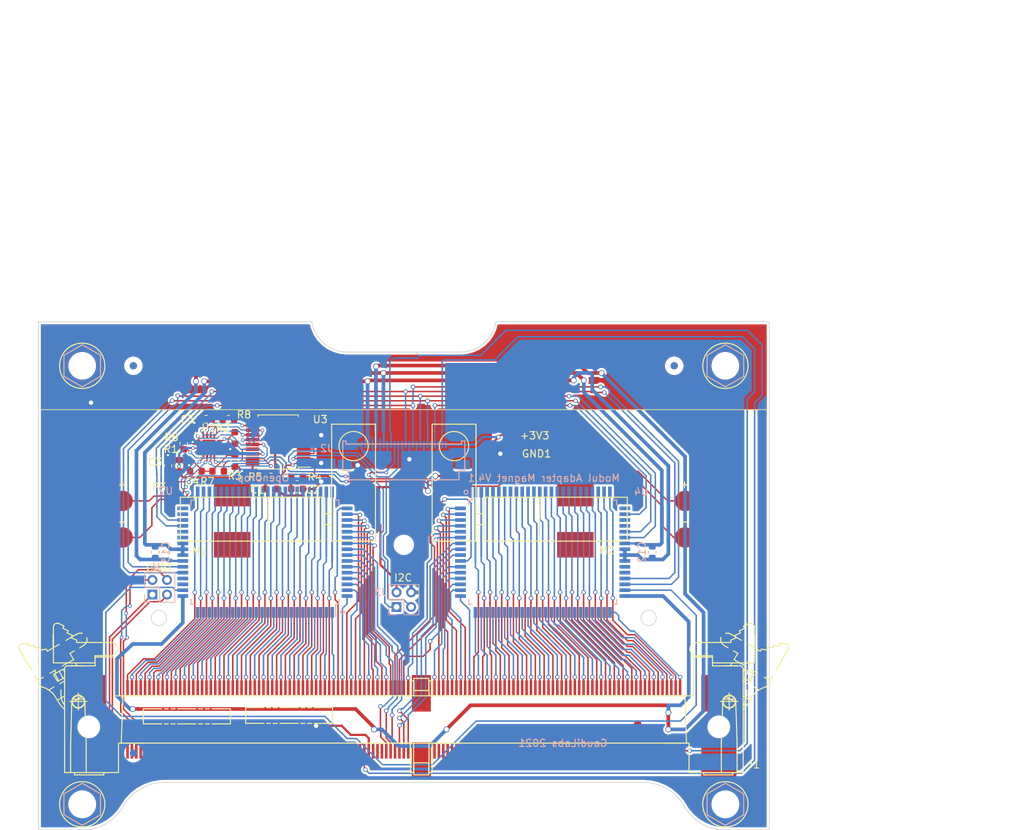
<source format=kicad_pcb>
(kicad_pcb (version 20171130) (host pcbnew 5.1.5+dfsg1-2build2)
  (layers (0 F.Cu signal) (31 B.Cu signal) (34 B.Paste user) (35 F.Paste user) (36 B.SilkS user) (37 F.SilkS user) (38 B.Mask user) (39 F.Mask user) (44 Edge.Cuts user))
  (net 0 "")
  (net 1 V_GND)
  (net 2 VDD_C)
  (net 3 GND_C)
  (net 4 "Net-(J1-Pad123)")
  (net 5 "Net-(J1-Pad124)")
  (net 6 "Net-(J1-Pad125)")
  (net 7 "Net-(J1-Pad126)")
  (net 8 "Net-(J1-Pad127)")
  (net 9 "Net-(J1-Pad128)")
  (net 10 "Net-(J1-Pad129)")
  (net 11 "Net-(J1-Pad130)")
  (net 12 "Net-(J1-Pad131)")
  (net 13 "Net-(J1-Pad132)")
  (net 14 "Net-(J1-Pad133)")
  (net 15 "Net-(J1-Pad134)")
  (net 16 "Net-(J1-Pad135)")
  (net 17 "Net-(J1-Pad136)")
  (net 18 "Net-(J1-Pad137)")
  (net 19 "Net-(J1-Pad138)")
  (net 20 "Net-(J1-Pad139)")
  (net 21 "Net-(J1-Pad140)")
  (net 22 "Net-(J1-Pad141)")
  (net 23 "Net-(J1-Pad142)")
  (net 24 "Net-(J1-Pad143)")
  (net 25 "Net-(J1-Pad144)")
  (net 26 "Net-(J1-Pad145)")
  (net 27 "Net-(J1-Pad146)")
  (net 28 "Net-(J1-Pad147)")
  (net 29 "Net-(J1-Pad148)")
  (net 30 "Net-(J1-Pad149)")
  (net 31 "Net-(J1-Pad150)")
  (net 32 "Net-(J1-Pad151)")
  (net 33 "Net-(J1-Pad152)")
  (net 34 "Net-(J1-Pad153)")
  (net 35 "Net-(J1-Pad154)")
  (net 36 "Net-(J1-Pad155)")
  (net 37 "Net-(J1-Pad156)")
  (net 38 "Net-(J1-Pad157)")
  (net 39 "Net-(J1-Pad158)")
  (net 40 "Net-(J1-Pad159)")
  (net 41 "Net-(J1-Pad160)")
  (net 42 "Net-(J1-Pad161)")
  (net 43 "Net-(J1-Pad162)")
  (net 44 "Net-(J1-Pad163)")
  (net 45 "Net-(J1-Pad164)")
  (net 46 "Net-(J1-Pad165)")
  (net 47 "Net-(J1-Pad166)")
  (net 48 "Net-(J1-Pad167)")
  (net 49 "Net-(J1-Pad168)")
  (net 50 "Net-(J1-Pad169)")
  (net 51 "Net-(J1-Pad170)")
  (net 52 "Net-(J1-Pad171)")
  (net 53 "Net-(J1-Pad172)")
  (net 54 "Net-(J1-Pad173)")
  (net 55 "Net-(J1-Pad174)")
  (net 56 "Net-(J1-Pad175)")
  (net 57 "Net-(J1-Pad176)")
  (net 58 "Net-(J1-Pad177)")
  (net 59 "Net-(J1-Pad178)")
  (net 60 "Net-(J1-Pad180)")
  (net 61 "Net-(J1-Pad186)")
  (net 62 "Net-(J1-Pad188)")
  (net 63 "Net-(J1-Pad190)")
  (net 64 "Net-(J1-Pad192)")
  (net 65 "Net-(J1-Pad193)")
  (net 66 "Net-(J1-Pad194)")
  (net 67 "Net-(J1-Pad195)")
  (net 68 "Net-(J1-Pad196)")
  (net 69 "Net-(J1-Pad197)")
  (net 70 "Net-(J1-Pad198)")
  (net 71 "Net-(J1-Pad199)")
  (net 72 "Net-(J1-Pad200)")
  (net 73 "Net-(J1-Pad201)")
  (net 74 "Net-(J1-Pad202)")
  (net 75 "Net-(J1-Pad203)")
  (net 76 "Net-(J1-Pad204)")
  (net 77 "Net-(J1-Pad205)")
  (net 78 "Net-(J1-Pad206)")
  (net 79 "Net-(J1-Pad207)")
  (net 80 "Net-(J1-Pad208)")
  (net 81 "Net-(J1-Pad209)")
  (net 82 "Net-(J1-Pad210)")
  (net 83 "Net-(J1-Pad211)")
  (net 84 "Net-(J1-Pad212)")
  (net 85 "Net-(J1-Pad213)")
  (net 86 "Net-(J1-Pad214)")
  (net 87 "Net-(J1-Pad215)")
  (net 88 "Net-(J1-Pad216)")
  (net 89 "Net-(J1-Pad217)")
  (net 90 "Net-(J1-Pad218)")
  (net 91 "Net-(J1-Pad219)")
  (net 92 "Net-(J1-Pad220)")
  (net 93 "Net-(J1-Pad221)")
  (net 94 "Net-(J1-Pad222)")
  (net 95 "Net-(J1-Pad223)")
  (net 96 "Net-(J1-Pad224)")
  (net 97 "Net-(J1-Pad225)")
  (net 98 "Net-(J1-Pad226)")
  (net 99 "Net-(J1-Pad227)")
  (net 100 "Net-(J1-Pad228)")
  (net 101 "Net-(J1-Pad229)")
  (net 102 "Net-(J1-Pad230)")
  (net 103 "Net-(J1-Pad231)")
  (net 104 "Net-(J1-Pad232)")
  (net 105 "Net-(J1-Pad233)")
  (net 106 "Net-(J1-Pad234)")
  (net 107 "Net-(J1-Pad235)")
  (net 108 "Net-(J1-Pad236)")
  (net 109 "Net-(J1-Pad237)")
  (net 110 "Net-(J1-Pad238)")
  (net 111 "Net-(J1-Pad239)")
  (net 112 "Net-(J1-Pad240)")
  (net 113 "Net-(J1-Pad241)")
  (net 114 "Net-(J1-Pad242)")
  (net 115 "Net-(J1-Pad243)")
  (net 116 "Net-(J1-Pad244)")
  (net 117 "Net-(J1-Pad179)")
  (net 118 "Net-(J1-Pad181)")
  (net 119 "Net-(J1-Pad182)")
  (net 120 "Net-(J1-Pad183)")
  (net 121 "Net-(J1-Pad184)")
  (net 122 "Net-(J1-Pad185)")
  (net 123 "Net-(J1-Pad187)")
  (net 124 "Net-(J1-Pad189)")
  (net 125 "Net-(J1-Pad191)")
  (net 126 "Net-(J1-Pad60)")
  (net 127 "Net-(J1-Pad61)")
  (net 128 "Net-(J1-Pad62)")
  (net 129 "Net-(J1-Pad63)")
  (net 130 V_HV_C)
  (net 131 LE_C)
  (net 132 CLK_C)
  (net 133 "Net-(U2-Pad26)")
  (net 134 "Net-(J1-Pad64)")
  (net 135 "Net-(J1-Pad65)")
  (net 136 SENS_PAD)
  (net 137 GND)
  (net 138 DI_C)
  (net 139 BL_C)
  (net 140 POL_C)
  (net 141 DIG1)
  (net 142 DIG0)
  (net 143 +3V3)
  (net 144 "Net-(M1-Pad1)")
  (net 145 "Net-(M1-Pad2)")
  (net 146 "Net-(R2-Pad1)")
  (net 147 "Net-(C3-Pad1)")
  (net 148 "Net-(C4-Pad1)")
  (net 149 "Net-(M2-Pad1)")
  (net 150 "Net-(M2-Pad2)")
  (net 151 "Net-(P3-Pad1)")
  (net 152 MODE)
  (net 153 BOOST)
  (net 154 PHASE_A)
  (net 155 ENABLE_B)
  (net 156 ENABLE_A)
  (net 157 PHASE_B)
  (net 158 STBY)
  (net 159 "Net-(C5-Pad1)")
  (net 160 J4)
  (net 161 J3)
  (net 162 J1)
  (net 163 J2)
  (module GaudiLabsFootPrints:MiniDimm_06_244_200 (layer F.Cu) (at 102.4 123.4 180)
    (fp_text reference J1 (at -45.479 -5.175 180) (layer F.SilkS))
    (fp_text value Mini_Dimm_244)
    (pad "" np_thru_hole circle (at 0 0 180) (size 2.5 2.5) (drill 2.5) (layers *.Cu *.Mask))
    (pad "" np_thru_hole circle (at 45.5 0 180) (size 2.5 2.5) (drill 2.5) (layers *.Cu *.Mask))
    (pad "" np_thru_hole circle (at -40.7 0 180) (size 2.5 2.5) (drill 2.5) (layers *.Cu *.Mask))
    (pad "" smd rect (at 0 -4.59 180) (size 2.6 5) (layers F.Cu F.Mask))
    (pad "" smd rect (at 0 4.59 180) (size 2.6 5) (layers F.Cu F.Mask))
    (pad 2 smd rect (at 39.6 -3.35 180) (size 0.35 2) (layers F.Cu F.Paste F.Mask) (net 163 J2))
    (pad 1 smd rect (at 40.2 -3.35 180) (size 0.35 2) (layers F.Cu F.Paste F.Mask) (net 162 J1))
    (pad 3 smd rect (at 39 -3.35 180) (size 0.35 2) (layers F.Cu F.Paste F.Mask) (net 161 J3))
    (pad 4 smd rect (at 38.4 -3.35 180) (size 0.35 2) (layers F.Cu F.Paste F.Mask) (net 160 J4))
    (pad 5 smd rect (at 37.8 -3.35 180) (size 0.35 2) (layers F.Cu F.Paste F.Mask))
    (pad 6 smd rect (at 37.2 -3.35 180) (size 0.35 2) (layers F.Cu F.Paste F.Mask))
    (pad 7 smd rect (at 36.6 -3.35 180) (size 0.35 2) (layers F.Cu F.Paste F.Mask))
    (pad 8 smd rect (at 36 -3.35 180) (size 0.35 2) (layers F.Cu F.Paste F.Mask))
    (pad 9 smd rect (at 35.4 -3.35 180) (size 0.35 2) (layers F.Cu F.Paste F.Mask))
    (pad 10 smd rect (at 34.8 -3.35 180) (size 0.35 2) (layers F.Cu F.Paste F.Mask))
    (pad 11 smd rect (at 34.2 -3.35 180) (size 0.35 2) (layers F.Cu F.Paste F.Mask))
    (pad 12 smd rect (at 33.6 -3.35 180) (size 0.35 2) (layers F.Cu F.Paste F.Mask))
    (pad 13 smd rect (at 33 -3.35 180) (size 0.35 2) (layers F.Cu F.Paste F.Mask))
    (pad 14 smd rect (at 32.4 -3.35 180) (size 0.35 2) (layers F.Cu F.Paste F.Mask))
    (pad 15 smd rect (at 31.8 -3.35 180) (size 0.35 2) (layers F.Cu F.Paste F.Mask))
    (pad 16 smd rect (at 31.2 -3.35 180) (size 0.35 2) (layers F.Cu F.Paste F.Mask))
    (pad 17 smd rect (at 30.6 -3.35 180) (size 0.35 2) (layers F.Cu F.Paste F.Mask))
    (pad 18 smd rect (at 30 -3.35 180) (size 0.35 2) (layers F.Cu F.Paste F.Mask))
    (pad 19 smd rect (at 29.4 -3.35 180) (size 0.35 2) (layers F.Cu F.Paste F.Mask))
    (pad 20 smd rect (at 28.8 -3.35 180) (size 0.35 2) (layers F.Cu F.Paste F.Mask))
    (pad 21 smd rect (at 28.2 -3.35 180) (size 0.35 2) (layers F.Cu F.Paste F.Mask))
    (pad 22 smd rect (at 27.6 -3.35 180) (size 0.35 2) (layers F.Cu F.Paste F.Mask))
    (pad 23 smd rect (at 27 -3.35 180) (size 0.35 2) (layers F.Cu F.Paste F.Mask))
    (pad 24 smd rect (at 26.4 -3.35 180) (size 0.35 2) (layers F.Cu F.Paste F.Mask))
    (pad 25 smd rect (at 25.8 -3.35 180) (size 0.35 2) (layers F.Cu F.Paste F.Mask))
    (pad 26 smd rect (at 25.2 -3.35 180) (size 0.35 2) (layers F.Cu F.Paste F.Mask))
    (pad 27 smd rect (at 24.6 -3.35 180) (size 0.35 2) (layers F.Cu F.Paste F.Mask))
    (pad 28 smd rect (at 24 -3.35 180) (size 0.35 2) (layers F.Cu F.Paste F.Mask))
    (pad 29 smd rect (at 23.4 -3.35 180) (size 0.35 2) (layers F.Cu F.Paste F.Mask))
    (pad 30 smd rect (at 22.8 -3.35 180) (size 0.35 2) (layers F.Cu F.Paste F.Mask))
    (pad 31 smd rect (at 22.2 -3.35 180) (size 0.35 2) (layers F.Cu F.Paste F.Mask))
    (pad 32 smd rect (at 21.6 -3.35 180) (size 0.35 2) (layers F.Cu F.Paste F.Mask))
    (pad 33 smd rect (at 21 -3.35 180) (size 0.35 2) (layers F.Cu F.Paste F.Mask))
    (pad 34 smd rect (at 20.4 -3.35 180) (size 0.35 2) (layers F.Cu F.Paste F.Mask))
    (pad 35 smd rect (at 19.8 -3.35 180) (size 0.35 2) (layers F.Cu F.Paste F.Mask))
    (pad 36 smd rect (at 19.2 -3.35 180) (size 0.35 2) (layers F.Cu F.Paste F.Mask))
    (pad 37 smd rect (at 18.6 -3.35 180) (size 0.35 2) (layers F.Cu F.Paste F.Mask))
    (pad 38 smd rect (at 18 -3.35 180) (size 0.35 2) (layers F.Cu F.Paste F.Mask))
    (pad 39 smd rect (at 17.4 -3.35 180) (size 0.35 2) (layers F.Cu F.Paste F.Mask))
    (pad 40 smd rect (at 16.8 -3.35 180) (size 0.35 2) (layers F.Cu F.Paste F.Mask))
    (pad 41 smd rect (at 16.2 -3.35 180) (size 0.35 2) (layers F.Cu F.Paste F.Mask))
    (pad 42 smd rect (at 15.6 -3.35 180) (size 0.35 2) (layers F.Cu F.Paste F.Mask))
    (pad 43 smd rect (at 15 -3.35 180) (size 0.35 2) (layers F.Cu F.Paste F.Mask))
    (pad 44 smd rect (at 14.4 -3.35 180) (size 0.35 2) (layers F.Cu F.Paste F.Mask))
    (pad 45 smd rect (at 13.8 -3.35 180) (size 0.35 2) (layers F.Cu F.Paste F.Mask))
    (pad 46 smd rect (at 13.2 -3.35 180) (size 0.35 2) (layers F.Cu F.Paste F.Mask))
    (pad 48 smd rect (at 12 -3.35 180) (size 0.35 2) (layers F.Cu F.Paste F.Mask))
    (pad 47 smd rect (at 12.6 -3.35 180) (size 0.35 2) (layers F.Cu F.Paste F.Mask))
    (pad 49 smd rect (at 11.4 -3.35 180) (size 0.35 2) (layers F.Cu F.Paste F.Mask))
    (pad 50 smd rect (at 10.8 -3.35 180) (size 0.35 2) (layers F.Cu F.Paste F.Mask))
    (pad 51 smd rect (at 10.2 -3.35 180) (size 0.35 2) (layers F.Cu F.Paste F.Mask))
    (pad 52 smd rect (at 9.6 -3.35 180) (size 0.35 2) (layers F.Cu F.Paste F.Mask))
    (pad 53 smd rect (at 9 -3.35 180) (size 0.35 2) (layers F.Cu F.Paste F.Mask))
    (pad 54 smd rect (at 8.4 -3.35 180) (size 0.35 2) (layers F.Cu F.Paste F.Mask))
    (pad 55 smd rect (at 7.8 -3.35 180) (size 0.35 2) (layers F.Cu F.Paste F.Mask) (net 136 SENS_PAD))
    (pad 56 smd rect (at 7.2 -3.35 180) (size 0.35 2) (layers F.Cu F.Paste F.Mask) (net 137 GND))
    (pad 57 smd rect (at 6.6 -3.35 180) (size 0.35 2) (layers F.Cu F.Paste F.Mask))
    (pad 58 smd rect (at 6 -3.35 180) (size 0.35 2) (layers F.Cu F.Paste F.Mask))
    (pad 59 smd rect (at 5.4 -3.35 180) (size 0.35 2) (layers F.Cu F.Paste F.Mask))
    (pad 60 smd rect (at 4.8 -3.35 180) (size 0.35 2) (layers F.Cu F.Paste F.Mask) (net 126 "Net-(J1-Pad60)"))
    (pad 61 smd rect (at 4.2 -3.35 180) (size 0.35 2) (layers F.Cu F.Paste F.Mask) (net 127 "Net-(J1-Pad61)"))
    (pad 62 smd rect (at 3.6 -3.35 180) (size 0.35 2) (layers F.Cu F.Paste F.Mask) (net 128 "Net-(J1-Pad62)"))
    (pad 63 smd rect (at 3 -3.35 180) (size 0.35 2) (layers F.Cu F.Paste F.Mask) (net 129 "Net-(J1-Pad63)"))
    (pad 64 smd rect (at 2.4 -3.35 180) (size 0.35 2) (layers F.Cu F.Paste F.Mask) (net 134 "Net-(J1-Pad64)"))
    (pad 65 smd rect (at 1.8 -3.35 180) (size 0.35 2) (layers F.Cu F.Paste F.Mask) (net 135 "Net-(J1-Pad65)"))
    (pad 66 smd rect (at -1.8 -3.35 180) (size 0.35 2) (layers F.Cu F.Paste F.Mask))
    (pad 67 smd rect (at -2.4 -3.35 180) (size 0.35 2) (layers F.Cu F.Paste F.Mask))
    (pad 68 smd rect (at -3 -3.35 180) (size 0.35 2) (layers F.Cu F.Paste F.Mask))
    (pad 69 smd rect (at -3.6 -3.35 180) (size 0.35 2) (layers F.Cu F.Paste F.Mask))
    (pad 70 smd rect (at -4.2 -3.35 180) (size 0.35 2) (layers F.Cu F.Paste F.Mask))
    (pad 71 smd rect (at -4.8 -3.35 180) (size 0.35 2) (layers F.Cu F.Paste F.Mask))
    (pad 72 smd rect (at -5.4 -3.35 180) (size 0.35 2) (layers F.Cu F.Paste F.Mask))
    (pad 73 smd rect (at -6 -3.35 180) (size 0.35 2) (layers F.Cu F.Paste F.Mask))
    (pad 74 smd rect (at -6.6 -3.35 180) (size 0.35 2) (layers F.Cu F.Paste F.Mask))
    (pad 75 smd rect (at -7.2 -3.35 180) (size 0.35 2) (layers F.Cu F.Paste F.Mask))
    (pad 76 smd rect (at -7.8 -3.35 180) (size 0.35 2) (layers F.Cu F.Paste F.Mask))
    (pad 77 smd rect (at -8.4 -3.35 180) (size 0.35 2) (layers F.Cu F.Paste F.Mask))
    (pad 78 smd rect (at -9 -3.35 180) (size 0.35 2) (layers F.Cu F.Paste F.Mask))
    (pad 79 smd rect (at -9.6 -3.35 180) (size 0.35 2) (layers F.Cu F.Paste F.Mask))
    (pad 80 smd rect (at -10.2 -3.35 180) (size 0.35 2) (layers F.Cu F.Paste F.Mask))
    (pad 81 smd rect (at -10.8 -3.35 180) (size 0.35 2) (layers F.Cu F.Paste F.Mask))
    (pad 82 smd rect (at -11.4 -3.35 180) (size 0.35 2) (layers F.Cu F.Paste F.Mask))
    (pad 83 smd rect (at -12 -3.35 180) (size 0.35 2) (layers F.Cu F.Paste F.Mask))
    (pad 84 smd rect (at -12.6 -3.35 180) (size 0.35 2) (layers F.Cu F.Paste F.Mask))
    (pad 85 smd rect (at -13.2 -3.35 180) (size 0.35 2) (layers F.Cu F.Paste F.Mask))
    (pad 86 smd rect (at -13.8 -3.35 180) (size 0.35 2) (layers F.Cu F.Paste F.Mask))
    (pad 87 smd rect (at -14.4 -3.35 180) (size 0.35 2) (layers F.Cu F.Paste F.Mask))
    (pad 88 smd rect (at -15 -3.35 180) (size 0.35 2) (layers F.Cu F.Paste F.Mask))
    (pad 89 smd rect (at -15.6 -3.35 180) (size 0.35 2) (layers F.Cu F.Paste F.Mask))
    (pad 90 smd rect (at -16.2 -3.35 180) (size 0.35 2) (layers F.Cu F.Paste F.Mask))
    (pad 91 smd rect (at -16.8 -3.35 180) (size 0.35 2) (layers F.Cu F.Paste F.Mask))
    (pad 92 smd rect (at -17.4 -3.35 180) (size 0.35 2) (layers F.Cu F.Paste F.Mask))
    (pad 93 smd rect (at -18 -3.35 180) (size 0.35 2) (layers F.Cu F.Paste F.Mask))
    (pad 94 smd rect (at -18.6 -3.35 180) (size 0.35 2) (layers F.Cu F.Paste F.Mask))
    (pad 95 smd rect (at -19.2 -3.35 180) (size 0.35 2) (layers F.Cu F.Paste F.Mask))
    (pad 96 smd rect (at -19.8 -3.35 180) (size 0.35 2) (layers F.Cu F.Paste F.Mask))
    (pad 97 smd rect (at -20.4 -3.35 180) (size 0.35 2) (layers F.Cu F.Paste F.Mask))
    (pad 98 smd rect (at -21 -3.35 180) (size 0.35 2) (layers F.Cu F.Paste F.Mask))
    (pad 99 smd rect (at -21.6 -3.35 180) (size 0.35 2) (layers F.Cu F.Paste F.Mask))
    (pad 100 smd rect (at -22.2 -3.35 180) (size 0.35 2) (layers F.Cu F.Paste F.Mask))
    (pad 101 smd rect (at -22.8 -3.35 180) (size 0.35 2) (layers F.Cu F.Paste F.Mask))
    (pad 102 smd rect (at -23.4 -3.35 180) (size 0.35 2) (layers F.Cu F.Paste F.Mask))
    (pad 103 smd rect (at -24 -3.35 180) (size 0.35 2) (layers F.Cu F.Paste F.Mask))
    (pad 104 smd rect (at -24.6 -3.35 180) (size 0.35 2) (layers F.Cu F.Paste F.Mask))
    (pad 105 smd rect (at -25.2 -3.35 180) (size 0.35 2) (layers F.Cu F.Paste F.Mask))
    (pad 106 smd rect (at -25.8 -3.35 180) (size 0.35 2) (layers F.Cu F.Paste F.Mask))
    (pad 107 smd rect (at -26.4 -3.35 180) (size 0.35 2) (layers F.Cu F.Paste F.Mask))
    (pad 108 smd rect (at -27 -3.35 180) (size 0.35 2) (layers F.Cu F.Paste F.Mask))
    (pad 109 smd rect (at -27.6 -3.35 180) (size 0.35 2) (layers F.Cu F.Paste F.Mask))
    (pad 110 smd rect (at -28.2 -3.35 180) (size 0.35 2) (layers F.Cu F.Paste F.Mask))
    (pad 111 smd rect (at -28.8 -3.35 180) (size 0.35 2) (layers F.Cu F.Paste F.Mask))
    (pad 112 smd rect (at -29.4 -3.35 180) (size 0.35 2) (layers F.Cu F.Paste F.Mask))
    (pad 113 smd rect (at -30 -3.35 180) (size 0.35 2) (layers F.Cu F.Paste F.Mask))
    (pad 114 smd rect (at -30.6 -3.35 180) (size 0.35 2) (layers F.Cu F.Paste F.Mask))
    (pad 115 smd rect (at -31.2 -3.35 180) (size 0.35 2) (layers F.Cu F.Paste F.Mask))
    (pad 116 smd rect (at -31.8 -3.35 180) (size 0.35 2) (layers F.Cu F.Paste F.Mask))
    (pad 117 smd rect (at -32.4 -3.35 180) (size 0.35 2) (layers F.Cu F.Paste F.Mask))
    (pad 118 smd rect (at -33 -3.35 180) (size 0.35 2) (layers F.Cu F.Paste F.Mask))
    (pad 119 smd rect (at -33.6 -3.35 180) (size 0.35 2) (layers F.Cu F.Paste F.Mask))
    (pad 120 smd rect (at -34.2 -3.35 180) (size 0.35 2) (layers F.Cu F.Paste F.Mask))
    (pad 121 smd rect (at -34.8 -3.35 180) (size 0.35 2) (layers F.Cu F.Paste F.Mask) (net 1 V_GND))
    (pad 122 smd rect (at -35.4 -3.35 180) (size 0.35 2) (layers F.Cu F.Paste F.Mask) (net 1 V_GND))
    (pad 123 smd rect (at 40.2 5.35 180) (size 0.35 2) (layers F.Cu F.Paste F.Mask) (net 4 "Net-(J1-Pad123)"))
    (pad 124 smd rect (at 39.6 5.35 180) (size 0.35 2) (layers F.Cu F.Paste F.Mask) (net 5 "Net-(J1-Pad124)"))
    (pad 125 smd rect (at 39 5.35 180) (size 0.35 2) (layers F.Cu F.Paste F.Mask) (net 6 "Net-(J1-Pad125)"))
    (pad 126 smd rect (at 38.4 5.35 180) (size 0.35 2) (layers F.Cu F.Paste F.Mask) (net 7 "Net-(J1-Pad126)"))
    (pad 127 smd rect (at 37.8 5.35 180) (size 0.35 2) (layers F.Cu F.Paste F.Mask) (net 8 "Net-(J1-Pad127)"))
    (pad 128 smd rect (at 37.2 5.35 180) (size 0.35 2) (layers F.Cu F.Paste F.Mask) (net 9 "Net-(J1-Pad128)"))
    (pad 129 smd rect (at 36.6 5.35 180) (size 0.35 2) (layers F.Cu F.Paste F.Mask) (net 10 "Net-(J1-Pad129)"))
    (pad 130 smd rect (at 36 5.35 180) (size 0.35 2) (layers F.Cu F.Paste F.Mask) (net 11 "Net-(J1-Pad130)"))
    (pad 131 smd rect (at 35.4 5.35 180) (size 0.35 2) (layers F.Cu F.Paste F.Mask) (net 12 "Net-(J1-Pad131)"))
    (pad 132 smd rect (at 34.8 5.35 180) (size 0.35 2) (layers F.Cu F.Paste F.Mask) (net 13 "Net-(J1-Pad132)"))
    (pad 133 smd rect (at 34.2 5.35 180) (size 0.35 2) (layers F.Cu F.Paste F.Mask) (net 14 "Net-(J1-Pad133)"))
    (pad 134 smd rect (at 33.6 5.35 180) (size 0.35 2) (layers F.Cu F.Paste F.Mask) (net 15 "Net-(J1-Pad134)"))
    (pad 135 smd rect (at 33 5.35 180) (size 0.35 2) (layers F.Cu F.Paste F.Mask) (net 16 "Net-(J1-Pad135)"))
    (pad 136 smd rect (at 32.4 5.35 180) (size 0.35 2) (layers F.Cu F.Paste F.Mask) (net 17 "Net-(J1-Pad136)"))
    (pad 137 smd rect (at 31.8 5.35 180) (size 0.35 2) (layers F.Cu F.Paste F.Mask) (net 18 "Net-(J1-Pad137)"))
    (pad 138 smd rect (at 31.2 5.35 180) (size 0.35 2) (layers F.Cu F.Paste F.Mask) (net 19 "Net-(J1-Pad138)"))
    (pad 139 smd rect (at 30.6 5.35 180) (size 0.35 2) (layers F.Cu F.Paste F.Mask) (net 20 "Net-(J1-Pad139)"))
    (pad 140 smd rect (at 30 5.35 180) (size 0.35 2) (layers F.Cu F.Paste F.Mask) (net 21 "Net-(J1-Pad140)"))
    (pad 141 smd rect (at 29.4 5.35 180) (size 0.35 2) (layers F.Cu F.Paste F.Mask) (net 22 "Net-(J1-Pad141)"))
    (pad 142 smd rect (at 28.8 5.35 180) (size 0.35 2) (layers F.Cu F.Paste F.Mask) (net 23 "Net-(J1-Pad142)"))
    (pad 143 smd rect (at 28.2 5.35 180) (size 0.35 2) (layers F.Cu F.Paste F.Mask) (net 24 "Net-(J1-Pad143)"))
    (pad 144 smd rect (at 27.6 5.35 180) (size 0.35 2) (layers F.Cu F.Paste F.Mask) (net 25 "Net-(J1-Pad144)"))
    (pad 145 smd rect (at 27 5.35 180) (size 0.35 2) (layers F.Cu F.Paste F.Mask) (net 26 "Net-(J1-Pad145)"))
    (pad 146 smd rect (at 26.4 5.35 180) (size 0.35 2) (layers F.Cu F.Paste F.Mask) (net 27 "Net-(J1-Pad146)"))
    (pad 147 smd rect (at 25.8 5.35 180) (size 0.35 2) (layers F.Cu F.Paste F.Mask) (net 28 "Net-(J1-Pad147)"))
    (pad 148 smd rect (at 25.2 5.35 180) (size 0.35 2) (layers F.Cu F.Paste F.Mask) (net 29 "Net-(J1-Pad148)"))
    (pad 149 smd rect (at 24.6 5.35 180) (size 0.35 2) (layers F.Cu F.Paste F.Mask) (net 30 "Net-(J1-Pad149)"))
    (pad 150 smd rect (at 24 5.35 180) (size 0.35 2) (layers F.Cu F.Paste F.Mask) (net 31 "Net-(J1-Pad150)"))
    (pad 151 smd rect (at 23.4 5.35 180) (size 0.35 2) (layers F.Cu F.Paste F.Mask) (net 32 "Net-(J1-Pad151)"))
    (pad 152 smd rect (at 22.8 5.35 180) (size 0.35 2) (layers F.Cu F.Paste F.Mask) (net 33 "Net-(J1-Pad152)"))
    (pad 153 smd rect (at 22.2 5.35 180) (size 0.35 2) (layers F.Cu F.Paste F.Mask) (net 34 "Net-(J1-Pad153)"))
    (pad 154 smd rect (at 21.6 5.35 180) (size 0.35 2) (layers F.Cu F.Paste F.Mask) (net 35 "Net-(J1-Pad154)"))
    (pad 155 smd rect (at 21 5.35 180) (size 0.35 2) (layers F.Cu F.Paste F.Mask) (net 36 "Net-(J1-Pad155)"))
    (pad 156 smd rect (at 20.4 5.35 180) (size 0.35 2) (layers F.Cu F.Paste F.Mask) (net 37 "Net-(J1-Pad156)"))
    (pad 157 smd rect (at 19.8 5.35 180) (size 0.35 2) (layers F.Cu F.Paste F.Mask) (net 38 "Net-(J1-Pad157)"))
    (pad 158 smd rect (at 19.2 5.35 180) (size 0.35 2) (layers F.Cu F.Paste F.Mask) (net 39 "Net-(J1-Pad158)"))
    (pad 159 smd rect (at 18.6 5.35 180) (size 0.35 2) (layers F.Cu F.Paste F.Mask) (net 40 "Net-(J1-Pad159)"))
    (pad 160 smd rect (at 18 5.35 180) (size 0.35 2) (layers F.Cu F.Paste F.Mask) (net 41 "Net-(J1-Pad160)"))
    (pad 161 smd rect (at 17.4 5.35 180) (size 0.35 2) (layers F.Cu F.Paste F.Mask) (net 42 "Net-(J1-Pad161)"))
    (pad 162 smd rect (at 16.8 5.35 180) (size 0.35 2) (layers F.Cu F.Paste F.Mask) (net 43 "Net-(J1-Pad162)"))
    (pad 163 smd rect (at 16.2 5.35 180) (size 0.35 2) (layers F.Cu F.Paste F.Mask) (net 44 "Net-(J1-Pad163)"))
    (pad 164 smd rect (at 15.6 5.35 180) (size 0.35 2) (layers F.Cu F.Paste F.Mask) (net 45 "Net-(J1-Pad164)"))
    (pad 165 smd rect (at 15 5.35 180) (size 0.35 2) (layers F.Cu F.Paste F.Mask) (net 46 "Net-(J1-Pad165)"))
    (pad 166 smd rect (at 14.4 5.35 180) (size 0.35 2) (layers F.Cu F.Paste F.Mask) (net 47 "Net-(J1-Pad166)"))
    (pad 167 smd rect (at 13.8 5.35 180) (size 0.35 2) (layers F.Cu F.Paste F.Mask) (net 48 "Net-(J1-Pad167)"))
    (pad 168 smd rect (at 13.2 5.35 180) (size 0.35 2) (layers F.Cu F.Paste F.Mask) (net 49 "Net-(J1-Pad168)"))
    (pad 169 smd rect (at 12.6 5.35 180) (size 0.35 2) (layers F.Cu F.Paste F.Mask) (net 50 "Net-(J1-Pad169)"))
    (pad 170 smd rect (at 12 5.35 180) (size 0.35 2) (layers F.Cu F.Paste F.Mask) (net 51 "Net-(J1-Pad170)"))
    (pad 171 smd rect (at 11.4 5.35 180) (size 0.35 2) (layers F.Cu F.Paste F.Mask) (net 52 "Net-(J1-Pad171)"))
    (pad 172 smd rect (at 10.8 5.35 180) (size 0.35 2) (layers F.Cu F.Paste F.Mask) (net 53 "Net-(J1-Pad172)"))
    (pad 173 smd rect (at 10.2 5.35 180) (size 0.35 2) (layers F.Cu F.Paste F.Mask) (net 54 "Net-(J1-Pad173)"))
    (pad 174 smd rect (at 9.6 5.35 180) (size 0.35 2) (layers F.Cu F.Paste F.Mask) (net 55 "Net-(J1-Pad174)"))
    (pad 175 smd rect (at 9 5.35 180) (size 0.35 2) (layers F.Cu F.Paste F.Mask) (net 56 "Net-(J1-Pad175)"))
    (pad 176 smd rect (at 8.4 5.35 180) (size 0.35 2) (layers F.Cu F.Paste F.Mask) (net 57 "Net-(J1-Pad176)"))
    (pad 177 smd rect (at 7.8 5.35 180) (size 0.35 2) (layers F.Cu F.Paste F.Mask) (net 58 "Net-(J1-Pad177)"))
    (pad 178 smd rect (at 7.2 5.35 180) (size 0.35 2) (layers F.Cu F.Paste F.Mask) (net 59 "Net-(J1-Pad178)"))
    (pad 179 smd rect (at 6.6 5.35 180) (size 0.35 2) (layers F.Cu F.Paste F.Mask) (net 117 "Net-(J1-Pad179)"))
    (pad 180 smd rect (at 6 5.35 180) (size 0.35 2) (layers F.Cu F.Paste F.Mask) (net 60 "Net-(J1-Pad180)"))
    (pad 181 smd rect (at 5.4 5.35 180) (size 0.35 2) (layers F.Cu F.Paste F.Mask) (net 118 "Net-(J1-Pad181)"))
    (pad 182 smd rect (at 4.8 5.35 180) (size 0.35 2) (layers F.Cu F.Paste F.Mask) (net 119 "Net-(J1-Pad182)"))
    (pad 183 smd rect (at 4.2 5.35 180) (size 0.35 2) (layers F.Cu F.Paste F.Mask) (net 120 "Net-(J1-Pad183)"))
    (pad 184 smd rect (at 3.6 5.35 180) (size 0.35 2) (layers F.Cu F.Paste F.Mask) (net 121 "Net-(J1-Pad184)"))
    (pad 185 smd rect (at 3 5.35 180) (size 0.35 2) (layers F.Cu F.Paste F.Mask) (net 122 "Net-(J1-Pad185)"))
    (pad 186 smd rect (at 2.4 5.35 180) (size 0.35 2) (layers F.Cu F.Paste F.Mask) (net 61 "Net-(J1-Pad186)"))
    (pad 187 smd rect (at 1.8 5.35 180) (size 0.35 2) (layers F.Cu F.Paste F.Mask) (net 123 "Net-(J1-Pad187)"))
    (pad 188 smd rect (at -1.8 5.35 180) (size 0.35 2) (layers F.Cu F.Paste F.Mask) (net 62 "Net-(J1-Pad188)"))
    (pad 189 smd rect (at -2.4 5.35 180) (size 0.35 2) (layers F.Cu F.Paste F.Mask) (net 124 "Net-(J1-Pad189)"))
    (pad 190 smd rect (at -3 5.35 180) (size 0.35 2) (layers F.Cu F.Paste F.Mask) (net 63 "Net-(J1-Pad190)"))
    (pad 191 smd rect (at -3.6 5.35 180) (size 0.35 2) (layers F.Cu F.Paste F.Mask) (net 125 "Net-(J1-Pad191)"))
    (pad 192 smd rect (at -4.2 5.35 180) (size 0.35 2) (layers F.Cu F.Paste F.Mask) (net 64 "Net-(J1-Pad192)"))
    (pad 193 smd rect (at -4.8 5.35 180) (size 0.35 2) (layers F.Cu F.Paste F.Mask) (net 65 "Net-(J1-Pad193)"))
    (pad 194 smd rect (at -5.4 5.35 180) (size 0.35 2) (layers F.Cu F.Paste F.Mask) (net 66 "Net-(J1-Pad194)"))
    (pad 195 smd rect (at -6 5.35 180) (size 0.35 2) (layers F.Cu F.Paste F.Mask) (net 67 "Net-(J1-Pad195)"))
    (pad 196 smd rect (at -6.6 5.35 180) (size 0.35 2) (layers F.Cu F.Paste F.Mask) (net 68 "Net-(J1-Pad196)"))
    (pad 197 smd rect (at -7.2 5.35 180) (size 0.35 2) (layers F.Cu F.Paste F.Mask) (net 69 "Net-(J1-Pad197)"))
    (pad 198 smd rect (at -7.8 5.35 180) (size 0.35 2) (layers F.Cu F.Paste F.Mask) (net 70 "Net-(J1-Pad198)"))
    (pad 199 smd rect (at -8.4 5.35 180) (size 0.35 2) (layers F.Cu F.Paste F.Mask) (net 71 "Net-(J1-Pad199)"))
    (pad 200 smd rect (at -9 5.35 180) (size 0.35 2) (layers F.Cu F.Paste F.Mask) (net 72 "Net-(J1-Pad200)"))
    (pad 201 smd rect (at -9.6 5.35 180) (size 0.35 2) (layers F.Cu F.Paste F.Mask) (net 73 "Net-(J1-Pad201)"))
    (pad 202 smd rect (at -10.2 5.35 180) (size 0.35 2) (layers F.Cu F.Paste F.Mask) (net 74 "Net-(J1-Pad202)"))
    (pad 203 smd rect (at -10.8 5.35 180) (size 0.35 2) (layers F.Cu F.Paste F.Mask) (net 75 "Net-(J1-Pad203)"))
    (pad 204 smd rect (at -11.4 5.35 180) (size 0.35 2) (layers F.Cu F.Paste F.Mask) (net 76 "Net-(J1-Pad204)"))
    (pad 205 smd rect (at -12 5.35 180) (size 0.35 2) (layers F.Cu F.Paste F.Mask) (net 77 "Net-(J1-Pad205)"))
    (pad 206 smd rect (at -12.6 5.35 180) (size 0.35 2) (layers F.Cu F.Paste F.Mask) (net 78 "Net-(J1-Pad206)"))
    (pad 207 smd rect (at -13.2 5.35 180) (size 0.35 2) (layers F.Cu F.Paste F.Mask) (net 79 "Net-(J1-Pad207)"))
    (pad 208 smd rect (at -13.8 5.35 180) (size 0.35 2) (layers F.Cu F.Paste F.Mask) (net 80 "Net-(J1-Pad208)"))
    (pad 209 smd rect (at -14.4 5.35 180) (size 0.35 2) (layers F.Cu F.Paste F.Mask) (net 81 "Net-(J1-Pad209)"))
    (pad 210 smd rect (at -15 5.35 180) (size 0.35 2) (layers F.Cu F.Paste F.Mask) (net 82 "Net-(J1-Pad210)"))
    (pad 211 smd rect (at -15.6 5.35 180) (size 0.35 2) (layers F.Cu F.Paste F.Mask) (net 83 "Net-(J1-Pad211)"))
    (pad 212 smd rect (at -16.2 5.35 180) (size 0.35 2) (layers F.Cu F.Paste F.Mask) (net 84 "Net-(J1-Pad212)"))
    (pad 213 smd rect (at -16.8 5.35 180) (size 0.35 2) (layers F.Cu F.Paste F.Mask) (net 85 "Net-(J1-Pad213)"))
    (pad 214 smd rect (at -17.4 5.35 180) (size 0.35 2) (layers F.Cu F.Paste F.Mask) (net 86 "Net-(J1-Pad214)"))
    (pad 215 smd rect (at -18 5.35 180) (size 0.35 2) (layers F.Cu F.Paste F.Mask) (net 87 "Net-(J1-Pad215)"))
    (pad 216 smd rect (at -18.6 5.35 180) (size 0.35 2) (layers F.Cu F.Paste F.Mask) (net 88 "Net-(J1-Pad216)"))
    (pad 217 smd rect (at -19.2 5.35 180) (size 0.35 2) (layers F.Cu F.Paste F.Mask) (net 89 "Net-(J1-Pad217)"))
    (pad 218 smd rect (at -19.8 5.35 180) (size 0.35 2) (layers F.Cu F.Paste F.Mask) (net 90 "Net-(J1-Pad218)"))
    (pad 219 smd rect (at -20.4 5.35 180) (size 0.35 2) (layers F.Cu F.Paste F.Mask) (net 91 "Net-(J1-Pad219)"))
    (pad 220 smd rect (at -21 5.35 180) (size 0.35 2) (layers F.Cu F.Paste F.Mask) (net 92 "Net-(J1-Pad220)"))
    (pad 221 smd rect (at -21.6 5.35 180) (size 0.35 2) (layers F.Cu F.Paste F.Mask) (net 93 "Net-(J1-Pad221)"))
    (pad 222 smd rect (at -22.2 5.35 180) (size 0.35 2) (layers F.Cu F.Paste F.Mask) (net 94 "Net-(J1-Pad222)"))
    (pad 223 smd rect (at -22.8 5.35 180) (size 0.35 2) (layers F.Cu F.Paste F.Mask) (net 95 "Net-(J1-Pad223)"))
    (pad 224 smd rect (at -23.4 5.35 180) (size 0.35 2) (layers F.Cu F.Paste F.Mask) (net 96 "Net-(J1-Pad224)"))
    (pad 225 smd rect (at -24 5.35 180) (size 0.35 2) (layers F.Cu F.Paste F.Mask) (net 97 "Net-(J1-Pad225)"))
    (pad 226 smd rect (at -24.6 5.35 180) (size 0.35 2) (layers F.Cu F.Paste F.Mask) (net 98 "Net-(J1-Pad226)"))
    (pad 227 smd rect (at -25.2 5.35 180) (size 0.35 2) (layers F.Cu F.Paste F.Mask) (net 99 "Net-(J1-Pad227)"))
    (pad 228 smd rect (at -25.8 5.35 180) (size 0.35 2) (layers F.Cu F.Paste F.Mask) (net 100 "Net-(J1-Pad228)"))
    (pad 229 smd rect (at -26.4 5.35 180) (size 0.35 2) (layers F.Cu F.Paste F.Mask) (net 101 "Net-(J1-Pad229)"))
    (pad 230 smd rect (at -27 5.35 180) (size 0.35 2) (layers F.Cu F.Paste F.Mask) (net 102 "Net-(J1-Pad230)"))
    (pad 231 smd rect (at -27.6 5.35 180) (size 0.35 2) (layers F.Cu F.Paste F.Mask) (net 103 "Net-(J1-Pad231)"))
    (pad 232 smd rect (at -28.2 5.35 180) (size 0.35 2) (layers F.Cu F.Paste F.Mask) (net 104 "Net-(J1-Pad232)"))
    (pad 233 smd rect (at -28.8 5.35 180) (size 0.35 2) (layers F.Cu F.Paste F.Mask) (net 105 "Net-(J1-Pad233)"))
    (pad 234 smd rect (at -29.4 5.35 180) (size 0.35 2) (layers F.Cu F.Paste F.Mask) (net 106 "Net-(J1-Pad234)"))
    (pad 235 smd rect (at -30 5.35 180) (size 0.35 2) (layers F.Cu F.Paste F.Mask) (net 107 "Net-(J1-Pad235)"))
    (pad 236 smd rect (at -30.6 5.35 180) (size 0.35 2) (layers F.Cu F.Paste F.Mask) (net 108 "Net-(J1-Pad236)"))
    (pad 237 smd rect (at -31.2 5.35 180) (size 0.35 2) (layers F.Cu F.Paste F.Mask) (net 109 "Net-(J1-Pad237)"))
    (pad 238 smd rect (at -31.8 5.35 180) (size 0.35 2) (layers F.Cu F.Paste F.Mask) (net 110 "Net-(J1-Pad238)"))
    (pad 239 smd rect (at -32.4 5.35 180) (size 0.35 2) (layers F.Cu F.Paste F.Mask) (net 111 "Net-(J1-Pad239)"))
    (pad 240 smd rect (at -33 5.35 180) (size 0.35 2) (layers F.Cu F.Paste F.Mask) (net 112 "Net-(J1-Pad240)"))
    (pad 241 smd rect (at -33.6 5.35 180) (size 0.35 2) (layers F.Cu F.Paste F.Mask) (net 113 "Net-(J1-Pad241)"))
    (pad 242 smd rect (at -34.2 5.35 180) (size 0.35 2) (layers F.Cu F.Paste F.Mask) (net 114 "Net-(J1-Pad242)"))
    (pad 243 smd rect (at -34.8 5.35 180) (size 0.35 2) (layers F.Cu F.Paste F.Mask) (net 115 "Net-(J1-Pad243)"))
    (pad 244 smd rect (at -35.4 5.35 180) (size 0.35 2) (layers F.Cu F.Paste F.Mask) (net 116 "Net-(J1-Pad244)"))
    (pad "" smd rect (at 45.5 4.59 180) (size 4.8 5) (layers F.Cu F.Mask))
    (pad "" smd rect (at 45.5 -4.59 180) (size 4.8 5) (layers F.Cu F.Mask))
    (pad "" smd rect (at -40.7 -4.59 180) (size 4.8 5) (layers F.Cu F.Mask))
    (pad "" smd rect (at -40.7 4.59 180) (size 4.8 5) (layers F.Cu F.Mask))
  )
  (module MountingHole:MountingHole_2.2mm_M2 (layer F.Cu) (at 100 98.5)
    (fp_text reference REF** hide)
    (fp_text value MountingHole_2.2mm_M2)
    (pad 1 np_thru_hole circle (at 0 0) (size 2.2 2.2) (drill 2.2) (layers *.Cu *.Mask))
  )
  (module GaudiLabsFootPrints:GreaMotor6mm_Magnet (layer F.Cu) (at 111.975 94.986141)
    (fp_text reference M2 (at 15.838 4.251859) (layer F.SilkS))
    (fp_text value Motor_DC)
    (pad 3 smd rect (at 11.5 -3.5) (size 5 3.5) (layers F.Cu F.Mask))
    (pad 3 smd rect (at 11.5 3.5) (size 5 3.5) (layers F.Cu F.Mask))
    (pad 2 smd circle (at 26.5 2.5) (size 2.8 2.8) (layers F.Cu F.Mask) (net 150 "Net-(M2-Pad2)"))
    (pad 1 smd circle (at 26.5 -2.5) (size 2.8 2.8) (layers F.Cu F.Mask) (net 149 "Net-(M2-Pad1)"))
  )
  (module GaudiLabsFootPrints:GreaMotor6mm_Magnet_l (layer F.Cu) (at 88.025 94.986141 180)
    (fp_text reference M1 (at 15.965 -4.378859 180) (layer F.SilkS))
    (fp_text value Motor_DC)
    (pad 1 smd circle (at 26.5 -2.5 180) (size 2.8 2.8) (layers F.Cu F.Mask) (net 144 "Net-(M1-Pad1)"))
    (pad 2 smd circle (at 26.5 2.5 180) (size 2.8 2.8) (layers F.Cu F.Mask) (net 145 "Net-(M1-Pad2)"))
    (pad 3 smd rect (at 11.5 3.5 180) (size 5 3.5) (layers F.Cu F.Mask))
    (pad 3 smd rect (at 11.5 -3.5 180) (size 5 3.5) (layers F.Cu F.Mask))
  )
  (module Package_SO:SSOP-20_5.3x7.2mm_P0.65mm (layer F.Cu) (at 82.8042 84.4298 180)
    (fp_text reference U3 (at -5.7658 3.0988) (layer F.SilkS))
    (fp_text value MCP23008_SS)
    (pad 1 smd roundrect (at -3.5 -2.925 180) (size 1.9 0.5) (layers F.Cu F.Paste F.Mask) (net 142 DIG0))
    (pad 2 smd roundrect (at -3.5 -2.275 180) (size 1.9 0.5) (layers F.Cu F.Paste F.Mask) (net 141 DIG1))
    (pad 3 smd roundrect (at -3.5 -1.625 180) (size 1.9 0.5) (layers F.Cu F.Paste F.Mask) (net 137 GND))
    (pad 4 smd roundrect (at -3.5 -0.975 180) (size 1.9 0.5) (layers F.Cu F.Paste F.Mask) (net 137 GND))
    (pad 5 smd roundrect (at -3.5 -0.325 180) (size 1.9 0.5) (layers F.Cu F.Paste F.Mask) (net 137 GND))
    (pad 6 smd roundrect (at -3.5 0.325 180) (size 1.9 0.5) (layers F.Cu F.Paste F.Mask) (net 159 "Net-(C5-Pad1)"))
    (pad 7 smd roundrect (at -3.5 0.975 180) (size 1.9 0.5) (layers F.Cu F.Paste F.Mask))
    (pad 8 smd roundrect (at -3.5 1.625 180) (size 1.9 0.5) (layers F.Cu F.Paste F.Mask))
    (pad 9 smd roundrect (at -3.5 2.275 180) (size 1.9 0.5) (layers F.Cu F.Paste F.Mask) (net 137 GND))
    (pad 10 smd roundrect (at -3.5 2.925 180) (size 1.9 0.5) (layers F.Cu F.Paste F.Mask))
    (pad 11 smd roundrect (at 3.5 2.925 180) (size 1.9 0.5) (layers F.Cu F.Paste F.Mask))
    (pad 12 smd roundrect (at 3.5 2.275 180) (size 1.9 0.5) (layers F.Cu F.Paste F.Mask) (net 156 ENABLE_A))
    (pad 13 smd roundrect (at 3.5 1.625 180) (size 1.9 0.5) (layers F.Cu F.Paste F.Mask) (net 154 PHASE_A))
    (pad 14 smd roundrect (at 3.5 0.975 180) (size 1.9 0.5) (layers F.Cu F.Paste F.Mask) (net 155 ENABLE_B))
    (pad 15 smd roundrect (at 3.5 0.325 180) (size 1.9 0.5) (layers F.Cu F.Paste F.Mask) (net 157 PHASE_B))
    (pad 16 smd roundrect (at 3.5 -0.325 180) (size 1.9 0.5) (layers F.Cu F.Paste F.Mask) (net 152 MODE))
    (pad 17 smd roundrect (at 3.5 -0.975 180) (size 1.9 0.5) (layers F.Cu F.Paste F.Mask) (net 153 BOOST))
    (pad 18 smd roundrect (at 3.5 -1.625 180) (size 1.9 0.5) (layers F.Cu F.Paste F.Mask) (net 158 STBY))
    (pad 19 smd roundrect (at 3.5 -2.275 180) (size 1.9 0.5) (layers F.Cu F.Paste F.Mask) (net 151 "Net-(P3-Pad1)"))
    (pad 20 smd roundrect (at 3.5 -2.925 180) (size 1.9 0.5) (layers F.Cu F.Paste F.Mask) (net 143 +3V3))
  )
  (module Resistor_SMD:R_0603_1608Metric (layer F.Cu) (at 75.997 81.3056 180)
    (fp_text reference R8 (at -2.1336 0.6096) (layer F.SilkS))
    (fp_text value 10k)
    (pad 2 smd roundrect (at 0.7875 0 180) (size 0.875 0.95) (layers F.Cu F.Paste F.Mask) (net 159 "Net-(C5-Pad1)"))
    (pad 1 smd roundrect (at -0.7875 0 180) (size 0.875 0.95) (layers F.Cu F.Paste F.Mask) (net 143 +3V3))
  )
  (module GaudiLabsFootPrints:PQFP-80_14x20mm_Pitch0.8mm (layer B.Cu) (at 119 99.5 270)
    (fp_text reference U4 (at -8.25 -13.494) (layer B.SilkS) (effects (justify mirror)))
    (fp_text value HV507)
    (pad 1 smd rect (at -8.24 9.2 270) (size 1.48 0.5) (layers B.Cu B.Paste B.Mask) (net 69 "Net-(J1-Pad197)"))
    (pad 2 smd rect (at -8.24 8.4 270) (size 1.48 0.5) (layers B.Cu B.Paste B.Mask) (net 71 "Net-(J1-Pad199)"))
    (pad 3 smd rect (at -8.24 7.6 270) (size 1.48 0.5) (layers B.Cu B.Paste B.Mask) (net 73 "Net-(J1-Pad201)"))
    (pad 4 smd rect (at -8.24 6.8 270) (size 1.48 0.5) (layers B.Cu B.Paste B.Mask) (net 75 "Net-(J1-Pad203)"))
    (pad 5 smd rect (at -8.24 6 270) (size 1.48 0.5) (layers B.Cu B.Paste B.Mask) (net 77 "Net-(J1-Pad205)"))
    (pad 6 smd rect (at -8.24 5.2 270) (size 1.48 0.5) (layers B.Cu B.Paste B.Mask) (net 79 "Net-(J1-Pad207)"))
    (pad 7 smd rect (at -8.24 4.4 270) (size 1.48 0.5) (layers B.Cu B.Paste B.Mask) (net 81 "Net-(J1-Pad209)"))
    (pad 8 smd rect (at -8.24 3.6 270) (size 1.48 0.5) (layers B.Cu B.Paste B.Mask) (net 83 "Net-(J1-Pad211)"))
    (pad 9 smd rect (at -8.24 2.8 270) (size 1.48 0.5) (layers B.Cu B.Paste B.Mask) (net 85 "Net-(J1-Pad213)"))
    (pad 10 smd rect (at -8.24 2 270) (size 1.48 0.5) (layers B.Cu B.Paste B.Mask) (net 87 "Net-(J1-Pad215)"))
    (pad 11 smd rect (at -8.24 1.2 270) (size 1.48 0.5) (layers B.Cu B.Paste B.Mask) (net 89 "Net-(J1-Pad217)"))
    (pad 12 smd rect (at -8.24 0.4 270) (size 1.48 0.5) (layers B.Cu B.Paste B.Mask) (net 91 "Net-(J1-Pad219)"))
    (pad 13 smd rect (at -8.24 -0.4 270) (size 1.48 0.5) (layers B.Cu B.Paste B.Mask) (net 93 "Net-(J1-Pad221)"))
    (pad 14 smd rect (at -8.24 -1.2 270) (size 1.48 0.5) (layers B.Cu B.Paste B.Mask) (net 95 "Net-(J1-Pad223)"))
    (pad 15 smd rect (at -8.24 -2 270) (size 1.48 0.5) (layers B.Cu B.Paste B.Mask) (net 97 "Net-(J1-Pad225)"))
    (pad 16 smd rect (at -8.24 -2.8 270) (size 1.48 0.5) (layers B.Cu B.Paste B.Mask) (net 99 "Net-(J1-Pad227)"))
    (pad 17 smd rect (at -8.24 -3.6 270) (size 1.48 0.5) (layers B.Cu B.Paste B.Mask) (net 101 "Net-(J1-Pad229)"))
    (pad 18 smd rect (at -8.24 -4.4 270) (size 1.48 0.5) (layers B.Cu B.Paste B.Mask) (net 103 "Net-(J1-Pad231)"))
    (pad 19 smd rect (at -8.24 -5.2 270) (size 1.48 0.5) (layers B.Cu B.Paste B.Mask) (net 105 "Net-(J1-Pad233)"))
    (pad 20 smd rect (at -8.24 -6 270) (size 1.48 0.5) (layers B.Cu B.Paste B.Mask) (net 107 "Net-(J1-Pad235)"))
    (pad 21 smd rect (at -8.24 -6.8 270) (size 1.48 0.5) (layers B.Cu B.Paste B.Mask) (net 109 "Net-(J1-Pad237)"))
    (pad 22 smd rect (at -8.24 -7.6 270) (size 1.48 0.5) (layers B.Cu B.Paste B.Mask) (net 111 "Net-(J1-Pad239)"))
    (pad 23 smd rect (at -8.24 -8.4 270) (size 1.48 0.5) (layers B.Cu B.Paste B.Mask) (net 113 "Net-(J1-Pad241)"))
    (pad 24 smd rect (at -8.24 -9.2 270) (size 1.48 0.5) (layers B.Cu B.Paste B.Mask) (net 115 "Net-(J1-Pad243)"))
    (pad 25 smd rect (at -6 -11.24 180) (size 1.48 0.5) (layers B.Cu B.Paste B.Mask))
    (pad 26 smd rect (at -5.2 -11.24 180) (size 1.48 0.5) (layers B.Cu B.Paste B.Mask) (net 138 DI_C))
    (pad 27 smd rect (at -4.4 -11.24 180) (size 1.48 0.5) (layers B.Cu B.Paste B.Mask))
    (pad 28 smd rect (at -3.6 -11.24 180) (size 1.48 0.5) (layers B.Cu B.Paste B.Mask))
    (pad 29 smd rect (at -2.8 -11.24 180) (size 1.48 0.5) (layers B.Cu B.Paste B.Mask) (net 139 BL_C))
    (pad 30 smd rect (at -2 -11.24 180) (size 1.48 0.5) (layers B.Cu B.Paste B.Mask) (net 140 POL_C))
    (pad 31 smd rect (at -1.2 -11.24 180) (size 1.48 0.5) (layers B.Cu B.Paste B.Mask) (net 2 VDD_C))
    (pad 32 smd rect (at -0.4 -11.24 180) (size 1.48 0.5) (layers B.Cu B.Paste B.Mask) (net 3 GND_C))
    (pad 33 smd rect (at 0.4 -11.24 180) (size 1.48 0.5) (layers B.Cu B.Paste B.Mask) (net 3 GND_C))
    (pad 34 smd rect (at 1.2 -11.24 180) (size 1.48 0.5) (layers B.Cu B.Paste B.Mask) (net 3 GND_C))
    (pad 35 smd rect (at 2 -11.24 180) (size 1.48 0.5) (layers B.Cu B.Paste B.Mask))
    (pad 36 smd rect (at 2.8 -11.24 180) (size 1.48 0.5) (layers B.Cu B.Paste B.Mask))
    (pad 37 smd rect (at 3.6 -11.24 180) (size 1.48 0.5) (layers B.Cu B.Paste B.Mask) (net 132 CLK_C))
    (pad 38 smd rect (at 4.4 -11.24 180) (size 1.48 0.5) (layers B.Cu B.Paste B.Mask) (net 131 LE_C))
    (pad 39 smd rect (at 5.2 -11.24 180) (size 1.48 0.5) (layers B.Cu B.Paste B.Mask) (net 133 "Net-(U2-Pad26)"))
    (pad 40 smd rect (at 6 -11.24 180) (size 1.48 0.5) (layers B.Cu B.Paste B.Mask) (net 130 V_HV_C))
    (pad 41 smd rect (at 8.24 -9.2 270) (size 1.48 0.5) (layers B.Cu B.Paste B.Mask) (net 116 "Net-(J1-Pad244)"))
    (pad 42 smd rect (at 8.24 -8.4 270) (size 1.48 0.5) (layers B.Cu B.Paste B.Mask) (net 114 "Net-(J1-Pad242)"))
    (pad 43 smd rect (at 8.24 -7.6 270) (size 1.48 0.5) (layers B.Cu B.Paste B.Mask) (net 112 "Net-(J1-Pad240)"))
    (pad 44 smd rect (at 8.24 -6.8 270) (size 1.48 0.5) (layers B.Cu B.Paste B.Mask) (net 110 "Net-(J1-Pad238)"))
    (pad 45 smd rect (at 8.24 -6 270) (size 1.48 0.5) (layers B.Cu B.Paste B.Mask) (net 108 "Net-(J1-Pad236)"))
    (pad 46 smd rect (at 8.24 -5.2 270) (size 1.48 0.5) (layers B.Cu B.Paste B.Mask) (net 106 "Net-(J1-Pad234)"))
    (pad 47 smd rect (at 8.24 -4.4 270) (size 1.48 0.5) (layers B.Cu B.Paste B.Mask) (net 104 "Net-(J1-Pad232)"))
    (pad 48 smd rect (at 8.24 -3.6 270) (size 1.48 0.5) (layers B.Cu B.Paste B.Mask) (net 102 "Net-(J1-Pad230)"))
    (pad 49 smd rect (at 8.24 -2.8 270) (size 1.48 0.5) (layers B.Cu B.Paste B.Mask) (net 100 "Net-(J1-Pad228)"))
    (pad 50 smd rect (at 8.24 -2 270) (size 1.48 0.5) (layers B.Cu B.Paste B.Mask) (net 98 "Net-(J1-Pad226)"))
    (pad 51 smd rect (at 8.24 -1.2 270) (size 1.48 0.5) (layers B.Cu B.Paste B.Mask) (net 96 "Net-(J1-Pad224)"))
    (pad 52 smd rect (at 8.24 -0.4 270) (size 1.48 0.5) (layers B.Cu B.Paste B.Mask) (net 94 "Net-(J1-Pad222)"))
    (pad 53 smd rect (at 8.24 0.4 270) (size 1.48 0.5) (layers B.Cu B.Paste B.Mask) (net 92 "Net-(J1-Pad220)"))
    (pad 54 smd rect (at 8.24 1.2 270) (size 1.48 0.5) (layers B.Cu B.Paste B.Mask) (net 90 "Net-(J1-Pad218)"))
    (pad 55 smd rect (at 8.24 2 270) (size 1.48 0.5) (layers B.Cu B.Paste B.Mask) (net 88 "Net-(J1-Pad216)"))
    (pad 56 smd rect (at 8.24 2.8 270) (size 1.48 0.5) (layers B.Cu B.Paste B.Mask) (net 86 "Net-(J1-Pad214)"))
    (pad 57 smd rect (at 8.24 3.6 270) (size 1.48 0.5) (layers B.Cu B.Paste B.Mask) (net 84 "Net-(J1-Pad212)"))
    (pad 58 smd rect (at 8.24 4.4 270) (size 1.48 0.5) (layers B.Cu B.Paste B.Mask) (net 82 "Net-(J1-Pad210)"))
    (pad 59 smd rect (at 8.24 5.2 270) (size 1.48 0.5) (layers B.Cu B.Paste B.Mask) (net 80 "Net-(J1-Pad208)"))
    (pad 60 smd rect (at 8.24 6 270) (size 1.48 0.5) (layers B.Cu B.Paste B.Mask) (net 78 "Net-(J1-Pad206)"))
    (pad 61 smd rect (at 8.24 6.8 270) (size 1.48 0.5) (layers B.Cu B.Paste B.Mask) (net 76 "Net-(J1-Pad204)"))
    (pad 62 smd rect (at 8.24 7.6 270) (size 1.48 0.5) (layers B.Cu B.Paste B.Mask) (net 74 "Net-(J1-Pad202)"))
    (pad 63 smd rect (at 8.24 8.4 270) (size 1.48 0.5) (layers B.Cu B.Paste B.Mask) (net 72 "Net-(J1-Pad200)"))
    (pad 64 smd rect (at 8.24 9.2 270) (size 1.48 0.5) (layers B.Cu B.Paste B.Mask) (net 70 "Net-(J1-Pad198)"))
    (pad 65 smd rect (at 6 11.24 180) (size 1.48 0.5) (layers B.Cu B.Paste B.Mask) (net 68 "Net-(J1-Pad196)"))
    (pad 66 smd rect (at 5.2 11.24 180) (size 1.48 0.5) (layers B.Cu B.Paste B.Mask) (net 66 "Net-(J1-Pad194)"))
    (pad 67 smd rect (at 4.4 11.24 180) (size 1.48 0.5) (layers B.Cu B.Paste B.Mask) (net 64 "Net-(J1-Pad192)"))
    (pad 68 smd rect (at 3.6 11.24 180) (size 1.48 0.5) (layers B.Cu B.Paste B.Mask) (net 63 "Net-(J1-Pad190)"))
    (pad 69 smd rect (at 2.8 11.24 180) (size 1.48 0.5) (layers B.Cu B.Paste B.Mask) (net 62 "Net-(J1-Pad188)"))
    (pad 70 smd rect (at 2 11.24 180) (size 1.48 0.5) (layers B.Cu B.Paste B.Mask) (net 61 "Net-(J1-Pad186)"))
    (pad 71 smd rect (at 1.2 11.24 180) (size 1.48 0.5) (layers B.Cu B.Paste B.Mask) (net 121 "Net-(J1-Pad184)"))
    (pad 72 smd rect (at 0.4 11.24 180) (size 1.48 0.5) (layers B.Cu B.Paste B.Mask) (net 129 "Net-(J1-Pad63)"))
    (pad 73 smd rect (at -0.4 11.24 180) (size 1.48 0.5) (layers B.Cu B.Paste B.Mask) (net 134 "Net-(J1-Pad64)"))
    (pad 74 smd rect (at -1.2 11.24 180) (size 1.48 0.5) (layers B.Cu B.Paste B.Mask) (net 135 "Net-(J1-Pad65)"))
    (pad 75 smd rect (at -2 11.24 180) (size 1.48 0.5) (layers B.Cu B.Paste B.Mask) (net 122 "Net-(J1-Pad185)"))
    (pad 76 smd rect (at -2.8 11.24 180) (size 1.48 0.5) (layers B.Cu B.Paste B.Mask) (net 123 "Net-(J1-Pad187)"))
    (pad 77 smd rect (at -3.6 11.24 180) (size 1.48 0.5) (layers B.Cu B.Paste B.Mask) (net 124 "Net-(J1-Pad189)"))
    (pad 78 smd rect (at -4.4 11.24 180) (size 1.48 0.5) (layers B.Cu B.Paste B.Mask) (net 125 "Net-(J1-Pad191)"))
    (pad 79 smd rect (at -5.2 11.24 180) (size 1.48 0.5) (layers B.Cu B.Paste B.Mask) (net 65 "Net-(J1-Pad193)"))
    (pad 80 smd rect (at -6 11.24 180) (size 1.48 0.5) (layers B.Cu B.Paste B.Mask) (net 67 "Net-(J1-Pad195)"))
  )
  (module GaudiLabsFootPrints:PQFP-80_14x20mm_Pitch0.8mm (layer B.Cu) (at 81 99.5 90)
    (fp_text reference U2 (at 8.39 -13.5755 180) (layer B.SilkS) (effects (justify mirror)))
    (fp_text value HV507)
    (pad 1 smd rect (at -8.24 9.2 90) (size 1.48 0.5) (layers B.Cu B.Paste B.Mask) (net 51 "Net-(J1-Pad170)"))
    (pad 2 smd rect (at -8.24 8.4 90) (size 1.48 0.5) (layers B.Cu B.Paste B.Mask) (net 49 "Net-(J1-Pad168)"))
    (pad 3 smd rect (at -8.24 7.6 90) (size 1.48 0.5) (layers B.Cu B.Paste B.Mask) (net 47 "Net-(J1-Pad166)"))
    (pad 4 smd rect (at -8.24 6.8 90) (size 1.48 0.5) (layers B.Cu B.Paste B.Mask) (net 45 "Net-(J1-Pad164)"))
    (pad 5 smd rect (at -8.24 6 90) (size 1.48 0.5) (layers B.Cu B.Paste B.Mask) (net 43 "Net-(J1-Pad162)"))
    (pad 6 smd rect (at -8.24 5.2 90) (size 1.48 0.5) (layers B.Cu B.Paste B.Mask) (net 41 "Net-(J1-Pad160)"))
    (pad 7 smd rect (at -8.24 4.4 90) (size 1.48 0.5) (layers B.Cu B.Paste B.Mask) (net 39 "Net-(J1-Pad158)"))
    (pad 8 smd rect (at -8.24 3.6 90) (size 1.48 0.5) (layers B.Cu B.Paste B.Mask) (net 37 "Net-(J1-Pad156)"))
    (pad 9 smd rect (at -8.24 2.8 90) (size 1.48 0.5) (layers B.Cu B.Paste B.Mask) (net 35 "Net-(J1-Pad154)"))
    (pad 10 smd rect (at -8.24 2 90) (size 1.48 0.5) (layers B.Cu B.Paste B.Mask) (net 33 "Net-(J1-Pad152)"))
    (pad 11 smd rect (at -8.24 1.2 90) (size 1.48 0.5) (layers B.Cu B.Paste B.Mask) (net 31 "Net-(J1-Pad150)"))
    (pad 12 smd rect (at -8.24 0.4 90) (size 1.48 0.5) (layers B.Cu B.Paste B.Mask) (net 29 "Net-(J1-Pad148)"))
    (pad 13 smd rect (at -8.24 -0.4 90) (size 1.48 0.5) (layers B.Cu B.Paste B.Mask) (net 27 "Net-(J1-Pad146)"))
    (pad 14 smd rect (at -8.24 -1.2 90) (size 1.48 0.5) (layers B.Cu B.Paste B.Mask) (net 25 "Net-(J1-Pad144)"))
    (pad 15 smd rect (at -8.24 -2 90) (size 1.48 0.5) (layers B.Cu B.Paste B.Mask) (net 23 "Net-(J1-Pad142)"))
    (pad 16 smd rect (at -8.24 -2.8 90) (size 1.48 0.5) (layers B.Cu B.Paste B.Mask) (net 21 "Net-(J1-Pad140)"))
    (pad 17 smd rect (at -8.24 -3.6 90) (size 1.48 0.5) (layers B.Cu B.Paste B.Mask) (net 19 "Net-(J1-Pad138)"))
    (pad 18 smd rect (at -8.24 -4.4 90) (size 1.48 0.5) (layers B.Cu B.Paste B.Mask) (net 17 "Net-(J1-Pad136)"))
    (pad 19 smd rect (at -8.24 -5.2 90) (size 1.48 0.5) (layers B.Cu B.Paste B.Mask) (net 15 "Net-(J1-Pad134)"))
    (pad 20 smd rect (at -8.24 -6 90) (size 1.48 0.5) (layers B.Cu B.Paste B.Mask) (net 13 "Net-(J1-Pad132)"))
    (pad 21 smd rect (at -8.24 -6.8 90) (size 1.48 0.5) (layers B.Cu B.Paste B.Mask) (net 11 "Net-(J1-Pad130)"))
    (pad 22 smd rect (at -8.24 -7.6 90) (size 1.48 0.5) (layers B.Cu B.Paste B.Mask) (net 9 "Net-(J1-Pad128)"))
    (pad 23 smd rect (at -8.24 -8.4 90) (size 1.48 0.5) (layers B.Cu B.Paste B.Mask) (net 7 "Net-(J1-Pad126)"))
    (pad 24 smd rect (at -8.24 -9.2 90) (size 1.48 0.5) (layers B.Cu B.Paste B.Mask) (net 5 "Net-(J1-Pad124)"))
    (pad 25 smd rect (at -6 -11.24) (size 1.48 0.5) (layers B.Cu B.Paste B.Mask) (net 130 V_HV_C))
    (pad 26 smd rect (at -5.2 -11.24) (size 1.48 0.5) (layers B.Cu B.Paste B.Mask) (net 133 "Net-(U2-Pad26)"))
    (pad 27 smd rect (at -4.4 -11.24) (size 1.48 0.5) (layers B.Cu B.Paste B.Mask))
    (pad 28 smd rect (at -3.6 -11.24) (size 1.48 0.5) (layers B.Cu B.Paste B.Mask))
    (pad 29 smd rect (at -2.8 -11.24) (size 1.48 0.5) (layers B.Cu B.Paste B.Mask) (net 139 BL_C))
    (pad 30 smd rect (at -2 -11.24) (size 1.48 0.5) (layers B.Cu B.Paste B.Mask) (net 140 POL_C))
    (pad 31 smd rect (at -1.2 -11.24) (size 1.48 0.5) (layers B.Cu B.Paste B.Mask) (net 2 VDD_C))
    (pad 32 smd rect (at -0.4 -11.24) (size 1.48 0.5) (layers B.Cu B.Paste B.Mask) (net 3 GND_C))
    (pad 33 smd rect (at 0.4 -11.24) (size 1.48 0.5) (layers B.Cu B.Paste B.Mask) (net 3 GND_C))
    (pad 34 smd rect (at 1.2 -11.24) (size 1.48 0.5) (layers B.Cu B.Paste B.Mask) (net 3 GND_C))
    (pad 35 smd rect (at 2 -11.24) (size 1.48 0.5) (layers B.Cu B.Paste B.Mask))
    (pad 36 smd rect (at 2.8 -11.24) (size 1.48 0.5) (layers B.Cu B.Paste B.Mask))
    (pad 37 smd rect (at 3.6 -11.24) (size 1.48 0.5) (layers B.Cu B.Paste B.Mask) (net 132 CLK_C))
    (pad 38 smd rect (at 4.4 -11.24) (size 1.48 0.5) (layers B.Cu B.Paste B.Mask) (net 131 LE_C))
    (pad 39 smd rect (at 5.2 -11.24) (size 1.48 0.5) (layers B.Cu B.Paste B.Mask))
    (pad 40 smd rect (at 6 -11.24) (size 1.48 0.5) (layers B.Cu B.Paste B.Mask))
    (pad 41 smd rect (at 8.24 -9.2 90) (size 1.48 0.5) (layers B.Cu B.Paste B.Mask) (net 4 "Net-(J1-Pad123)"))
    (pad 42 smd rect (at 8.24 -8.4 90) (size 1.48 0.5) (layers B.Cu B.Paste B.Mask) (net 6 "Net-(J1-Pad125)"))
    (pad 43 smd rect (at 8.24 -7.6 90) (size 1.48 0.5) (layers B.Cu B.Paste B.Mask) (net 8 "Net-(J1-Pad127)"))
    (pad 44 smd rect (at 8.24 -6.8 90) (size 1.48 0.5) (layers B.Cu B.Paste B.Mask) (net 10 "Net-(J1-Pad129)"))
    (pad 45 smd rect (at 8.24 -6 90) (size 1.48 0.5) (layers B.Cu B.Paste B.Mask) (net 12 "Net-(J1-Pad131)"))
    (pad 46 smd rect (at 8.24 -5.2 90) (size 1.48 0.5) (layers B.Cu B.Paste B.Mask) (net 14 "Net-(J1-Pad133)"))
    (pad 47 smd rect (at 8.24 -4.4 90) (size 1.48 0.5) (layers B.Cu B.Paste B.Mask) (net 16 "Net-(J1-Pad135)"))
    (pad 48 smd rect (at 8.24 -3.6 90) (size 1.48 0.5) (layers B.Cu B.Paste B.Mask) (net 18 "Net-(J1-Pad137)"))
    (pad 49 smd rect (at 8.24 -2.8 90) (size 1.48 0.5) (layers B.Cu B.Paste B.Mask) (net 20 "Net-(J1-Pad139)"))
    (pad 50 smd rect (at 8.24 -2 90) (size 1.48 0.5) (layers B.Cu B.Paste B.Mask) (net 22 "Net-(J1-Pad141)"))
    (pad 51 smd rect (at 8.24 -1.2 90) (size 1.48 0.5) (layers B.Cu B.Paste B.Mask) (net 24 "Net-(J1-Pad143)"))
    (pad 52 smd rect (at 8.24 -0.4 90) (size 1.48 0.5) (layers B.Cu B.Paste B.Mask) (net 26 "Net-(J1-Pad145)"))
    (pad 53 smd rect (at 8.24 0.4 90) (size 1.48 0.5) (layers B.Cu B.Paste B.Mask) (net 28 "Net-(J1-Pad147)"))
    (pad 54 smd rect (at 8.24 1.2 90) (size 1.48 0.5) (layers B.Cu B.Paste B.Mask) (net 30 "Net-(J1-Pad149)"))
    (pad 55 smd rect (at 8.24 2 90) (size 1.48 0.5) (layers B.Cu B.Paste B.Mask) (net 32 "Net-(J1-Pad151)"))
    (pad 56 smd rect (at 8.24 2.8 90) (size 1.48 0.5) (layers B.Cu B.Paste B.Mask) (net 34 "Net-(J1-Pad153)"))
    (pad 57 smd rect (at 8.24 3.6 90) (size 1.48 0.5) (layers B.Cu B.Paste B.Mask) (net 36 "Net-(J1-Pad155)"))
    (pad 58 smd rect (at 8.24 4.4 90) (size 1.48 0.5) (layers B.Cu B.Paste B.Mask) (net 38 "Net-(J1-Pad157)"))
    (pad 59 smd rect (at 8.24 5.2 90) (size 1.48 0.5) (layers B.Cu B.Paste B.Mask) (net 40 "Net-(J1-Pad159)"))
    (pad 60 smd rect (at 8.24 6 90) (size 1.48 0.5) (layers B.Cu B.Paste B.Mask) (net 42 "Net-(J1-Pad161)"))
    (pad 61 smd rect (at 8.24 6.8 90) (size 1.48 0.5) (layers B.Cu B.Paste B.Mask) (net 44 "Net-(J1-Pad163)"))
    (pad 62 smd rect (at 8.24 7.6 90) (size 1.48 0.5) (layers B.Cu B.Paste B.Mask) (net 46 "Net-(J1-Pad165)"))
    (pad 63 smd rect (at 8.24 8.4 90) (size 1.48 0.5) (layers B.Cu B.Paste B.Mask) (net 48 "Net-(J1-Pad167)"))
    (pad 64 smd rect (at 8.24 9.2 90) (size 1.48 0.5) (layers B.Cu B.Paste B.Mask) (net 50 "Net-(J1-Pad169)"))
    (pad 65 smd rect (at 6 11.24) (size 1.48 0.5) (layers B.Cu B.Paste B.Mask) (net 52 "Net-(J1-Pad171)"))
    (pad 66 smd rect (at 5.2 11.24) (size 1.48 0.5) (layers B.Cu B.Paste B.Mask) (net 54 "Net-(J1-Pad173)"))
    (pad 67 smd rect (at 4.4 11.24) (size 1.48 0.5) (layers B.Cu B.Paste B.Mask) (net 56 "Net-(J1-Pad175)"))
    (pad 68 smd rect (at 3.6 11.24) (size 1.48 0.5) (layers B.Cu B.Paste B.Mask) (net 58 "Net-(J1-Pad177)"))
    (pad 69 smd rect (at 2.8 11.24) (size 1.48 0.5) (layers B.Cu B.Paste B.Mask) (net 117 "Net-(J1-Pad179)"))
    (pad 70 smd rect (at 2 11.24) (size 1.48 0.5) (layers B.Cu B.Paste B.Mask) (net 118 "Net-(J1-Pad181)"))
    (pad 71 smd rect (at 1.2 11.24) (size 1.48 0.5) (layers B.Cu B.Paste B.Mask) (net 120 "Net-(J1-Pad183)"))
    (pad 72 smd rect (at 0.4 11.24) (size 1.48 0.5) (layers B.Cu B.Paste B.Mask) (net 128 "Net-(J1-Pad62)"))
    (pad 73 smd rect (at -0.4 11.24) (size 1.48 0.5) (layers B.Cu B.Paste B.Mask) (net 127 "Net-(J1-Pad61)"))
    (pad 74 smd rect (at -1.2 11.24) (size 1.48 0.5) (layers B.Cu B.Paste B.Mask) (net 126 "Net-(J1-Pad60)"))
    (pad 75 smd rect (at -2 11.24) (size 1.48 0.5) (layers B.Cu B.Paste B.Mask) (net 119 "Net-(J1-Pad182)"))
    (pad 76 smd rect (at -2.8 11.24) (size 1.48 0.5) (layers B.Cu B.Paste B.Mask) (net 60 "Net-(J1-Pad180)"))
    (pad 77 smd rect (at -3.6 11.24) (size 1.48 0.5) (layers B.Cu B.Paste B.Mask) (net 59 "Net-(J1-Pad178)"))
    (pad 78 smd rect (at -4.4 11.24) (size 1.48 0.5) (layers B.Cu B.Paste B.Mask) (net 57 "Net-(J1-Pad176)"))
    (pad 79 smd rect (at -5.2 11.24) (size 1.48 0.5) (layers B.Cu B.Paste B.Mask) (net 55 "Net-(J1-Pad174)"))
    (pad 80 smd rect (at -6 11.24) (size 1.48 0.5) (layers B.Cu B.Paste B.Mask) (net 53 "Net-(J1-Pad172)"))
  )
  (module GaudiLabsFootPrints:MountingHoleM3 (layer F.Cu) (at 56 74)
    (fp_text reference P13 hide)
    (fp_text value ScrewPad1)
    (pad "" np_thru_hole circle (at 0 0 90) (size 3.2 3.2) (drill 3.2) (layers *.Cu *.Mask))
  )
  (module GaudiLabsFootPrints:MountingHoleM3 (layer F.Cu) (at 144 74)
    (fp_text reference P14 hide)
    (fp_text value ScrewPad2)
    (pad "" np_thru_hole circle (at 0 0 90) (size 3.2 3.2) (drill 3.2) (layers *.Cu *.Mask))
  )
  (module GaudiLabsFootPrints:MountingHoleM3 (layer F.Cu) (at 56 134)
    (fp_text reference P15 hide)
    (fp_text value ScrewPad2)
    (pad "" np_thru_hole circle (at 0 0 90) (size 3.2 3.2) (drill 3.2) (layers *.Cu *.Mask))
  )
  (module GaudiLabsFootPrints:MountingHoleM3 (layer F.Cu) (at 144 134)
    (fp_text reference P17 hide)
    (fp_text value ScrewPad1)
    (pad "" np_thru_hole circle (at 0 0 90) (size 3.2 3.2) (drill 3.2) (layers *.Cu *.Mask))
  )
  (module GaudiLabsFootPrints:FFC_MOLEX_EASYON_05mm_24 (layer B.Cu) (at 100 85 180)
    (fp_text reference J2 (at 10.6 -0.3 180) (layer B.SilkS) (effects (justify mirror)))
    (fp_text value Conn_01x24_Female)
    (pad "" smd rect (at -8.05 -2.5 180) (size 2 1.3) (layers B.Cu B.Paste B.Mask))
    (pad "" smd rect (at 8.05 -2.5 180) (size 2 1.3) (layers B.Cu B.Paste B.Mask))
    (pad 1 smd rect (at -5.75 0.2 180) (size 0.3 1) (layers B.Cu B.Paste B.Mask) (net 143 +3V3))
    (pad 2 smd rect (at -5.25 0.2 180) (size 0.3 1) (layers B.Cu B.Paste B.Mask) (net 1 V_GND))
    (pad 3 smd rect (at -4.75 0.2 180) (size 0.3 1) (layers B.Cu B.Paste B.Mask) (net 137 GND))
    (pad 4 smd rect (at -4.25 0.2 180) (size 0.3 1) (layers B.Cu B.Paste B.Mask) (net 138 DI_C))
    (pad 5 smd rect (at -3.75 0.2 180) (size 0.3 1) (layers B.Cu B.Paste B.Mask) (net 137 GND))
    (pad 6 smd rect (at -3.25 0.2 180) (size 0.3 1) (layers B.Cu B.Paste B.Mask) (net 139 BL_C))
    (pad 7 smd rect (at -2.75 0.2 180) (size 0.3 1) (layers B.Cu B.Paste B.Mask) (net 137 GND))
    (pad 8 smd rect (at -2.25 0.2 180) (size 0.3 1) (layers B.Cu B.Paste B.Mask) (net 140 POL_C))
    (pad 9 smd rect (at -1.75 0.2 180) (size 0.3 1) (layers B.Cu B.Paste B.Mask) (net 137 GND))
    (pad 10 smd rect (at -1.25 0.2 180) (size 0.3 1) (layers B.Cu B.Paste B.Mask) (net 131 LE_C))
    (pad 11 smd rect (at -0.75 0.2 180) (size 0.3 1) (layers B.Cu B.Paste B.Mask) (net 137 GND))
    (pad 12 smd rect (at -0.25 0.2 180) (size 0.3 1) (layers B.Cu B.Paste B.Mask) (net 132 CLK_C))
    (pad 13 smd rect (at 0.25 0.2 180) (size 0.3 1) (layers B.Cu B.Paste B.Mask) (net 137 GND))
    (pad 14 smd rect (at 0.75 0.2 180) (size 0.3 1) (layers B.Cu B.Paste B.Mask) (net 141 DIG1))
    (pad 15 smd rect (at 1.25 0.2 180) (size 0.3 1) (layers B.Cu B.Paste B.Mask) (net 142 DIG0))
    (pad 16 smd rect (at 1.75 0.2 180) (size 0.3 1) (layers B.Cu B.Paste B.Mask) (net 136 SENS_PAD))
    (pad 17 smd rect (at 2.25 0.2 180) (size 0.3 1) (layers B.Cu B.Paste B.Mask) (net 137 GND))
    (pad 18 smd rect (at 2.75 0.2 180) (size 0.3 1) (layers B.Cu B.Paste B.Mask) (net 2 VDD_C))
    (pad 19 smd rect (at 3.25 0.2 180) (size 0.3 1) (layers B.Cu B.Paste B.Mask) (net 137 GND))
    (pad 20 smd rect (at 3.75 0.2 180) (size 0.3 1) (layers B.Cu B.Paste B.Mask) (net 130 V_HV_C))
    (pad 21 smd rect (at 4.25 0.2 180) (size 0.3 1) (layers B.Cu B.Paste B.Mask) (net 137 GND))
    (pad 22 smd rect (at 4.75 0.2 180) (size 0.3 1) (layers B.Cu B.Paste B.Mask) (net 3 GND_C))
    (pad 23 smd rect (at 5.25 0.2 180) (size 0.3 1) (layers B.Cu B.Paste B.Mask) (net 3 GND_C))
    (pad 24 smd rect (at 5.75 0.2 180) (size 0.3 1) (layers B.Cu B.Paste B.Mask) (net 137 GND))
  )
  (module GaudiLabsFootPrints:Measurement_Point_Square-SMD-Pad_Small (layer F.Cu) (at 114.986 83.49)
    (fp_text reference +3V3 (at 2.921 0.0635) (layer F.SilkS))
    (fp_text value ScrewPad2)
    (pad 1 smd rect (at 0 0) (size 1.50114 1.50114) (layers F.Cu F.Mask) (net 143 +3V3))
  )
  (module GaudiLabsFootPrints:Measurement_Point_Square-SMD-Pad_Small (layer F.Cu) (at 114.986 86.03)
    (fp_text reference GND1 (at 3.175 0) (layer F.SilkS))
    (fp_text value ScrewPad2)
    (pad 1 smd rect (at 0 0) (size 1.50114 1.50114) (layers F.Cu F.Mask) (net 137 GND))
  )
  (module GaudiLabsFootPrints:Fiducial_1mm_Dia_2.54mm_Outer_CopperBottom (layer F.Cu) (at 63 74)
    (fp_text reference X1 hide)
    (fp_text value PAD)
    (pad ~ smd circle (at 0 0) (size 1 1) (layers F.Cu F.Mask) (clearance 0.77))
  )
  (module GaudiLabsFootPrints:Fiducial_1mm_Dia_2.54mm_Outer_CopperBottom (layer F.Cu) (at 132 123)
    (fp_text reference X2 hide)
    (fp_text value PAD)
    (pad ~ smd circle (at 0 0) (size 1 1) (layers F.Cu F.Mask) (clearance 0.77))
  )
  (module GaudiLabsFootPrints:Fiducial_1mm_Dia_2.54mm_Outer_CopperBottom (layer B.Cu) (at 137 74)
    (fp_text reference X3 hide)
    (fp_text value PAD)
    (pad ~ smd circle (at 0 0) (size 1 1) (layers B.Cu B.Mask) (clearance 0.77))
  )
  (module GaudiLabsFootPrints:Fiducial_1mm_Dia_2.54mm_Outer_CopperBottom (layer F.Cu) (at 137 74)
    (fp_text reference X4 hide)
    (fp_text value PAD)
    (pad ~ smd circle (at 0 0) (size 1 1) (layers F.Cu F.Mask) (clearance 0.77))
  )
  (module GaudiLabsFootPrints:Fiducial_1mm_Dia_2.54mm_Outer_CopperBottom (layer B.Cu) (at 63 127)
    (fp_text reference X5 hide)
    (fp_text value PAD)
    (pad ~ smd circle (at 0 0) (size 1 1) (layers B.Cu B.Mask) (clearance 0.77))
  )
  (module GaudiLabsFootPrints:Fiducial_1mm_Dia_2.54mm_Outer_CopperBottom (layer B.Cu) (at 63 74)
    (fp_text reference X6 hide)
    (fp_text value PAD)
    (pad ~ smd circle (at 0 0) (size 1 1) (layers B.Cu B.Mask) (clearance 0.77))
  )
  (module GaudiLabsFootPrints:P-VQFN16-0303-0.50-001 (layer F.Cu) (at 73.33 85.014)
    (fp_text reference U1 (at 0 -2.54) (layer F.SilkS))
    (fp_text value TC78H660FTG)
    (pad 1 smd rect (at -1.425 -0.8) (size 0.55 0.27) (layers F.Cu F.Paste F.Mask) (net 154 PHASE_A))
    (pad 2 smd rect (at -1.425 -0.25) (size 0.55 0.27) (layers F.Cu F.Paste F.Mask) (net 137 GND))
    (pad 4 smd rect (at -1.425 0.75) (size 0.55 0.27) (layers F.Cu F.Paste F.Mask) (net 137 GND))
    (pad 3 smd rect (at -1.425 0.25) (size 0.55 0.27) (layers F.Cu F.Paste F.Mask) (net 143 +3V3))
    (pad 16 smd rect (at -0.75 -1.425 90) (size 0.55 0.27) (layers F.Cu F.Paste F.Mask) (net 155 ENABLE_B))
    (pad 15 smd rect (at -0.25 -1.425 90) (size 0.55 0.27) (layers F.Cu F.Paste F.Mask) (net 156 ENABLE_A))
    (pad 14 smd rect (at 0.25 -1.425 90) (size 0.55 0.27) (layers F.Cu F.Paste F.Mask) (net 157 PHASE_B))
    (pad 13 smd rect (at 0.75 -1.425 90) (size 0.55 0.27) (layers F.Cu F.Paste F.Mask) (net 147 "Net-(C3-Pad1)"))
    (pad 5 smd rect (at -0.75 1.425 90) (size 0.55 0.27) (layers F.Cu F.Paste F.Mask) (net 144 "Net-(M1-Pad1)"))
    (pad 6 smd rect (at -0.25 1.425 90) (size 0.55 0.27) (layers F.Cu F.Paste F.Mask) (net 145 "Net-(M1-Pad2)"))
    (pad 7 smd rect (at 0.25 1.425 90) (size 0.55 0.27) (layers F.Cu F.Paste F.Mask) (net 150 "Net-(M2-Pad2)"))
    (pad 8 smd rect (at 0.75 1.425 90) (size 0.55 0.27) (layers F.Cu F.Paste F.Mask) (net 149 "Net-(M2-Pad1)"))
    (pad 12 smd rect (at 1.425 -0.75 180) (size 0.55 0.27) (layers F.Cu F.Paste F.Mask) (net 158 STBY))
    (pad 11 smd rect (at 1.425 -0.25 180) (size 0.55 0.27) (layers F.Cu F.Paste F.Mask) (net 146 "Net-(R2-Pad1)"))
    (pad 10 smd rect (at 1.425 0.25 180) (size 0.55 0.27) (layers F.Cu F.Paste F.Mask) (net 148 "Net-(C4-Pad1)"))
    (pad 9 smd rect (at 1.425 0.75 180) (size 0.55 0.27) (layers F.Cu F.Paste F.Mask) (net 137 GND))
    (pad 17 smd rect (at 0 0) (size 1.8 1.8) (layers F.Cu F.Paste F.Mask) (net 137 GND))
  )
  (module Resistor_SMD:R_0603_1608Metric (layer F.Cu) (at 76.886 87.046 270)
    (fp_text reference R3 (at 2.032 0 180) (layer F.SilkS))
    (fp_text value 4.7k)
    (pad 1 smd roundrect (at -0.7875 0 270) (size 0.875 0.95) (layers F.Cu F.Paste F.Mask) (net 148 "Net-(C4-Pad1)"))
    (pad 2 smd roundrect (at 0.7875 0 270) (size 0.875 0.95) (layers F.Cu F.Paste F.Mask) (net 137 GND))
  )
  (module GaudiLabsFootPrints:Measurement_Point_Square-SMD-Pad_Small (layer F.Cu) (at 68.504 90.602)
    (fp_text reference P3 (at -2.0066 0) (layer F.SilkS))
    (fp_text value ScrewPad2)
    (pad 1 smd rect (at 0 0) (size 1.50114 1.50114) (layers F.Cu F.Mask) (net 151 "Net-(P3-Pad1)"))
  )
  (module Resistor_SMD:R_0603_1608Metric (layer F.Cu) (at 74.6 88.4176)
    (fp_text reference R7 (at -1.4732 1.4224) (layer F.SilkS))
    (fp_text value 4.7k)
    (pad 1 smd roundrect (at -0.7875 0) (size 0.875 0.95) (layers F.Cu F.Paste F.Mask) (net 148 "Net-(C4-Pad1)"))
    (pad 2 smd roundrect (at 0.7875 0) (size 0.875 0.95) (layers F.Cu F.Paste F.Mask) (net 153 BOOST))
  )
  (module Capacitor_SMD:C_0603_1608Metric (layer F.Cu) (at 81.839 90.856)
    (fp_text reference C1 (at -1.905 0.127) (layer F.SilkS))
    (fp_text value 100nF)
    (pad 1 smd roundrect (at -0.7875 0) (size 0.875 0.95) (layers F.Cu F.Paste F.Mask) (net 143 +3V3))
    (pad 2 smd roundrect (at 0.7875 0) (size 0.875 0.95) (layers F.Cu F.Paste F.Mask) (net 137 GND))
  )
  (module Capacitor_SMD:C_0603_1608Metric (layer F.Cu) (at 67.742 87.681 90)
    (fp_text reference C3 (at 0.508 -1.778 180) (layer F.SilkS))
    (fp_text value 22nF)
    (pad 1 smd roundrect (at -0.7875 0 90) (size 0.875 0.95) (layers F.Cu F.Paste F.Mask) (net 147 "Net-(C3-Pad1)"))
    (pad 2 smd roundrect (at 0.7875 0 90) (size 0.875 0.95) (layers F.Cu F.Paste F.Mask) (net 137 GND))
  )
  (module Capacitor_SMD:C_0603_1608Metric (layer F.Cu) (at 71.552 88.4176 180)
    (fp_text reference C4 (at 0.508 -1.4224) (layer F.SilkS))
    (fp_text value 100nF)
    (pad 2 smd roundrect (at 0.7875 0 180) (size 0.875 0.95) (layers F.Cu F.Paste F.Mask) (net 137 GND))
    (pad 1 smd roundrect (at -0.7875 0 180) (size 0.875 0.95) (layers F.Cu F.Paste F.Mask) (net 148 "Net-(C4-Pad1)"))
  )
  (module Capacitor_SMD:C_0603_1608Metric (layer F.Cu) (at 72.949 81.3056 180)
    (fp_text reference C5 (at 2.54 -0.0254) (layer F.SilkS))
    (fp_text value 22nF)
    (pad 2 smd roundrect (at 0.7875 0 180) (size 0.875 0.95) (layers F.Cu F.Paste F.Mask) (net 137 GND))
    (pad 1 smd roundrect (at -0.7875 0 180) (size 0.875 0.95) (layers F.Cu F.Paste F.Mask) (net 159 "Net-(C5-Pad1)"))
  )
  (module Capacitor_SMD:C_0603_1608Metric (layer B.Cu) (at 134 99.5 270)
    (fp_text reference C12 (at 0 1.43 90) (layer B.SilkS) (effects (justify mirror)))
    (fp_text value 100nF)
    (pad 1 smd roundrect (at -0.7875 0 270) (size 0.875 0.95) (layers B.Cu B.Paste B.Mask) (net 2 VDD_C))
    (pad 2 smd roundrect (at 0.7875 0 270) (size 0.875 0.95) (layers B.Cu B.Paste B.Mask) (net 3 GND_C))
  )
  (module Capacitor_SMD:C_0603_1608Metric (layer B.Cu) (at 66 99.5 90)
    (fp_text reference C13 (at 0 1.43 90) (layer B.SilkS) (effects (justify mirror)))
    (fp_text value 100nF)
    (pad 2 smd roundrect (at 0.7875 0 90) (size 0.875 0.95) (layers B.Cu B.Paste B.Mask) (net 3 GND_C))
    (pad 1 smd roundrect (at -0.7875 0 90) (size 0.875 0.95) (layers B.Cu B.Paste B.Mask) (net 2 VDD_C))
  )
  (module Resistor_SMD:R_0603_1608Metric (layer F.Cu) (at 69.266 87.681 90)
    (fp_text reference R1 (at 2.286 -1.143 180) (layer F.SilkS))
    (fp_text value 100k)
    (pad 1 smd roundrect (at -0.7875 0 90) (size 0.875 0.95) (layers F.Cu F.Paste F.Mask) (net 143 +3V3))
    (pad 2 smd roundrect (at 0.7875 0 90) (size 0.875 0.95) (layers F.Cu F.Paste F.Mask) (net 148 "Net-(C4-Pad1)"))
  )
  (module Resistor_SMD:R_0603_1608Metric (layer F.Cu) (at 76.886 83.871 270)
    (fp_text reference R2 (at -1.397 1.651 180) (layer F.SilkS))
    (fp_text value 47k)
    (pad 1 smd roundrect (at -0.7875 0 270) (size 0.875 0.95) (layers F.Cu F.Paste F.Mask) (net 146 "Net-(R2-Pad1)"))
    (pad 2 smd roundrect (at 0.7875 0 270) (size 0.875 0.95) (layers F.Cu F.Paste F.Mask) (net 137 GND))
  )
  (module Resistor_SMD:R_0603_1608Metric (layer F.Cu) (at 85.395 89.205)
    (fp_text reference R4 (at 2.413 0) (layer F.SilkS))
    (fp_text value 10k)
    (pad 2 smd roundrect (at 0.7875 0) (size 0.875 0.95) (layers F.Cu F.Paste F.Mask) (net 141 DIG1))
    (pad 1 smd roundrect (at -0.7875 0) (size 0.875 0.95) (layers F.Cu F.Paste F.Mask) (net 143 +3V3))
  )
  (module Resistor_SMD:R_0603_1608Metric (layer F.Cu) (at 81.839 89.205)
    (fp_text reference R5 (at -2.159 0) (layer F.SilkS))
    (fp_text value 10k)
    (pad 1 smd roundrect (at -0.7875 0) (size 0.875 0.95) (layers F.Cu F.Paste F.Mask) (net 143 +3V3))
    (pad 2 smd roundrect (at 0.7875 0) (size 0.875 0.95) (layers F.Cu F.Paste F.Mask) (net 142 DIG0))
  )
  (module Resistor_SMD:R_0603_1608Metric (layer F.Cu) (at 69.901 84.633 270)
    (fp_text reference R6 (at -0.8382 1.7018 180) (layer F.SilkS))
    (fp_text value 10k)
    (pad 2 smd roundrect (at 0.7875 0 270) (size 0.875 0.95) (layers F.Cu F.Paste F.Mask) (net 152 MODE))
    (pad 1 smd roundrect (at -0.7875 0 270) (size 0.875 0.95) (layers F.Cu F.Paste F.Mask) (net 147 "Net-(C3-Pad1)"))
  )
  (module Connector_PinHeader_2.00mm:PinHeader_2x02_P2.00mm_Vertical (layer B.Cu) (at 99 107)
    (fp_text reference J3 (at -2.175 -2.001) (layer B.SilkS) (effects (justify mirror)))
    (fp_text value Conn_02x02_Top_Bottom)
    (pad 1 thru_hole rect (at 0 0) (size 1.35 1.35) (drill 0.8) (layers *.Cu *.Mask) (net 142 DIG0))
    (pad 2 thru_hole oval (at 2 0) (size 1.35 1.35) (drill 0.8) (layers *.Cu *.Mask) (net 141 DIG1))
    (pad 3 thru_hole oval (at 0 -2) (size 1.35 1.35) (drill 0.8) (layers *.Cu *.Mask) (net 143 +3V3))
    (pad 4 thru_hole oval (at 2 -2) (size 1.35 1.35) (drill 0.8) (layers *.Cu *.Mask) (net 137 GND))
  )
  (module Capacitor_SMD:C_0603_1608Metric (layer F.Cu) (at 85.395 90.856)
    (fp_text reference C2 (at 2.159 0.127) (layer F.SilkS))
    (fp_text value 10uF)
    (pad 1 smd roundrect (at -0.7875 0) (size 0.875 0.95) (layers F.Cu F.Paste F.Mask) (net 143 +3V3))
    (pad 2 smd roundrect (at 0.7875 0) (size 0.875 0.95) (layers F.Cu F.Paste F.Mask) (net 137 GND))
  )
  (module Connector_PinHeader_2.00mm:PinHeader_2x02_P2.00mm_Vertical (layer B.Cu) (at 65.6 105.3)
    (fp_text reference J4 (at 0.5 -3.7) (layer B.SilkS) (effects (justify mirror)))
    (fp_text value Conn_02x02_Top_Bottom)
    (pad 1 thru_hole rect (at 0 0) (size 1.35 1.35) (drill 0.8) (layers *.Cu *.Mask) (net 162 J1))
    (pad 2 thru_hole oval (at 2 0) (size 1.35 1.35) (drill 0.8) (layers *.Cu *.Mask) (net 163 J2))
    (pad 3 thru_hole oval (at 0 -2) (size 1.35 1.35) (drill 0.8) (layers *.Cu *.Mask) (net 161 J3))
    (pad 4 thru_hole oval (at 2 -2) (size 1.35 1.35) (drill 0.8) (layers *.Cu *.Mask) (net 160 J4))
  )
  (gr_text + (at 61.5 90.2) (layer F.SilkS) (effects (font (size 1 1))))
  (gr_text - (at 61.5 95.3) (layer F.SilkS) (effects (font (size 1 1))))
  (gr_text - (at 138.4 95.3) (layer F.SilkS) (effects (font (size 1 1))))
  (gr_text + (at 138.4 90.2) (layer F.SilkS) (effects (font (size 1 1))))
  (gr_text CART (at 66.5355 101.651) (layer F.SilkS) (effects (font (size 1 1))))
  (gr_text I2C (at 99.9 103) (layer F.SilkS) (effects (font (size 1 1))))
  (gr_line (start 61.629165 134.25) (end 61.620835 134.25) (layer Edge.Cuts) (width 0.1))
  (gr_line (start 138.38 134.25) (end 138.375417 134.257937) (layer Edge.Cuts) (width 0.1))
  (gr_line (start 112.573 68.027) (end 112.6 67.98) (layer Edge.Cuts) (width 0.1))
  (gr_line (start 87.44 67.98) (end 87.427 68.027) (layer Edge.Cuts) (width 0.1))
  (gr_line (start 87.44 67.98) (end 50 67.98) (layer Edge.Cuts) (width 0.1))
  (gr_text "GaudiLabs 2021" (at 121.7678 125.6286) (layer B.SilkS) (effects (font (size 1 1)) (justify mirror)))
  (gr_text OpenDrop (at 80.7722 89.332) (layer B.SilkS) (effects (font (size 1 1)) (justify mirror)))
  (gr_text "Modul Adapter Magnet V4.1" (at 119.1516 89.3574) (layer B.SilkS) (effects (font (size 1 1)) (justify mirror)))
  (gr_circle (center 108.509 91.3005) (end 108.778408 91.3005) (layer B.SilkS) (width 0.15))
  (gr_circle (center 91.618 107.6835) (end 91.887408 107.6835) (layer B.SilkS) (width 0.15))
  (gr_arc (start 107.75 67.234) (end 112.573 68.027) (angle 81) (layer Edge.Cuts) (width 0.1))
  (gr_arc (start 92.25 67.234) (end 87.427 68.027) (angle -81) (layer Edge.Cuts) (width 0.1))
  (gr_line (start 92.278 72.1216) (end 107.72 72.1216) (layer Edge.Cuts) (width 0.1))
  (gr_line (start 56 137.5) (end 50 137.5) (layer Edge.Cuts) (width 0.1))
  (gr_line (start 144 137.5) (end 150 137.5) (layer Edge.Cuts) (width 0.1))
  (gr_arc (start 132.75 137.5) (end 138.38 134.25) (angle -60) (layer Edge.Cuts) (width 0.1))
  (gr_arc (start 143.995417 131.007937) (end 138.375417 134.257937) (angle -60) (layer Edge.Cuts) (width 0.1))
  (gr_arc (start 67.25 137.5) (end 67.25 131) (angle -60) (layer Edge.Cuts) (width 0.1))
  (gr_arc (start 56 131) (end 56 137.5) (angle -60) (layer Edge.Cuts) (width 0.1))
  (gr_line (start 50 80) (end 150 80) (layer F.SilkS) (width 0.1))
  (gr_circle (center 133.5 108.5) (end 134.55 108.5) (layer Edge.Cuts) (width 0.1))
  (gr_circle (center 66.5 108.5) (end 67.55 108.5) (layer Edge.Cuts) (width 0.1))
  (gr_line (start 150 137.5) (end 150 67.98) (angle 90) (layer Edge.Cuts) (width 0.1))
  (gr_line (start 50 137.5) (end 50 67.98) (angle 90) (layer Edge.Cuts) (width 0.1))
  (gr_line (start 67.25 131) (end 132.75 131) (angle 90) (layer Edge.Cuts) (width 0.1))
  (gr_line (start 112.6 67.98) (end 150 67.98) (angle 90) (layer Edge.Cuts) (width 0.1))
  (segment (start 137.8 126.75) (end 137.2 126.75) (width 0.2) (layer F.Cu) (net 1))
  (segment (start 146.99 115.113) (end 146.99 115.51) (width 0.2) (layer B.Cu) (net 1))
  (via (at 139.116 126.67) (size 0.6) (drill 0.4) (layers F.Cu B.Cu) (net 1))
  (segment (start 137.88 126.67) (end 137.8 126.75) (width 0.2) (layer F.Cu) (net 1))
  (segment (start 139.116 126.67) (end 137.88 126.67) (width 0.2) (layer F.Cu) (net 1))
  (segment (start 146.99 83.363) (end 146.99 78.537) (width 0.2) (layer B.Cu) (net 1))
  (segment (start 146.99 83.236) (end 146.99 83.363) (width 0.2) (layer B.Cu) (net 1))
  (segment (start 146.99 78.537) (end 148.006 77.521) (width 0.2) (layer B.Cu) (net 1))
  (segment (start 148.006 77.521) (end 148.006 71.679) (width 0.2) (layer B.Cu) (net 1))
  (segment (start 148.006 71.679) (end 146.355 70.028) (width 0.2) (layer B.Cu) (net 1))
  (segment (start 136.703 70.028) (end 136.322 70.028) (width 0.2) (layer B.Cu) (net 1))
  (segment (start 146.355 70.028) (end 136.703 70.028) (width 0.2) (layer B.Cu) (net 1))
  (segment (start 146.99 83.363) (end 146.99 115.113) (width 0.2) (layer B.Cu) (net 1))
  (segment (start 145.974 126.67) (end 144.323 126.67) (width 0.2) (layer B.Cu) (net 1))
  (segment (start 146.99 125.654) (end 145.974 126.67) (width 0.2) (layer B.Cu) (net 1))
  (segment (start 144.323 126.67) (end 139.116 126.67) (width 0.2) (layer B.Cu) (net 1))
  (segment (start 146.99 115.113) (end 146.99 125.654) (width 0.2) (layer B.Cu) (net 1))
  (segment (start 114.859 70.79) (end 115.621 70.028) (width 0.2) (layer B.Cu) (net 1))
  (segment (start 115.621 70.028) (end 136.703 70.028) (width 0.2) (layer B.Cu) (net 1))
  (segment (start 114.859 70.79) (end 112.446 73.203) (width 0.2) (layer B.Cu) (net 1))
  (segment (start 115.24 70.409) (end 114.859 70.79) (width 0.2) (layer B.Cu) (net 1))
  (segment (start 105.25 73.414) (end 105.461 73.203) (width 0.2) (layer B.Cu) (net 1))
  (segment (start 105.25 84.8) (end 105.25 73.414) (width 0.2) (layer B.Cu) (net 1))
  (segment (start 112.446 73.203) (end 105.461 73.203) (width 0.2) (layer B.Cu) (net 1))
  (segment (start 134 98.5) (end 132.536 98.5) (width 0.5) (layer B.Cu) (net 2))
  (segment (start 132.536 98.5) (end 132.385 98.349) (width 0.5) (layer B.Cu) (net 2))
  (segment (start 132.385 98.349) (end 131.75 98.349) (width 0.5) (layer B.Cu) (net 2))
  (via (at 71.552 76.124) (size 0.8) (drill 0.6) (layers F.Cu B.Cu) (net 2))
  (segment (start 97.206 78.664) (end 97.206 82.855) (width 0.5) (layer B.Cu) (net 2))
  (segment (start 97.206 75.489) (end 97.206 78.664) (width 0.5) (layer B.Cu) (net 2))
  (segment (start 97.25 82.899) (end 97.206 82.855) (width 0.3) (layer B.Cu) (net 2))
  (segment (start 97.25 84.8) (end 97.25 82.899) (width 0.3) (layer B.Cu) (net 2))
  (segment (start 68.188 100.7) (end 68.123 100.635) (width 0.3) (layer B.Cu) (net 2))
  (segment (start 69.76 100.7) (end 68.188 100.7) (width 0.3) (layer B.Cu) (net 2))
  (segment (start 131.701 98.3) (end 131.75 98.349) (width 0.3) (layer B.Cu) (net 2))
  (segment (start 130.24 98.3) (end 131.701 98.3) (width 0.3) (layer B.Cu) (net 2))
  (segment (start 97.206 75.87) (end 97.206 74.981) (width 0.5) (layer B.Cu) (net 2))
  (segment (start 134 98.5) (end 135.052 98.5) (width 0.5) (layer B.Cu) (net 2))
  (segment (start 135.052 98.5) (end 135.052 98.476) (width 0.5) (layer B.Cu) (net 2))
  (segment (start 135.052 98.476) (end 135.306 98.222) (width 0.5) (layer B.Cu) (net 2))
  (segment (start 135.306 98.222) (end 135.306 88.316) (width 0.5) (layer B.Cu) (net 2))
  (via (at 97.206 74.981) (size 0.8) (drill 0.6) (layers F.Cu B.Cu) (net 2))
  (via (at 124.638 75.997) (size 0.8) (drill 0.6) (layers F.Cu B.Cu) (net 2))
  (segment (start 97.206 74.981) (end 72.695 74.981) (width 0.5) (layer F.Cu) (net 2))
  (segment (start 71.552 76.124) (end 71.552 75.489) (width 0.5) (layer F.Cu) (net 2))
  (segment (start 72.06 74.981) (end 72.695 74.981) (width 0.5) (layer F.Cu) (net 2))
  (segment (start 71.552 75.489) (end 72.06 74.981) (width 0.5) (layer F.Cu) (net 2))
  (segment (start 124.638 75.997) (end 123.622 74.981) (width 0.5) (layer F.Cu) (net 2))
  (segment (start 97.206 74.981) (end 123.622 74.981) (width 0.5) (layer F.Cu) (net 2))
  (segment (start 124.638 77.648) (end 125.273 78.283) (width 0.5) (layer B.Cu) (net 2))
  (segment (start 124.638 75.997) (end 124.638 77.648) (width 0.5) (layer B.Cu) (net 2))
  (segment (start 135.306 88.316) (end 125.273 78.283) (width 0.5) (layer B.Cu) (net 2))
  (segment (start 125.273 78.283) (end 125.019 78.029) (width 0.5) (layer B.Cu) (net 2))
  (segment (start 63.3986 85.6236) (end 71.552 77.4702) (width 0.5) (layer B.Cu) (net 2))
  (segment (start 63.424 100) (end 63.424 85.649) (width 0.5) (layer B.Cu) (net 2))
  (segment (start 71.552 77.4702) (end 71.552 76.124) (width 0.5) (layer B.Cu) (net 2))
  (segment (start 63.924 100.5) (end 63.424 100) (width 0.5) (layer B.Cu) (net 2))
  (segment (start 67.607 100.5) (end 63.924 100.5) (width 0.5) (layer B.Cu) (net 2))
  (segment (start 63.424 85.649) (end 63.3986 85.6236) (width 0.5) (layer B.Cu) (net 2))
  (segment (start 67.742 100.635) (end 67.607 100.5) (width 0.5) (layer B.Cu) (net 2))
  (segment (start 68.123 100.635) (end 67.742 100.635) (width 0.5) (layer B.Cu) (net 2))
  (segment (start 69.76 98.37) (end 69.76 99.17) (width 0.5) (layer B.Cu) (net 3))
  (segment (start 69.75 99.492) (end 69.75 99.89) (width 0.5) (layer B.Cu) (net 3))
  (segment (start 69.75 99.09) (end 69.75 99.492) (width 0.5) (layer B.Cu) (net 3))
  (segment (start 130.24 99.1) (end 130.24 100.7) (width 0.5) (layer B.Cu) (net 3))
  (segment (start 134 100.5) (end 132.631 100.5) (width 0.5) (layer B.Cu) (net 3))
  (segment (start 132.031 99.9) (end 130.24 99.9) (width 0.5) (layer B.Cu) (net 3))
  (segment (start 132.631 100.5) (end 132.031 99.9) (width 0.5) (layer B.Cu) (net 3))
  (segment (start 95.047 78.029) (end 95.047 76.378) (width 0.5) (layer B.Cu) (net 3))
  (segment (start 95.047 83.49) (end 95.047 78.029) (width 0.5) (layer B.Cu) (net 3))
  (segment (start 95.047 76.124) (end 94.92 75.997) (width 0.5) (layer B.Cu) (net 3))
  (segment (start 95.047 76.759) (end 95.047 76.124) (width 0.5) (layer B.Cu) (net 3))
  (via (at 123.241 75.997) (size 0.8) (drill 0.6) (layers F.Cu B.Cu) (net 3))
  (via (at 95.047 76.124) (size 0.8) (drill 0.6) (layers F.Cu B.Cu) (net 3))
  (segment (start 95.047 76.124) (end 74.473 76.124) (width 0.5) (layer F.Cu) (net 3))
  (segment (start 121.463 75.997) (end 123.368 75.997) (width 0.5) (layer F.Cu) (net 3))
  (segment (start 95.047 75.997) (end 121.463 75.997) (width 0.5) (layer F.Cu) (net 3))
  (via (at 72.695 76.124) (size 0.8) (drill 0.6) (layers F.Cu B.Cu) (net 3))
  (segment (start 74.473 76.124) (end 72.949 76.124) (width 0.5) (layer F.Cu) (net 3))
  (segment (start 135.441 100.5) (end 134 100.5) (width 0.5) (layer B.Cu) (net 3))
  (segment (start 136.195 99.746) (end 135.441 100.5) (width 0.5) (layer B.Cu) (net 3))
  (segment (start 136.195 87.681) (end 136.195 99.746) (width 0.5) (layer B.Cu) (net 3))
  (segment (start 123.241 75.997) (end 123.241 75.87) (width 0.5) (layer B.Cu) (net 3))
  (segment (start 125.781 77.267) (end 136.195 87.681) (width 0.5) (layer B.Cu) (net 3))
  (segment (start 125.781 77.267) (end 125.781 75.235) (width 0.5) (layer B.Cu) (net 3))
  (segment (start 125.781 75.235) (end 125.527 74.981) (width 0.5) (layer B.Cu) (net 3))
  (segment (start 125.527 74.981) (end 123.876 74.981) (width 0.5) (layer B.Cu) (net 3))
  (segment (start 123.241 75.616) (end 123.241 75.997) (width 0.5) (layer B.Cu) (net 3))
  (segment (start 123.876 74.981) (end 123.241 75.616) (width 0.5) (layer B.Cu) (net 3))
  (segment (start 68.112 99.1) (end 69.76 99.1) (width 0.5) (layer B.Cu) (net 3))
  (segment (start 67.512 98.5) (end 68.112 99.1) (width 0.5) (layer B.Cu) (net 3))
  (segment (start 64.718 98.5) (end 67.512 98.5) (width 0.5) (layer B.Cu) (net 3))
  (segment (start 64.567 98.349) (end 64.718 98.5) (width 0.5) (layer B.Cu) (net 3))
  (segment (start 64.567 85.8776) (end 64.567 98.349) (width 0.5) (layer B.Cu) (net 3))
  (segment (start 72.695 77.7496) (end 64.567 85.8776) (width 0.5) (layer B.Cu) (net 3))
  (segment (start 72.695 76.124) (end 72.695 77.7496) (width 0.5) (layer B.Cu) (net 3))
  (segment (start 95.25 83.693) (end 95.047 83.49) (width 0.3) (layer B.Cu) (net 3))
  (segment (start 95.25 84.8) (end 95.25 83.693) (width 0.3) (layer B.Cu) (net 3))
  (segment (start 94.75 83.787) (end 95.047 83.49) (width 0.3) (layer B.Cu) (net 3))
  (segment (start 94.75 84.8) (end 94.75 83.787) (width 0.3) (layer B.Cu) (net 3))
  (via (at 71.4 105) (size 0.6) (drill 0.4) (layers F.Cu B.Cu) (net 4))
  (segment (start 71.8 91.26) (end 71.8 93.6) (width 0.2) (layer B.Cu) (net 4))
  (segment (start 71.4 94) (end 71.4 105) (width 0.2) (layer B.Cu) (net 4))
  (segment (start 71.8 93.6) (end 71.4 94) (width 0.2) (layer B.Cu) (net 4))
  (segment (start 62.2 116.3) (end 62.2 118.05) (width 0.2) (layer F.Cu) (net 4))
  (segment (start 64.4 114.1) (end 62.2 116.3) (width 0.2) (layer F.Cu) (net 4))
  (segment (start 65.9 114.1) (end 64.4 114.1) (width 0.2) (layer F.Cu) (net 4))
  (segment (start 71.4 108.6) (end 65.9 114.1) (width 0.2) (layer F.Cu) (net 4))
  (segment (start 71.4 105) (end 71.4 108.6) (width 0.2) (layer F.Cu) (net 4))
  (via (at 62.8 116.6) (size 0.6) (drill 0.4) (layers F.Cu B.Cu) (net 5))
  (segment (start 62.8 118.05) (end 62.8 116.6) (width 0.2) (layer F.Cu) (net 5))
  (segment (start 64.7 114.3) (end 62.8 116.2) (width 0.2) (layer B.Cu) (net 5))
  (segment (start 62.8 116.2) (end 62.8 116.6) (width 0.2) (layer B.Cu) (net 5))
  (segment (start 66.1 114.3) (end 64.7 114.3) (width 0.2) (layer B.Cu) (net 5))
  (segment (start 71.8 107.74) (end 71.8 108.6) (width 0.2) (layer B.Cu) (net 5))
  (segment (start 71.8 108.6) (end 66.1 114.3) (width 0.2) (layer B.Cu) (net 5))
  (via (at 72.2 105.8) (size 0.6) (drill 0.4) (layers F.Cu B.Cu) (net 6))
  (segment (start 72.6 91.26) (end 72.6 93.6) (width 0.2) (layer B.Cu) (net 6))
  (segment (start 72.2 94) (end 72.2 105.8) (width 0.2) (layer B.Cu) (net 6))
  (segment (start 72.6 93.6) (end 72.2 94) (width 0.2) (layer B.Cu) (net 6))
  (segment (start 65 114.55001) (end 64.8 114.75001) (width 0.2) (layer F.Cu) (net 6))
  (segment (start 64.8 114.75001) (end 63.4 116.2) (width 0.2) (layer F.Cu) (net 6))
  (segment (start 66.24999 114.55001) (end 65 114.55001) (width 0.2) (layer F.Cu) (net 6))
  (segment (start 63.4 116.2) (end 63.4 118.05) (width 0.2) (layer F.Cu) (net 6))
  (segment (start 72.2 108.6) (end 66.24999 114.55001) (width 0.2) (layer F.Cu) (net 6))
  (segment (start 72.2 105.8) (end 72.2 108.6) (width 0.2) (layer F.Cu) (net 6))
  (via (at 64 116.6) (size 0.6) (drill 0.4) (layers F.Cu B.Cu) (net 7))
  (segment (start 64 118.05) (end 64 116.6) (width 0.2) (layer F.Cu) (net 7))
  (segment (start 64 116.1) (end 64 116.6) (width 0.2) (layer B.Cu) (net 7))
  (segment (start 65.3 114.8) (end 64 116.1) (width 0.2) (layer B.Cu) (net 7))
  (segment (start 66.4 114.8) (end 65.3 114.8) (width 0.2) (layer B.Cu) (net 7))
  (segment (start 72.6 108.6) (end 66.4 114.8) (width 0.2) (layer B.Cu) (net 7))
  (segment (start 72.6 107.74) (end 72.6 108.6) (width 0.2) (layer B.Cu) (net 7))
  (segment (start 73.4 91.26) (end 73.4 93.8) (width 0.2) (layer B.Cu) (net 8))
  (via (at 73 105) (size 0.6) (drill 0.4) (layers F.Cu B.Cu) (net 8))
  (segment (start 73.4 93.8) (end 73 94.2) (width 0.2) (layer B.Cu) (net 8))
  (segment (start 73 94.2) (end 73 105) (width 0.2) (layer B.Cu) (net 8))
  (segment (start 64.6 116.1) (end 64.6 118.05) (width 0.2) (layer F.Cu) (net 8))
  (segment (start 73 105) (end 73 108.6) (width 0.2) (layer F.Cu) (net 8))
  (segment (start 65.55001 115.1) (end 65.5 115.15001) (width 0.2) (layer F.Cu) (net 8))
  (segment (start 65.5 115.15001) (end 64.6 116.1) (width 0.2) (layer F.Cu) (net 8))
  (segment (start 66.5 115.1) (end 65.55001 115.1) (width 0.2) (layer F.Cu) (net 8))
  (segment (start 73 108.6) (end 66.5 115.1) (width 0.2) (layer F.Cu) (net 8))
  (via (at 65.2 116.6) (size 0.6) (drill 0.4) (layers F.Cu B.Cu) (net 9))
  (segment (start 65.2 118.05) (end 65.2 116.6) (width 0.2) (layer F.Cu) (net 9))
  (segment (start 73.4 108.6) (end 66.6 115.4) (width 0.2) (layer B.Cu) (net 9))
  (segment (start 73.4 107.74) (end 73.4 108.6) (width 0.2) (layer B.Cu) (net 9))
  (segment (start 65.2 116) (end 65.8 115.4) (width 0.2) (layer B.Cu) (net 9))
  (segment (start 66.6 115.4) (end 65.8 115.4) (width 0.2) (layer B.Cu) (net 9))
  (segment (start 65.2 116) (end 65.2 116.6) (width 0.2) (layer B.Cu) (net 9))
  (via (at 73.8 105.8) (size 0.6) (drill 0.4) (layers F.Cu B.Cu) (net 10))
  (segment (start 73.8 105.8) (end 73.8 106.04999) (width 0.2) (layer F.Cu) (net 10))
  (segment (start 73.8 106.04999) (end 73.8 106.4) (width 0.2) (layer F.Cu) (net 10))
  (segment (start 73.8 105.8) (end 73.8 94.2) (width 0.2) (layer B.Cu) (net 10))
  (segment (start 74.2 93.8) (end 74.2 91.26) (width 0.2) (layer B.Cu) (net 10))
  (segment (start 73.8 94.2) (end 74.2 93.8) (width 0.2) (layer B.Cu) (net 10))
  (segment (start 65.8 116) (end 65.8 118.05) (width 0.2) (layer F.Cu) (net 10))
  (segment (start 73.8 106.04999) (end 73.8 108.6) (width 0.2) (layer F.Cu) (net 10))
  (segment (start 66.7 115.7) (end 66.1 115.7) (width 0.2) (layer F.Cu) (net 10))
  (segment (start 66.1 115.7) (end 65.8 116) (width 0.2) (layer F.Cu) (net 10))
  (segment (start 73.8 108.6) (end 66.7 115.7) (width 0.2) (layer F.Cu) (net 10))
  (via (at 66.4 116.6) (size 0.6) (drill 0.4) (layers F.Cu B.Cu) (net 11))
  (segment (start 66.4 118.05) (end 66.4 116.6) (width 0.2) (layer F.Cu) (net 11))
  (segment (start 74.2 108.6) (end 66.7 116.1) (width 0.2) (layer B.Cu) (net 11))
  (segment (start 74.2 107.74) (end 74.2 108.6) (width 0.2) (layer B.Cu) (net 11))
  (segment (start 66.6 116.1) (end 66.4 116.3) (width 0.2) (layer B.Cu) (net 11))
  (segment (start 66.4 116.3) (end 66.4 116.6) (width 0.2) (layer B.Cu) (net 11))
  (segment (start 66.7 116.1) (end 66.6 116.1) (width 0.2) (layer B.Cu) (net 11))
  (via (at 74.6 105) (size 0.6) (drill 0.4) (layers F.Cu B.Cu) (net 12))
  (segment (start 74.6 105) (end 74.6 94.2) (width 0.2) (layer B.Cu) (net 12))
  (segment (start 75 93.8) (end 75 91.26) (width 0.2) (layer B.Cu) (net 12))
  (segment (start 74.6 94.2) (end 75 93.8) (width 0.2) (layer B.Cu) (net 12))
  (segment (start 67 116.2) (end 67 118.05) (width 0.2) (layer F.Cu) (net 12))
  (segment (start 74.6 108.6) (end 67 116.2) (width 0.2) (layer F.Cu) (net 12))
  (segment (start 74.6 105) (end 74.6 108.6) (width 0.2) (layer F.Cu) (net 12))
  (via (at 67.6 116.6) (size 0.6) (drill 0.4) (layers F.Cu B.Cu) (net 13))
  (segment (start 67.6 118.05) (end 67.6 116.6) (width 0.2) (layer F.Cu) (net 13))
  (segment (start 67.6 116) (end 67.6 116.6) (width 0.2) (layer B.Cu) (net 13))
  (segment (start 75 108.6) (end 67.6 116) (width 0.2) (layer B.Cu) (net 13))
  (segment (start 75 107.74) (end 75 108.6) (width 0.2) (layer B.Cu) (net 13))
  (segment (start 75.4 105.8) (end 75.4 105.6) (width 0.2) (layer F.Cu) (net 14))
  (via (at 75.4 105.8) (size 0.6) (drill 0.4) (layers F.Cu B.Cu) (net 14))
  (segment (start 75.4 105.8) (end 75.4 94.2) (width 0.2) (layer B.Cu) (net 14))
  (segment (start 75.8 93.8) (end 75.8 91.26) (width 0.2) (layer B.Cu) (net 14))
  (segment (start 75.4 94.2) (end 75.8 93.8) (width 0.2) (layer B.Cu) (net 14))
  (segment (start 68.2 115.8) (end 68.2 118.05) (width 0.2) (layer F.Cu) (net 14))
  (segment (start 75.4 108.6) (end 68.2 115.8) (width 0.2) (layer F.Cu) (net 14))
  (segment (start 75.4 105.8) (end 75.4 108.6) (width 0.2) (layer F.Cu) (net 14))
  (via (at 68.8 116.6) (size 0.6) (drill 0.4) (layers F.Cu B.Cu) (net 15))
  (segment (start 68.8 118.05) (end 68.8 116.6) (width 0.2) (layer F.Cu) (net 15))
  (segment (start 68.8 115.6) (end 68.8 116.6) (width 0.2) (layer B.Cu) (net 15))
  (segment (start 75.8 108.6) (end 68.8 115.6) (width 0.2) (layer B.Cu) (net 15))
  (segment (start 75.8 107.74) (end 75.8 108.6) (width 0.2) (layer B.Cu) (net 15))
  (via (at 76.2 105) (size 0.6) (drill 0.4) (layers F.Cu B.Cu) (net 16))
  (segment (start 76.2 105) (end 76.2 107.44999) (width 0.2) (layer F.Cu) (net 16))
  (segment (start 76.2 107.44999) (end 76.2 107.8) (width 0.2) (layer F.Cu) (net 16))
  (segment (start 76.2 105) (end 76.2 94.4) (width 0.2) (layer B.Cu) (net 16))
  (segment (start 76.6 94) (end 76.6 91.26) (width 0.2) (layer B.Cu) (net 16))
  (segment (start 76.2 94.4) (end 76.6 94) (width 0.2) (layer B.Cu) (net 16))
  (segment (start 76.2 108.6) (end 69.4 115.4) (width 0.2) (layer F.Cu) (net 16))
  (segment (start 69.4 115.4) (end 69.4 118.05) (width 0.2) (layer F.Cu) (net 16))
  (segment (start 76.2 107.44999) (end 76.2 108.6) (width 0.2) (layer F.Cu) (net 16))
  (segment (start 70 118.05) (end 70 116.6) (width 0.2) (layer F.Cu) (net 17))
  (via (at 70 116.6) (size 0.6) (drill 0.4) (layers F.Cu B.Cu) (net 17))
  (segment (start 76.6 108.6) (end 76.6 107.74) (width 0.2) (layer B.Cu) (net 17))
  (segment (start 70 115.2) (end 76.6 108.6) (width 0.2) (layer B.Cu) (net 17))
  (segment (start 70 116.6) (end 70 115.2) (width 0.2) (layer B.Cu) (net 17))
  (segment (start 77 108.6) (end 77 105.8) (width 0.2) (layer F.Cu) (net 18))
  (segment (start 70.6 115) (end 77 108.6) (width 0.2) (layer F.Cu) (net 18))
  (segment (start 70.6 118.05) (end 70.6 115) (width 0.2) (layer F.Cu) (net 18))
  (via (at 77 105.8) (size 0.6) (drill 0.4) (layers F.Cu B.Cu) (net 18))
  (segment (start 77 105.8) (end 77 94.6) (width 0.2) (layer B.Cu) (net 18))
  (segment (start 77.4 94.2) (end 77.4 91.26) (width 0.2) (layer B.Cu) (net 18))
  (segment (start 77 94.6) (end 77.4 94.2) (width 0.2) (layer B.Cu) (net 18))
  (segment (start 71.2 118.05) (end 71.2 116.85) (width 0.2) (layer F.Cu) (net 19))
  (via (at 71.2 116.6) (size 0.6) (drill 0.4) (layers F.Cu B.Cu) (net 19))
  (segment (start 71.2 116.85) (end 71.2 116.6) (width 0.2) (layer F.Cu) (net 19))
  (segment (start 71.2 116.6) (end 71.2 114.8) (width 0.2) (layer B.Cu) (net 19))
  (segment (start 71.2 114.8) (end 77.4 108.6) (width 0.2) (layer B.Cu) (net 19))
  (segment (start 77.4 108.6) (end 77.4 107.74) (width 0.2) (layer B.Cu) (net 19))
  (segment (start 71.8 118.05) (end 71.8 114.6) (width 0.2) (layer F.Cu) (net 20))
  (segment (start 71.8 114.6) (end 77 109.4) (width 0.2) (layer F.Cu) (net 20))
  (segment (start 77 109.4) (end 77.8 108.6) (width 0.2) (layer F.Cu) (net 20))
  (segment (start 77.8 108.6) (end 77.8 106.4) (width 0.2) (layer F.Cu) (net 20))
  (segment (start 77.8 106.4) (end 77.8 105.550001) (width 0.2) (layer F.Cu) (net 20))
  (via (at 77.8 105) (size 0.6) (drill 0.4) (layers F.Cu B.Cu) (net 20))
  (segment (start 77.8 105.550001) (end 77.8 105) (width 0.2) (layer F.Cu) (net 20))
  (segment (start 77.8 105) (end 77.8 94.6) (width 0.2) (layer B.Cu) (net 20))
  (segment (start 78.2 94.2) (end 78.2 91.26) (width 0.2) (layer B.Cu) (net 20))
  (segment (start 77.8 94.6) (end 78.2 94.2) (width 0.2) (layer B.Cu) (net 20))
  (segment (start 72.4 118.05) (end 72.4 116.6) (width 0.2) (layer F.Cu) (net 21))
  (via (at 72.4 116.6) (size 0.6) (drill 0.4) (layers F.Cu B.Cu) (net 21))
  (segment (start 72.4 116.6) (end 72.4 114.4) (width 0.2) (layer B.Cu) (net 21))
  (segment (start 72.4 114.4) (end 78.2 108.6) (width 0.2) (layer B.Cu) (net 21))
  (segment (start 78.2 108.6) (end 78.2 107.74) (width 0.2) (layer B.Cu) (net 21))
  (segment (start 73 118.05) (end 73 114.2) (width 0.2) (layer F.Cu) (net 22))
  (segment (start 73 114.2) (end 78.6 108.6) (width 0.2) (layer F.Cu) (net 22))
  (via (at 78.6 105.8) (size 0.6) (drill 0.4) (layers F.Cu B.Cu) (net 22))
  (segment (start 78.6 108.6) (end 78.6 105.8) (width 0.2) (layer F.Cu) (net 22))
  (segment (start 78.6 105.8) (end 78.6 94.8) (width 0.2) (layer B.Cu) (net 22))
  (segment (start 79 94.4) (end 79 91.26) (width 0.2) (layer B.Cu) (net 22))
  (segment (start 78.6 94.8) (end 79 94.4) (width 0.2) (layer B.Cu) (net 22))
  (segment (start 73.6 118.05) (end 73.6 116.6) (width 0.2) (layer F.Cu) (net 23))
  (via (at 73.6 116.6) (size 0.6) (drill 0.4) (layers F.Cu B.Cu) (net 23))
  (segment (start 73.6 114) (end 73.6 116.6) (width 0.2) (layer B.Cu) (net 23))
  (segment (start 79 107.74) (end 79 108.6) (width 0.2) (layer B.Cu) (net 23))
  (segment (start 79 108.6) (end 73.6 114) (width 0.2) (layer B.Cu) (net 23))
  (segment (start 74.2 118.05) (end 74.2 113.8) (width 0.2) (layer F.Cu) (net 24))
  (segment (start 74.2 113.8) (end 79.4 108.6) (width 0.2) (layer F.Cu) (net 24))
  (via (at 79.4 105) (size 0.6) (drill 0.4) (layers F.Cu B.Cu) (net 24))
  (segment (start 79.4 108.6) (end 79.4 105) (width 0.2) (layer F.Cu) (net 24))
  (segment (start 79.4 105) (end 79.4 95) (width 0.2) (layer B.Cu) (net 24))
  (segment (start 79.8 94.6) (end 79.8 91.26) (width 0.2) (layer B.Cu) (net 24))
  (segment (start 79.4 95) (end 79.8 94.6) (width 0.2) (layer B.Cu) (net 24))
  (segment (start 74.8 118.05) (end 74.8 116.8) (width 0.2) (layer F.Cu) (net 25))
  (segment (start 74.8 116.8) (end 74.8 116.6) (width 0.2) (layer F.Cu) (net 25))
  (via (at 74.8 116.6) (size 0.6) (drill 0.4) (layers F.Cu B.Cu) (net 25))
  (segment (start 79.8 108.68) (end 79.8 107.74) (width 0.2) (layer B.Cu) (net 25))
  (segment (start 74.8 113.68) (end 79.8 108.68) (width 0.2) (layer B.Cu) (net 25))
  (segment (start 74.8 113.8) (end 74.8 113.68) (width 0.2) (layer B.Cu) (net 25))
  (segment (start 74.8 116.6) (end 74.8 113.8) (width 0.2) (layer B.Cu) (net 25))
  (segment (start 75.4 118.05) (end 75.4 113.6) (width 0.2) (layer F.Cu) (net 26))
  (segment (start 75.4 113.6) (end 80.2 108.8) (width 0.2) (layer F.Cu) (net 26))
  (via (at 80.2 105.8) (size 0.6) (drill 0.4) (layers F.Cu B.Cu) (net 26))
  (segment (start 80.2 108.8) (end 80.2 105.8) (width 0.2) (layer F.Cu) (net 26))
  (segment (start 80.2 105.8) (end 80.2 95.2) (width 0.2) (layer B.Cu) (net 26))
  (segment (start 80.6 94.8) (end 80.6 91.26) (width 0.2) (layer B.Cu) (net 26))
  (segment (start 80.2 95.2) (end 80.6 94.8) (width 0.2) (layer B.Cu) (net 26))
  (segment (start 76 118.05) (end 76 116.6) (width 0.2) (layer F.Cu) (net 27))
  (via (at 76 116.6) (size 0.6) (drill 0.4) (layers F.Cu B.Cu) (net 27))
  (segment (start 76 116.6) (end 76 113.6) (width 0.2) (layer B.Cu) (net 27))
  (segment (start 80.6 109) (end 80.6 107.74) (width 0.2) (layer B.Cu) (net 27))
  (segment (start 76 113.6) (end 80.6 109) (width 0.2) (layer B.Cu) (net 27))
  (segment (start 76.6 118.05) (end 76.6 113.6) (width 0.2) (layer F.Cu) (net 28))
  (segment (start 76.6 113.6) (end 81 109.2) (width 0.2) (layer F.Cu) (net 28))
  (segment (start 81 109.2) (end 81 107.6) (width 0.2) (layer F.Cu) (net 28))
  (via (at 81 105) (size 0.6) (drill 0.4) (layers F.Cu B.Cu) (net 28))
  (segment (start 81 107.6) (end 81 105) (width 0.2) (layer F.Cu) (net 28))
  (segment (start 81 105) (end 81 95.4) (width 0.2) (layer B.Cu) (net 28))
  (segment (start 81.4 95) (end 81.4 91.26) (width 0.2) (layer B.Cu) (net 28))
  (segment (start 81 95.4) (end 81.4 95) (width 0.2) (layer B.Cu) (net 28))
  (via (at 77.2 116.6) (size 0.6) (drill 0.4) (layers F.Cu B.Cu) (net 29))
  (segment (start 77.2 118.05) (end 77.2 116.6) (width 0.2) (layer F.Cu) (net 29))
  (segment (start 77.2 116.6) (end 77.2 113.6) (width 0.2) (layer B.Cu) (net 29))
  (segment (start 81.4 109.4) (end 81.4 107.74) (width 0.2) (layer B.Cu) (net 29))
  (segment (start 77.2 113.6) (end 81.4 109.4) (width 0.2) (layer B.Cu) (net 29))
  (segment (start 77.8 118.05) (end 77.8 113.6) (width 0.2) (layer F.Cu) (net 30))
  (segment (start 77.8 113.6) (end 81.8 109.6) (width 0.2) (layer F.Cu) (net 30))
  (segment (start 81.8 109.6) (end 81.8 107.4) (width 0.2) (layer F.Cu) (net 30))
  (via (at 81.8 105.8) (size 0.6) (drill 0.4) (layers F.Cu B.Cu) (net 30))
  (segment (start 81.8 107.4) (end 81.8 105.8) (width 0.2) (layer F.Cu) (net 30))
  (segment (start 81.8 105.8) (end 81.8 95.6) (width 0.2) (layer B.Cu) (net 30))
  (segment (start 82.2 95.2) (end 82.2 91.26) (width 0.2) (layer B.Cu) (net 30))
  (segment (start 81.8 95.6) (end 82.2 95.2) (width 0.2) (layer B.Cu) (net 30))
  (via (at 78.4 116.6) (size 0.6) (drill 0.4) (layers F.Cu B.Cu) (net 31))
  (segment (start 78.4 118.05) (end 78.4 116.6) (width 0.2) (layer F.Cu) (net 31))
  (segment (start 82.2 109.8) (end 82.2 107.74) (width 0.2) (layer B.Cu) (net 31))
  (segment (start 78.4 113.6) (end 82.2 109.8) (width 0.2) (layer B.Cu) (net 31))
  (segment (start 78.4 116.6) (end 78.4 113.6) (width 0.2) (layer B.Cu) (net 31))
  (segment (start 79 113.6) (end 82 110.6) (width 0.2) (layer F.Cu) (net 32))
  (segment (start 79 118.05) (end 79 113.6) (width 0.2) (layer F.Cu) (net 32))
  (segment (start 82 110.6) (end 82.6 110) (width 0.2) (layer F.Cu) (net 32))
  (segment (start 82.6 110) (end 82.6 108.4) (width 0.2) (layer F.Cu) (net 32))
  (via (at 82.6 105) (size 0.6) (drill 0.4) (layers F.Cu B.Cu) (net 32))
  (segment (start 82.6 108.4) (end 82.6 105) (width 0.2) (layer F.Cu) (net 32))
  (segment (start 82.6 105) (end 82.6 96) (width 0.2) (layer B.Cu) (net 32))
  (segment (start 83 95.6) (end 83 91.26) (width 0.2) (layer B.Cu) (net 32))
  (segment (start 82.6 96) (end 83 95.6) (width 0.2) (layer B.Cu) (net 32))
  (via (at 79.6 116.6) (size 0.6) (drill 0.4) (layers F.Cu B.Cu) (net 33))
  (segment (start 79.6 118.05) (end 79.6 116.6) (width 0.2) (layer F.Cu) (net 33))
  (segment (start 79.6 116.6) (end 79.6 113.6) (width 0.2) (layer B.Cu) (net 33))
  (segment (start 83 110.2) (end 83 107.74) (width 0.2) (layer B.Cu) (net 33))
  (segment (start 79.6 113.6) (end 83 110.2) (width 0.2) (layer B.Cu) (net 33))
  (segment (start 80.2 118.05) (end 80.2 113.6) (width 0.2) (layer F.Cu) (net 34))
  (segment (start 80.2 113.6) (end 83.4 110.4) (width 0.2) (layer F.Cu) (net 34))
  (segment (start 83.4 110.4) (end 83.4 108.8) (width 0.2) (layer F.Cu) (net 34))
  (via (at 83.4 105.8) (size 0.6) (drill 0.4) (layers F.Cu B.Cu) (net 34))
  (segment (start 83.4 108.8) (end 83.4 105.8) (width 0.2) (layer F.Cu) (net 34))
  (segment (start 83.4 105.8) (end 83.4 96.4) (width 0.2) (layer B.Cu) (net 34))
  (segment (start 83.8 96) (end 83.8 91.26) (width 0.2) (layer B.Cu) (net 34))
  (segment (start 83.4 96.4) (end 83.8 96) (width 0.2) (layer B.Cu) (net 34))
  (via (at 80.8 116.6) (size 0.6) (drill 0.4) (layers F.Cu B.Cu) (net 35))
  (segment (start 80.8 118.05) (end 80.8 116.6) (width 0.2) (layer F.Cu) (net 35))
  (segment (start 80.8 116.6) (end 80.8 113.6) (width 0.2) (layer B.Cu) (net 35))
  (segment (start 83.8 110.6) (end 83.8 107.74) (width 0.2) (layer B.Cu) (net 35))
  (segment (start 80.8 113.6) (end 83.8 110.6) (width 0.2) (layer B.Cu) (net 35))
  (segment (start 81.4 118.05) (end 81.4 113.6) (width 0.2) (layer F.Cu) (net 36))
  (segment (start 81.4 113.6) (end 84.2 110.8) (width 0.2) (layer F.Cu) (net 36))
  (segment (start 84.2 110.8) (end 84.2 107.8) (width 0.2) (layer F.Cu) (net 36))
  (via (at 84.2 105) (size 0.6) (drill 0.4) (layers F.Cu B.Cu) (net 36))
  (segment (start 84.2 107.8) (end 84.2 105.2) (width 0.2) (layer F.Cu) (net 36))
  (segment (start 84.2 105) (end 84.2 97) (width 0.2) (layer B.Cu) (net 36))
  (segment (start 84.6 96.6) (end 84.6 91.26) (width 0.2) (layer B.Cu) (net 36))
  (segment (start 84.2 97) (end 84.6 96.6) (width 0.2) (layer B.Cu) (net 36))
  (segment (start 82 118.05) (end 82 117.2) (width 0.2) (layer F.Cu) (net 37))
  (via (at 82 116.6) (size 0.6) (drill 0.4) (layers F.Cu B.Cu) (net 37))
  (segment (start 82 117.2) (end 82 116.6) (width 0.2) (layer F.Cu) (net 37))
  (segment (start 82 116.6) (end 82 113.6) (width 0.2) (layer B.Cu) (net 37))
  (segment (start 84.6 111) (end 84.6 107.74) (width 0.2) (layer B.Cu) (net 37))
  (segment (start 82 113.6) (end 84.6 111) (width 0.2) (layer B.Cu) (net 37))
  (segment (start 82.6 118.05) (end 82.6 113.6) (width 0.2) (layer F.Cu) (net 38))
  (segment (start 82.6 113.6) (end 85 111.2) (width 0.2) (layer F.Cu) (net 38))
  (segment (start 85 111.2) (end 85 108) (width 0.2) (layer F.Cu) (net 38))
  (via (at 85 105.8) (size 0.6) (drill 0.4) (layers F.Cu B.Cu) (net 38))
  (segment (start 85 108) (end 85 105.8) (width 0.2) (layer F.Cu) (net 38))
  (segment (start 85 105.8) (end 85 97.8) (width 0.2) (layer B.Cu) (net 38))
  (segment (start 85.4 97.4) (end 85.4 91.26) (width 0.2) (layer B.Cu) (net 38))
  (segment (start 85 97.8) (end 85.4 97.4) (width 0.2) (layer B.Cu) (net 38))
  (via (at 83.2 116.6) (size 0.6) (drill 0.4) (layers F.Cu B.Cu) (net 39))
  (segment (start 83.2 118.05) (end 83.2 116.6) (width 0.2) (layer F.Cu) (net 39))
  (segment (start 83.2 116.6) (end 83.2 113.6) (width 0.2) (layer B.Cu) (net 39))
  (segment (start 85.4 111.4) (end 85.4 107.74) (width 0.2) (layer B.Cu) (net 39))
  (segment (start 83.2 113.6) (end 85.4 111.4) (width 0.2) (layer B.Cu) (net 39))
  (segment (start 83.8 118.05) (end 83.8 113.6) (width 0.2) (layer F.Cu) (net 40))
  (segment (start 83.8 113.6) (end 85.8 111.6) (width 0.2) (layer F.Cu) (net 40))
  (segment (start 85.8 111.6) (end 85.8 105) (width 0.2) (layer F.Cu) (net 40))
  (via (at 85.8 105) (size 0.6) (drill 0.4) (layers F.Cu B.Cu) (net 40))
  (segment (start 85.8 105) (end 85.8 98.8) (width 0.2) (layer B.Cu) (net 40))
  (segment (start 86.2 98.4) (end 86.2 91.26) (width 0.2) (layer B.Cu) (net 40))
  (segment (start 85.8 98.8) (end 86.2 98.4) (width 0.2) (layer B.Cu) (net 40))
  (via (at 84.4 116.6) (size 0.6) (drill 0.4) (layers F.Cu B.Cu) (net 41))
  (segment (start 84.4 118.05) (end 84.4 116.6) (width 0.2) (layer F.Cu) (net 41))
  (segment (start 84.4 116.6) (end 84.4 113.6) (width 0.2) (layer B.Cu) (net 41))
  (segment (start 86.2 111.8) (end 86.2 107.74) (width 0.2) (layer B.Cu) (net 41))
  (segment (start 84.4 113.6) (end 86.2 111.8) (width 0.2) (layer B.Cu) (net 41))
  (segment (start 85 118.05) (end 85 113.6) (width 0.2) (layer F.Cu) (net 42))
  (segment (start 85 113.6) (end 86.6 112) (width 0.2) (layer F.Cu) (net 42))
  (segment (start 86.6 112) (end 86.6 108) (width 0.2) (layer F.Cu) (net 42))
  (via (at 86.6 105.8) (size 0.6) (drill 0.4) (layers F.Cu B.Cu) (net 42))
  (segment (start 86.6 108) (end 86.6 105.8) (width 0.2) (layer F.Cu) (net 42))
  (segment (start 86.6 105.8) (end 86.6 100) (width 0.2) (layer B.Cu) (net 42))
  (segment (start 87 99.6) (end 87 91.26) (width 0.2) (layer B.Cu) (net 42))
  (segment (start 86.6 100) (end 87 99.6) (width 0.2) (layer B.Cu) (net 42))
  (via (at 85.6 116.6) (size 0.6) (drill 0.4) (layers F.Cu B.Cu) (net 43))
  (segment (start 85.6 118.05) (end 85.6 116.6) (width 0.2) (layer F.Cu) (net 43))
  (segment (start 85.6 116.6) (end 85.6 113.6) (width 0.2) (layer B.Cu) (net 43))
  (segment (start 87 112.2) (end 87 107.74) (width 0.2) (layer B.Cu) (net 43))
  (segment (start 85.6 113.6) (end 87 112.2) (width 0.2) (layer B.Cu) (net 43))
  (segment (start 86.2 118.05) (end 86.2 113.6) (width 0.2) (layer F.Cu) (net 44))
  (segment (start 86.2 113.6) (end 87.4 112.4) (width 0.2) (layer F.Cu) (net 44))
  (segment (start 87.4 112.4) (end 87.4 105) (width 0.2) (layer F.Cu) (net 44))
  (via (at 87.4 105) (size 0.6) (drill 0.4) (layers F.Cu B.Cu) (net 44))
  (segment (start 87.4 105) (end 87.4 100.6) (width 0.2) (layer B.Cu) (net 44))
  (segment (start 87.8 100.2) (end 87.8 91.26) (width 0.2) (layer B.Cu) (net 44))
  (segment (start 87.4 100.6) (end 87.8 100.2) (width 0.2) (layer B.Cu) (net 44))
  (via (at 86.8 116.6) (size 0.6) (drill 0.4) (layers F.Cu B.Cu) (net 45))
  (segment (start 86.8 118.05) (end 86.8 116.6) (width 0.2) (layer F.Cu) (net 45))
  (segment (start 87.8 112.6) (end 87.8 112.2) (width 0.2) (layer B.Cu) (net 45))
  (segment (start 87.8 112.2) (end 87.8 107.74) (width 0.2) (layer B.Cu) (net 45))
  (segment (start 86.8 113.6) (end 87.8 112.6) (width 0.2) (layer B.Cu) (net 45))
  (segment (start 86.8 116.6) (end 86.8 113.6) (width 0.2) (layer B.Cu) (net 45))
  (segment (start 87.4 118.05) (end 87.4 113.6) (width 0.2) (layer F.Cu) (net 46))
  (segment (start 87.4 113.6) (end 88.2 112.8) (width 0.2) (layer F.Cu) (net 46))
  (segment (start 88.2 112.8) (end 88.2 107.4) (width 0.2) (layer F.Cu) (net 46))
  (via (at 88.2 105.8) (size 0.6) (drill 0.4) (layers F.Cu B.Cu) (net 46))
  (segment (start 88.2 107.4) (end 88.2 105.8) (width 0.2) (layer F.Cu) (net 46))
  (segment (start 88.6 100.4) (end 88.6 91.26) (width 0.2) (layer B.Cu) (net 46))
  (segment (start 88.2 105.8) (end 88.2 100.8) (width 0.2) (layer B.Cu) (net 46))
  (segment (start 88.2 100.8) (end 88.6 100.4) (width 0.2) (layer B.Cu) (net 46))
  (via (at 88 116.6) (size 0.6) (drill 0.4) (layers F.Cu B.Cu) (net 47))
  (segment (start 88 118.05) (end 88 116.6) (width 0.2) (layer F.Cu) (net 47))
  (segment (start 88 116.6) (end 88 113.6) (width 0.2) (layer B.Cu) (net 47))
  (segment (start 88.6 113) (end 88.6 107.74) (width 0.2) (layer B.Cu) (net 47))
  (segment (start 88 113.6) (end 88.6 113) (width 0.2) (layer B.Cu) (net 47))
  (segment (start 89.4 91.26) (end 89.4 100.068) (width 0.25) (layer B.Cu) (net 48))
  (segment (start 88.6 118.05) (end 88.6 113.6) (width 0.2) (layer F.Cu) (net 48))
  (segment (start 88.6 113.6) (end 89 113.2) (width 0.2) (layer F.Cu) (net 48))
  (segment (start 89 113.2) (end 89 106.4) (width 0.2) (layer F.Cu) (net 48))
  (via (at 89 105) (size 0.6) (drill 0.4) (layers F.Cu B.Cu) (net 48))
  (segment (start 89 106.4) (end 89 105) (width 0.2) (layer F.Cu) (net 48))
  (segment (start 89 105) (end 89 101.2) (width 0.2) (layer B.Cu) (net 48))
  (segment (start 89.4 100.8) (end 89.4 100.068) (width 0.2) (layer B.Cu) (net 48))
  (segment (start 89 101.2) (end 89.4 100.8) (width 0.2) (layer B.Cu) (net 48))
  (via (at 89.2 116.6) (size 0.6) (drill 0.4) (layers F.Cu B.Cu) (net 49))
  (segment (start 89.2 118.05) (end 89.2 116.6) (width 0.2) (layer F.Cu) (net 49))
  (segment (start 89.2 116.6) (end 89.2 113.6) (width 0.2) (layer B.Cu) (net 49))
  (segment (start 89.4 113.4) (end 89.4 107.74) (width 0.2) (layer B.Cu) (net 49))
  (segment (start 89.2 113.6) (end 89.4 113.4) (width 0.2) (layer B.Cu) (net 49))
  (segment (start 90.2 91.26) (end 90.2 98.074) (width 0.25) (layer B.Cu) (net 50))
  (segment (start 90.2 98.074) (end 90.2 100.868) (width 0.25) (layer B.Cu) (net 50))
  (segment (start 89.8 118.05) (end 89.8 106.2) (width 0.2) (layer F.Cu) (net 50))
  (via (at 89.8 105.8) (size 0.6) (drill 0.4) (layers F.Cu B.Cu) (net 50))
  (segment (start 89.8 106.2) (end 89.8 105.8) (width 0.2) (layer F.Cu) (net 50))
  (segment (start 89.8 105.8) (end 89.8 102) (width 0.2) (layer B.Cu) (net 50))
  (segment (start 90.2 101.6) (end 90.2 100.868) (width 0.2) (layer B.Cu) (net 50))
  (segment (start 89.8 102) (end 90.2 101.6) (width 0.2) (layer B.Cu) (net 50))
  (via (at 90.4 116.6) (size 0.6) (drill 0.4) (layers F.Cu B.Cu) (net 51))
  (segment (start 90.4 118.05) (end 90.4 116.6) (width 0.2) (layer F.Cu) (net 51))
  (segment (start 90.2 113.4) (end 90.4 113.6) (width 0.2) (layer B.Cu) (net 51))
  (segment (start 90.2 107.74) (end 90.2 113.4) (width 0.2) (layer B.Cu) (net 51))
  (segment (start 90.4 113.6) (end 90.4 116.6) (width 0.2) (layer B.Cu) (net 51))
  (segment (start 91.3 93.5) (end 92.24 93.5) (width 0.2) (layer B.Cu) (net 52))
  (segment (start 90.898001 93.901999) (end 91.3 93.5) (width 0.2) (layer B.Cu) (net 52))
  (segment (start 90.898001 102.2) (end 90.898001 93.901999) (width 0.2) (layer B.Cu) (net 52))
  (segment (start 90.898001 102.2) (end 90.898001 102.701999) (width 0.2) (layer B.Cu) (net 52))
  (via (at 90.6 105) (size 0.6) (drill 0.4) (layers F.Cu B.Cu) (net 52))
  (segment (start 90.898001 102.701999) (end 90.6 103) (width 0.2) (layer B.Cu) (net 52))
  (segment (start 90.6 103) (end 90.6 105) (width 0.2) (layer B.Cu) (net 52))
  (segment (start 90.6 106) (end 90.6 105) (width 0.2) (layer F.Cu) (net 52))
  (segment (start 91 118.05) (end 91 106.4) (width 0.2) (layer F.Cu) (net 52))
  (segment (start 91 106.4) (end 90.6 106) (width 0.2) (layer F.Cu) (net 52))
  (via (at 91.6 116.6) (size 0.6) (drill 0.4) (layers F.Cu B.Cu) (net 53))
  (segment (start 91.6 118.05) (end 91.6 116.6) (width 0.2) (layer F.Cu) (net 53))
  (segment (start 91.6 116.6) (end 91.6 107.2) (width 0.2) (layer B.Cu) (net 53))
  (segment (start 92.24 106.56) (end 92.24 105.5) (width 0.2) (layer B.Cu) (net 53))
  (segment (start 91.6 107.2) (end 92.24 106.56) (width 0.2) (layer B.Cu) (net 53))
  (via (at 94 94.4) (size 0.6) (drill 0.4) (layers F.Cu B.Cu) (net 54))
  (segment (start 93.9 94.3) (end 94 94.4) (width 0.2) (layer B.Cu) (net 54))
  (segment (start 92.24 94.3) (end 93.9 94.3) (width 0.2) (layer B.Cu) (net 54))
  (segment (start 93.8 94.6) (end 94 94.4) (width 0.2) (layer F.Cu) (net 54))
  (segment (start 93.8 106.2) (end 93.8 94.6) (width 0.2) (layer F.Cu) (net 54))
  (segment (start 92.2 107.8) (end 93.8 106.2) (width 0.2) (layer F.Cu) (net 54))
  (segment (start 92.2 118.05) (end 92.2 107.8) (width 0.2) (layer F.Cu) (net 54))
  (via (at 92.8 116.6) (size 0.6) (drill 0.4) (layers F.Cu B.Cu) (net 55))
  (segment (start 92.8 118.05) (end 92.8 116.6) (width 0.2) (layer F.Cu) (net 55))
  (segment (start 92.8 108.2) (end 92.8 116.6) (width 0.2) (layer B.Cu) (net 55))
  (segment (start 93.6 105) (end 93.6 107.4) (width 0.2) (layer B.Cu) (net 55))
  (segment (start 92.24 104.7) (end 93.3 104.7) (width 0.2) (layer B.Cu) (net 55))
  (segment (start 93.6 107.4) (end 92.8 108.2) (width 0.2) (layer B.Cu) (net 55))
  (segment (start 93.3 104.7) (end 93.6 105) (width 0.2) (layer B.Cu) (net 55))
  (via (at 94.6 95.2) (size 0.6) (drill 0.4) (layers F.Cu B.Cu) (net 56))
  (segment (start 92.34 95.2) (end 92.24 95.1) (width 0.2) (layer B.Cu) (net 56))
  (segment (start 93.4 108.8) (end 93.4 108.6) (width 0.2) (layer F.Cu) (net 56))
  (segment (start 93.4 108.8) (end 93.4 118.05) (width 0.2) (layer F.Cu) (net 56))
  (segment (start 93.4 108.6) (end 94.2 107.8) (width 0.2) (layer F.Cu) (net 56))
  (segment (start 94.5 95.1) (end 94.6 95.2) (width 0.2) (layer B.Cu) (net 56))
  (segment (start 92.24 95.1) (end 94.5 95.1) (width 0.2) (layer B.Cu) (net 56))
  (segment (start 94.2 95.6) (end 94.6 95.2) (width 0.2) (layer F.Cu) (net 56))
  (segment (start 94.2 96.2) (end 94.2 95.6) (width 0.2) (layer F.Cu) (net 56))
  (segment (start 94.2 107.8) (end 94.2 96.2) (width 0.2) (layer F.Cu) (net 56))
  (segment (start 94.2 96.2) (end 94.2 95.8) (width 0.2) (layer F.Cu) (net 56))
  (via (at 94 116.6) (size 0.6) (drill 0.4) (layers F.Cu B.Cu) (net 57))
  (segment (start 94 118.05) (end 94 116.6) (width 0.2) (layer F.Cu) (net 57))
  (segment (start 93.5 103.9) (end 92.24 103.9) (width 0.2) (layer B.Cu) (net 57))
  (segment (start 94 104.4) (end 93.5 103.9) (width 0.2) (layer B.Cu) (net 57))
  (segment (start 94 116.6) (end 94 104.4) (width 0.2) (layer B.Cu) (net 57))
  (via (at 95 96) (size 0.6) (drill 0.4) (layers F.Cu B.Cu) (net 58))
  (segment (start 94.6 115.4) (end 94.6 115.2) (width 0.2) (layer F.Cu) (net 58))
  (segment (start 94.6 118.05) (end 94.6 115.4) (width 0.2) (layer F.Cu) (net 58))
  (segment (start 94.9 95.9) (end 95 96) (width 0.2) (layer B.Cu) (net 58))
  (segment (start 92.24 95.9) (end 94.9 95.9) (width 0.2) (layer B.Cu) (net 58))
  (segment (start 94.6 97.2) (end 94.6 96.4) (width 0.2) (layer F.Cu) (net 58))
  (segment (start 94.6 96.4) (end 95 96) (width 0.2) (layer F.Cu) (net 58))
  (segment (start 94.6 115.4) (end 94.6 97.2) (width 0.2) (layer F.Cu) (net 58))
  (segment (start 94.6 97.2) (end 94.6 97) (width 0.2) (layer F.Cu) (net 58))
  (via (at 95.2 116.6) (size 0.6) (drill 0.4) (layers F.Cu B.Cu) (net 59))
  (segment (start 95.2 118.05) (end 95.2 116.6) (width 0.2) (layer F.Cu) (net 59))
  (segment (start 92.24 103.1) (end 93.18 103.1) (width 0.2) (layer B.Cu) (net 59))
  (segment (start 93.18 103.1) (end 93.2 103.1) (width 0.2) (layer B.Cu) (net 59))
  (segment (start 95.2 116) (end 95.2 116.6) (width 0.2) (layer B.Cu) (net 59))
  (segment (start 93.5 103.1) (end 93.18 103.1) (width 0.2) (layer B.Cu) (net 59))
  (segment (start 94.4 104) (end 93.5 103.1) (width 0.2) (layer B.Cu) (net 59))
  (segment (start 94.4 111.4) (end 94.4 104) (width 0.2) (layer B.Cu) (net 59))
  (segment (start 95.2 112.2) (end 94.4 111.4) (width 0.2) (layer B.Cu) (net 59))
  (segment (start 95.2 116.6) (end 95.2 112.2) (width 0.2) (layer B.Cu) (net 59))
  (via (at 96.4 116.6) (size 0.6) (drill 0.4) (layers F.Cu B.Cu) (net 60))
  (segment (start 96.4 118.05) (end 96.4 116.6) (width 0.2) (layer F.Cu) (net 60))
  (segment (start 92.24 102.3) (end 93.9 102.3) (width 0.2) (layer B.Cu) (net 60))
  (segment (start 96.4 115.4) (end 96 115) (width 0.2) (layer B.Cu) (net 60))
  (segment (start 96.4 116.6) (end 96.4 115.4) (width 0.2) (layer B.Cu) (net 60))
  (segment (start 96 112.2) (end 94.8 111) (width 0.2) (layer B.Cu) (net 60))
  (segment (start 96 112.2) (end 96 115) (width 0.2) (layer B.Cu) (net 60))
  (segment (start 94.8 111) (end 94.8 103.2) (width 0.2) (layer B.Cu) (net 60))
  (segment (start 93.9 102.3) (end 94.8 103.2) (width 0.2) (layer B.Cu) (net 60))
  (via (at 103.6 111.7) (size 0.6) (drill 0.4) (layers F.Cu B.Cu) (net 61))
  (segment (start 100 114.4) (end 100 118.05) (width 0.2) (layer F.Cu) (net 61))
  (segment (start 100.65 113.75) (end 100 114.4) (width 0.2) (layer F.Cu) (net 61))
  (segment (start 104.8 110.5) (end 103.6 111.7) (width 0.2) (layer B.Cu) (net 61))
  (segment (start 103.6 111.7) (end 103.6 112.8) (width 0.2) (layer F.Cu) (net 61))
  (segment (start 102.65 113.75) (end 100.65 113.75) (width 0.2) (layer F.Cu) (net 61))
  (segment (start 103.6 112.8) (end 102.65 113.75) (width 0.2) (layer F.Cu) (net 61))
  (segment (start 106.1 101.5) (end 104.8 102.8) (width 0.2) (layer B.Cu) (net 61))
  (segment (start 107.76 101.5) (end 106.1 101.5) (width 0.2) (layer B.Cu) (net 61))
  (segment (start 104.8 102.8) (end 104.8 110.5) (width 0.2) (layer B.Cu) (net 61))
  (via (at 104.2 116.6) (size 0.6) (drill 0.4) (layers F.Cu B.Cu) (net 62))
  (segment (start 104.2 118.05) (end 104.2 116.6) (width 0.2) (layer F.Cu) (net 62))
  (segment (start 104.2 116.6) (end 104.2 116.5) (width 0.2) (layer F.Cu) (net 62))
  (segment (start 105.2 112) (end 104.2 113) (width 0.2) (layer B.Cu) (net 62))
  (segment (start 104.2 113) (end 104.2 116.6) (width 0.2) (layer B.Cu) (net 62))
  (segment (start 107.76 102.3) (end 106.1 102.3) (width 0.2) (layer B.Cu) (net 62))
  (segment (start 106.1 102.3) (end 105.2 103.2) (width 0.2) (layer B.Cu) (net 62))
  (segment (start 105.2 103.2) (end 105.2 112) (width 0.2) (layer B.Cu) (net 62))
  (segment (start 105.4 118.05) (end 105.4 116.6) (width 0.2) (layer F.Cu) (net 63))
  (via (at 105.4 116.6) (size 0.6) (drill 0.4) (layers F.Cu B.Cu) (net 63))
  (segment (start 105.6 112.6) (end 105.4 112.8) (width 0.2) (layer B.Cu) (net 63))
  (segment (start 105.6 103.8) (end 105.6 112.6) (width 0.2) (layer B.Cu) (net 63))
  (segment (start 105.4 112.8) (end 105.4 116.6) (width 0.2) (layer B.Cu) (net 63))
  (segment (start 106.3 103.1) (end 105.6 103.8) (width 0.2) (layer B.Cu) (net 63))
  (segment (start 107.76 103.1) (end 106.3 103.1) (width 0.2) (layer B.Cu) (net 63))
  (via (at 106.6 116.6) (size 0.6) (drill 0.4) (layers F.Cu B.Cu) (net 64))
  (segment (start 106.6 117) (end 106.6 116.6) (width 0.2) (layer F.Cu) (net 64))
  (segment (start 106.6 116.6) (end 106.6 116.5) (width 0.2) (layer F.Cu) (net 64))
  (segment (start 106.6 118.05) (end 106.6 117) (width 0.2) (layer F.Cu) (net 64))
  (segment (start 106.6 108.8) (end 106.6 116.6) (width 0.2) (layer B.Cu) (net 64))
  (segment (start 106 108.2) (end 106.6 108.8) (width 0.2) (layer B.Cu) (net 64))
  (segment (start 106 104.6) (end 106 108.2) (width 0.2) (layer B.Cu) (net 64))
  (segment (start 106.7 103.9) (end 106 104.6) (width 0.2) (layer B.Cu) (net 64))
  (segment (start 107.76 103.9) (end 106.7 103.9) (width 0.2) (layer B.Cu) (net 64))
  (via (at 105.4 94.4) (size 0.6) (drill 0.4) (layers F.Cu B.Cu) (net 65))
  (segment (start 107.2 118.05) (end 107.2 110.2) (width 0.2) (layer F.Cu) (net 65))
  (segment (start 107.2 110.2) (end 105.8 108.8) (width 0.2) (layer F.Cu) (net 65))
  (segment (start 105.5 94.3) (end 105.4 94.4) (width 0.2) (layer B.Cu) (net 65))
  (segment (start 107.76 94.3) (end 105.5 94.3) (width 0.2) (layer B.Cu) (net 65))
  (segment (start 105.8 94.8) (end 105.4 94.4) (width 0.2) (layer F.Cu) (net 65))
  (segment (start 105.8 95.4) (end 105.8 94.8) (width 0.2) (layer F.Cu) (net 65))
  (segment (start 105.8 108.8) (end 105.8 95.4) (width 0.2) (layer F.Cu) (net 65))
  (segment (start 105.8 95.4) (end 105.8 95) (width 0.2) (layer F.Cu) (net 65))
  (via (at 107.8 116.6) (size 0.6) (drill 0.4) (layers F.Cu B.Cu) (net 66))
  (segment (start 107.8 118.05) (end 107.8 116.6) (width 0.2) (layer F.Cu) (net 66))
  (segment (start 107.8 116.6) (end 107.8 116.5) (width 0.2) (layer F.Cu) (net 66))
  (segment (start 107.8 116.6) (end 107.8 108.6) (width 0.2) (layer B.Cu) (net 66))
  (segment (start 107.8 108.6) (end 106.4 107.2) (width 0.2) (layer B.Cu) (net 66))
  (segment (start 106.4 107.2) (end 106.4 105) (width 0.2) (layer B.Cu) (net 66))
  (segment (start 106.7 104.7) (end 107.76 104.7) (width 0.2) (layer B.Cu) (net 66))
  (segment (start 106.4 105) (end 106.7 104.7) (width 0.2) (layer B.Cu) (net 66))
  (via (at 106 93.6) (size 0.6) (drill 0.4) (layers F.Cu B.Cu) (net 67))
  (segment (start 107.66 93.6) (end 107.76 93.5) (width 0.2) (layer B.Cu) (net 67))
  (segment (start 108.4 111) (end 108.4 109.8) (width 0.2) (layer F.Cu) (net 67))
  (segment (start 108.4 111) (end 108.4 109.9) (width 0.2) (layer F.Cu) (net 67))
  (segment (start 108.4 118.05) (end 108.4 111) (width 0.2) (layer F.Cu) (net 67))
  (segment (start 106.2 93.8) (end 106 93.6) (width 0.2) (layer F.Cu) (net 67))
  (segment (start 106.2 107.6) (end 106.2 93.8) (width 0.2) (layer F.Cu) (net 67))
  (segment (start 108.4 109.8) (end 106.2 107.6) (width 0.2) (layer F.Cu) (net 67))
  (segment (start 106.1 93.5) (end 106 93.6) (width 0.2) (layer B.Cu) (net 67))
  (segment (start 107.76 93.5) (end 106.1 93.5) (width 0.2) (layer B.Cu) (net 67))
  (segment (start 109 118.05) (end 109 116.85) (width 0.2) (layer F.Cu) (net 68))
  (via (at 109 116.6) (size 0.6) (drill 0.4) (layers F.Cu B.Cu) (net 68))
  (segment (start 109 116.6) (end 109 116.5) (width 0.2) (layer F.Cu) (net 68))
  (segment (start 109 116.85) (end 109 116.6) (width 0.2) (layer F.Cu) (net 68))
  (segment (start 109 116.6) (end 109 107.4) (width 0.2) (layer B.Cu) (net 68))
  (segment (start 107.76 106.16) (end 107.76 105.5) (width 0.2) (layer B.Cu) (net 68))
  (segment (start 109 107.4) (end 107.76 106.16) (width 0.2) (layer B.Cu) (net 68))
  (segment (start 109.8 101.6) (end 109.8 100.868) (width 0.2) (layer B.Cu) (net 69))
  (segment (start 110.2 102) (end 109.8 101.6) (width 0.2) (layer B.Cu) (net 69))
  (segment (start 109.8 91.26) (end 109.8 98.074) (width 0.25) (layer B.Cu) (net 69))
  (segment (start 109.8 98.074) (end 109.8 100.868) (width 0.25) (layer B.Cu) (net 69))
  (via (at 110.2 104.990248) (size 0.6) (drill 0.4) (layers F.Cu B.Cu) (net 69))
  (segment (start 110.2 104.3) (end 110.2 104.990248) (width 0.2) (layer B.Cu) (net 69))
  (segment (start 110.2 104.3) (end 110.2 102) (width 0.2) (layer B.Cu) (net 69))
  (segment (start 109.6 114.4) (end 109.6 118.05) (width 0.2) (layer F.Cu) (net 69))
  (segment (start 109.6 113.8) (end 109.6 114.4) (width 0.2) (layer F.Cu) (net 69))
  (segment (start 110.2 104.990248) (end 110.2 113.2) (width 0.2) (layer F.Cu) (net 69))
  (segment (start 110.2 113.2) (end 109.6 113.8) (width 0.2) (layer F.Cu) (net 69))
  (via (at 110.2 116.590248) (size 0.6) (drill 0.4) (layers F.Cu B.Cu) (net 70))
  (segment (start 110.2 118.05) (end 110.2 116.6) (width 0.2) (layer F.Cu) (net 70))
  (segment (start 110.2 118.05) (end 110.2 116.85) (width 0.2) (layer F.Cu) (net 70))
  (segment (start 110.2 116.85) (end 110.2 116.5) (width 0.2) (layer F.Cu) (net 70))
  (segment (start 110.2 113.590248) (end 110.190248 113.590248) (width 0.2) (layer B.Cu) (net 70))
  (segment (start 110.2 113.9) (end 110.2 113.590248) (width 0.2) (layer B.Cu) (net 70))
  (segment (start 110.2 114.1) (end 110.2 113.6) (width 0.2) (layer B.Cu) (net 70))
  (segment (start 110.2 114.1) (end 110.2 116.590248) (width 0.2) (layer B.Cu) (net 70))
  (segment (start 110.2 113.9) (end 110.2 114.1) (width 0.2) (layer B.Cu) (net 70))
  (segment (start 109.8 113.2) (end 109.8 107.74) (width 0.2) (layer B.Cu) (net 70))
  (segment (start 110.2 113.6) (end 109.8 113.2) (width 0.2) (layer B.Cu) (net 70))
  (segment (start 111 105) (end 111 101.2) (width 0.2) (layer B.Cu) (net 71))
  (segment (start 110.6 100.8) (end 110.6 100.068) (width 0.2) (layer B.Cu) (net 71))
  (segment (start 111 101.2) (end 110.6 100.8) (width 0.2) (layer B.Cu) (net 71))
  (segment (start 110.6 91.26) (end 110.6 100.068) (width 0.25) (layer B.Cu) (net 71))
  (via (at 111 105.790248) (size 0.6) (drill 0.4) (layers F.Cu B.Cu) (net 71))
  (segment (start 111 105) (end 111 105.790248) (width 0.2) (layer B.Cu) (net 71))
  (segment (start 110.8 113.8) (end 110.8 118.05) (width 0.2) (layer F.Cu) (net 71))
  (segment (start 111 113.6) (end 110.8 113.8) (width 0.2) (layer F.Cu) (net 71))
  (segment (start 111 105.790248) (end 111 113.6) (width 0.2) (layer F.Cu) (net 71))
  (via (at 111.4 116.590248) (size 0.6) (drill 0.4) (layers F.Cu B.Cu) (net 72))
  (segment (start 111.4 118.05) (end 111.4 116.6) (width 0.2) (layer F.Cu) (net 72))
  (segment (start 111.4 116.590248) (end 111.4 113.590248) (width 0.2) (layer B.Cu) (net 72))
  (segment (start 111.4 113.590248) (end 111.2 113.390248) (width 0.2) (layer B.Cu) (net 72))
  (segment (start 111.4 118.05) (end 111.4 116.5) (width 0.2) (layer F.Cu) (net 72))
  (segment (start 110.6 112.790248) (end 111.2 113.390248) (width 0.2) (layer B.Cu) (net 72))
  (segment (start 110.6 107.74) (end 110.6 112.790248) (width 0.2) (layer B.Cu) (net 72))
  (segment (start 111.4 100.4) (end 111.4 91.26) (width 0.2) (layer B.Cu) (net 73))
  (segment (start 111.8 100.8) (end 111.4 100.4) (width 0.2) (layer B.Cu) (net 73))
  (via (at 111.8 104.990248) (size 0.6) (drill 0.4) (layers F.Cu B.Cu) (net 73))
  (segment (start 112 113.7) (end 112 113.6) (width 0.2) (layer F.Cu) (net 73))
  (segment (start 112 118.05) (end 112 113.7) (width 0.2) (layer F.Cu) (net 73))
  (segment (start 112 113.6) (end 111.8 113.4) (width 0.2) (layer F.Cu) (net 73))
  (segment (start 111.8 104.3) (end 111.8 104.990248) (width 0.2) (layer B.Cu) (net 73))
  (segment (start 111.8 104.3) (end 111.8 100.8) (width 0.2) (layer B.Cu) (net 73))
  (segment (start 111.8 104.990248) (end 111.8 106.6) (width 0.2) (layer F.Cu) (net 73))
  (segment (start 111.8 106.4) (end 111.8 106.6) (width 0.2) (layer F.Cu) (net 73))
  (segment (start 111.8 106.6) (end 111.8 113.4) (width 0.2) (layer F.Cu) (net 73))
  (via (at 112.6 116.590248) (size 0.6) (drill 0.4) (layers F.Cu B.Cu) (net 74))
  (segment (start 112.6 118.05) (end 112.6 116.6) (width 0.2) (layer F.Cu) (net 74))
  (segment (start 112.6 116.590248) (end 112.6 113.590248) (width 0.2) (layer B.Cu) (net 74))
  (segment (start 112.6 113.590248) (end 112 112.990248) (width 0.2) (layer B.Cu) (net 74))
  (segment (start 112.6 118.05) (end 112.6 116.5) (width 0.2) (layer F.Cu) (net 74))
  (segment (start 111.4 112.390248) (end 112 112.990248) (width 0.2) (layer B.Cu) (net 74))
  (segment (start 111.4 107.74) (end 111.4 112.390248) (width 0.2) (layer B.Cu) (net 74))
  (segment (start 112.6 105) (end 112.6 100.6) (width 0.2) (layer B.Cu) (net 75))
  (segment (start 112.2 100.2) (end 112.2 91.26) (width 0.2) (layer B.Cu) (net 75))
  (segment (start 112.6 100.6) (end 112.2 100.2) (width 0.2) (layer B.Cu) (net 75))
  (segment (start 113.2 118.05) (end 113.2 113.6) (width 0.2) (layer F.Cu) (net 75))
  (via (at 112.6 105.790248) (size 0.6) (drill 0.4) (layers F.Cu B.Cu) (net 75))
  (segment (start 113.2 113.6) (end 112.6 113) (width 0.2) (layer F.Cu) (net 75))
  (segment (start 112.6 106.414512) (end 112.6 113) (width 0.2) (layer F.Cu) (net 75))
  (segment (start 112.6 105) (end 112.6 105.790248) (width 0.2) (layer B.Cu) (net 75))
  (segment (start 112.6 106.414512) (end 112.6 105.790248) (width 0.2) (layer F.Cu) (net 75))
  (via (at 113.8 116.590248) (size 0.6) (drill 0.4) (layers F.Cu B.Cu) (net 76))
  (segment (start 113.8 118.05) (end 113.8 116.6) (width 0.2) (layer F.Cu) (net 76))
  (segment (start 113.8 116.590248) (end 113.8 113.590248) (width 0.2) (layer B.Cu) (net 76))
  (segment (start 113.8 118.05) (end 113.8 116.5) (width 0.2) (layer F.Cu) (net 76))
  (segment (start 112.2 111.990248) (end 112.9 112.690248) (width 0.2) (layer B.Cu) (net 76))
  (segment (start 113.8 113.590248) (end 112.9 112.690248) (width 0.2) (layer B.Cu) (net 76))
  (segment (start 112.2 107.74) (end 112.2 111.990248) (width 0.2) (layer B.Cu) (net 76))
  (segment (start 112.9 112.690248) (end 112.8 112.590248) (width 0.2) (layer B.Cu) (net 76))
  (segment (start 113 99.6) (end 113 91.26) (width 0.2) (layer B.Cu) (net 77))
  (segment (start 113.4 100) (end 113 99.6) (width 0.2) (layer B.Cu) (net 77))
  (via (at 113.4 104.990248) (size 0.6) (drill 0.4) (layers F.Cu B.Cu) (net 77))
  (segment (start 114.4 113.6) (end 114.4 118.05) (width 0.2) (layer F.Cu) (net 77))
  (segment (start 113.4 112.6) (end 114.4 113.6) (width 0.2) (layer F.Cu) (net 77))
  (segment (start 113.4 104.3) (end 113.4 100) (width 0.2) (layer B.Cu) (net 77))
  (segment (start 113.4 104.3) (end 113.4 104.990248) (width 0.2) (layer B.Cu) (net 77))
  (segment (start 113.4 106.5) (end 113.4 104.990248) (width 0.2) (layer F.Cu) (net 77))
  (segment (start 113.4 106.5) (end 113.4 112.6) (width 0.2) (layer F.Cu) (net 77))
  (segment (start 113.4 106.4) (end 113.4 106.5) (width 0.2) (layer F.Cu) (net 77))
  (via (at 115 116.590248) (size 0.6) (drill 0.4) (layers F.Cu B.Cu) (net 78))
  (segment (start 115 118.05) (end 115 116.6) (width 0.2) (layer F.Cu) (net 78))
  (segment (start 115 116.590248) (end 115 113.590248) (width 0.2) (layer B.Cu) (net 78))
  (segment (start 115 113.590248) (end 113.6 112.190248) (width 0.2) (layer B.Cu) (net 78))
  (segment (start 115 118.05) (end 115 116.5) (width 0.2) (layer F.Cu) (net 78))
  (segment (start 113 111.590248) (end 113.6 112.190248) (width 0.2) (layer B.Cu) (net 78))
  (segment (start 113 107.74) (end 113 111.590248) (width 0.2) (layer B.Cu) (net 78))
  (segment (start 113.8 98.4) (end 113.8 91.26) (width 0.2) (layer B.Cu) (net 79))
  (segment (start 114.2 98.8) (end 113.8 98.4) (width 0.2) (layer B.Cu) (net 79))
  (via (at 114.2 105.790248) (size 0.6) (drill 0.4) (layers F.Cu B.Cu) (net 79))
  (segment (start 115.6 113.6) (end 115.6 118.05) (width 0.2) (layer F.Cu) (net 79))
  (segment (start 114.2 106.7) (end 114.2 112.2) (width 0.2) (layer F.Cu) (net 79))
  (segment (start 114.2 112.2) (end 115.6 113.6) (width 0.2) (layer F.Cu) (net 79))
  (segment (start 114.2 104.9) (end 114.2 105.790248) (width 0.2) (layer B.Cu) (net 79))
  (segment (start 114.2 104.9) (end 114.2 98.8) (width 0.2) (layer B.Cu) (net 79))
  (segment (start 114.2 105) (end 114.2 104.9) (width 0.2) (layer B.Cu) (net 79))
  (segment (start 114.2 106.7) (end 114.2 105.790248) (width 0.2) (layer F.Cu) (net 79))
  (via (at 116.2 116.590248) (size 0.6) (drill 0.4) (layers F.Cu B.Cu) (net 80))
  (segment (start 116.2 118.05) (end 116.2 116.6) (width 0.2) (layer F.Cu) (net 80))
  (segment (start 116.2 118.05) (end 116.2 116.85) (width 0.2) (layer F.Cu) (net 80))
  (segment (start 116.2 116.85) (end 116.2 116.5) (width 0.2) (layer F.Cu) (net 80))
  (segment (start 113.8 107.74) (end 113.8 111.190248) (width 0.2) (layer B.Cu) (net 80))
  (segment (start 116.2 113.590248) (end 116.2 116.590248) (width 0.2) (layer B.Cu) (net 80))
  (segment (start 113.8 111.190248) (end 116.2 113.590248) (width 0.2) (layer B.Cu) (net 80))
  (segment (start 114.6 97.4) (end 114.6 91.26) (width 0.2) (layer B.Cu) (net 81))
  (segment (start 115 97.8) (end 114.6 97.4) (width 0.2) (layer B.Cu) (net 81))
  (via (at 115 104.990248) (size 0.6) (drill 0.4) (layers F.Cu B.Cu) (net 81))
  (segment (start 116.8 113.6) (end 116.8 118.05) (width 0.2) (layer F.Cu) (net 81))
  (segment (start 115 106.6) (end 115 111.8) (width 0.2) (layer F.Cu) (net 81))
  (segment (start 115 111.8) (end 116.8 113.6) (width 0.2) (layer F.Cu) (net 81))
  (segment (start 115 104.3) (end 115 104.990248) (width 0.2) (layer B.Cu) (net 81))
  (segment (start 115 104.3) (end 115 97.8) (width 0.2) (layer B.Cu) (net 81))
  (segment (start 115 106.6) (end 115 104.990248) (width 0.2) (layer F.Cu) (net 81))
  (via (at 117.4 116.590248) (size 0.6) (drill 0.4) (layers F.Cu B.Cu) (net 82))
  (segment (start 117.4 118.05) (end 117.4 116.6) (width 0.2) (layer F.Cu) (net 82))
  (segment (start 117.4 116.590248) (end 117.4 113.590248) (width 0.2) (layer B.Cu) (net 82))
  (segment (start 117.4 118.05) (end 117.4 116.5) (width 0.2) (layer F.Cu) (net 82))
  (segment (start 114.6 107.74) (end 114.6 110.790248) (width 0.2) (layer B.Cu) (net 82))
  (segment (start 117.4 113.590248) (end 115.3 111.490248) (width 0.2) (layer B.Cu) (net 82))
  (segment (start 114.6 110.790248) (end 115.3 111.490248) (width 0.2) (layer B.Cu) (net 82))
  (segment (start 115.3 111.490248) (end 115.2 111.390248) (width 0.2) (layer B.Cu) (net 82))
  (segment (start 115.8 105) (end 115.8 97) (width 0.2) (layer B.Cu) (net 83))
  (segment (start 115.4 96.6) (end 115.4 91.26) (width 0.2) (layer B.Cu) (net 83))
  (segment (start 115.8 97) (end 115.4 96.6) (width 0.2) (layer B.Cu) (net 83))
  (via (at 115.8 105.790248) (size 0.6) (drill 0.4) (layers F.Cu B.Cu) (net 83))
  (segment (start 115.8 111.4) (end 118 113.6) (width 0.2) (layer F.Cu) (net 83))
  (segment (start 115.8 106.6) (end 115.8 111.4) (width 0.2) (layer F.Cu) (net 83))
  (segment (start 118 113.6) (end 118 118.05) (width 0.2) (layer F.Cu) (net 83))
  (segment (start 115.8 105) (end 115.8 105.790248) (width 0.2) (layer B.Cu) (net 83))
  (segment (start 115.8 106.6) (end 115.8 105.790248) (width 0.2) (layer F.Cu) (net 83))
  (segment (start 118.6 118.05) (end 118.6 117.2) (width 0.2) (layer F.Cu) (net 84))
  (via (at 118.6 116.590248) (size 0.6) (drill 0.4) (layers F.Cu B.Cu) (net 84))
  (segment (start 118.6 117.2) (end 118.6 116.6) (width 0.2) (layer F.Cu) (net 84))
  (segment (start 118.6 116.590248) (end 118.6 113.590248) (width 0.2) (layer B.Cu) (net 84))
  (segment (start 118.6 118.05) (end 118.6 116.85) (width 0.2) (layer F.Cu) (net 84))
  (segment (start 118.6 116.85) (end 118.6 116.5) (width 0.2) (layer F.Cu) (net 84))
  (segment (start 115.4 110.390248) (end 116.109752 111.1) (width 0.2) (layer B.Cu) (net 84))
  (segment (start 118.6 113.590248) (end 116.109752 111.1) (width 0.2) (layer B.Cu) (net 84))
  (segment (start 115.4 107.74) (end 115.4 110.390248) (width 0.2) (layer B.Cu) (net 84))
  (segment (start 116.109752 111.1) (end 116 110.990248) (width 0.2) (layer B.Cu) (net 84))
  (segment (start 116.2 96) (end 116.2 91.26) (width 0.2) (layer B.Cu) (net 85))
  (segment (start 116.6 96.4) (end 116.2 96) (width 0.2) (layer B.Cu) (net 85))
  (via (at 116.6 104.990248) (size 0.6) (drill 0.4) (layers F.Cu B.Cu) (net 85))
  (segment (start 119.2 113.6) (end 119.2 118.05) (width 0.2) (layer F.Cu) (net 85))
  (segment (start 116.6 106.7) (end 116.6 111) (width 0.2) (layer F.Cu) (net 85))
  (segment (start 116.6 111) (end 119.2 113.6) (width 0.2) (layer F.Cu) (net 85))
  (segment (start 116.6 104.3) (end 116.6 104.990248) (width 0.2) (layer B.Cu) (net 85))
  (segment (start 116.6 104.3) (end 116.6 96.4) (width 0.2) (layer B.Cu) (net 85))
  (segment (start 116.6 106.7) (end 116.6 104.990248) (width 0.2) (layer F.Cu) (net 85))
  (via (at 119.8 116.590248) (size 0.6) (drill 0.4) (layers F.Cu B.Cu) (net 86))
  (segment (start 119.8 118.05) (end 119.8 116.6) (width 0.2) (layer F.Cu) (net 86))
  (segment (start 119.8 116.590248) (end 119.8 113.590248) (width 0.2) (layer B.Cu) (net 86))
  (segment (start 119.8 118.05) (end 119.8 116.85) (width 0.2) (layer F.Cu) (net 86))
  (segment (start 119.8 116.85) (end 119.8 116.5) (width 0.2) (layer F.Cu) (net 86))
  (segment (start 116.2 109.990248) (end 117.2 110.990248) (width 0.2) (layer B.Cu) (net 86))
  (segment (start 116.2 107.74) (end 116.2 109.990248) (width 0.2) (layer B.Cu) (net 86))
  (segment (start 119.8 113.590248) (end 117.2 110.990248) (width 0.2) (layer B.Cu) (net 86))
  (segment (start 117.2 110.990248) (end 116.8 110.590248) (width 0.2) (layer B.Cu) (net 86))
  (segment (start 117.4 105) (end 117.4 96) (width 0.2) (layer B.Cu) (net 87))
  (segment (start 117 95.6) (end 117 91.26) (width 0.2) (layer B.Cu) (net 87))
  (segment (start 117.4 96) (end 117 95.6) (width 0.2) (layer B.Cu) (net 87))
  (via (at 117.4 105.790248) (size 0.6) (drill 0.4) (layers F.Cu B.Cu) (net 87))
  (segment (start 120.4 118.05) (end 120.4 113.6) (width 0.2) (layer F.Cu) (net 87))
  (segment (start 117.385488 110.585488) (end 117.5 110.7) (width 0.2) (layer F.Cu) (net 87))
  (segment (start 120.4 113.6) (end 117.5 110.7) (width 0.2) (layer F.Cu) (net 87))
  (segment (start 117.4 105) (end 117.4 105.790248) (width 0.2) (layer B.Cu) (net 87))
  (segment (start 117.4 106.485488) (end 117.4 105.790248) (width 0.2) (layer F.Cu) (net 87))
  (segment (start 117.385488 106.5) (end 117.4 106.485488) (width 0.2) (layer F.Cu) (net 87))
  (segment (start 117.385488 106.5) (end 117.385488 110.585488) (width 0.2) (layer F.Cu) (net 87))
  (segment (start 117.385488 106.4) (end 117.385488 106.5) (width 0.2) (layer F.Cu) (net 87))
  (via (at 121 116.590248) (size 0.6) (drill 0.4) (layers F.Cu B.Cu) (net 88))
  (segment (start 121 118.05) (end 121 116.6) (width 0.2) (layer F.Cu) (net 88))
  (segment (start 121 118.05) (end 121 116.85) (width 0.2) (layer F.Cu) (net 88))
  (segment (start 121 116.85) (end 121 116.5) (width 0.2) (layer F.Cu) (net 88))
  (segment (start 117 107.74) (end 117 109.590248) (width 0.2) (layer B.Cu) (net 88))
  (segment (start 121 113.590248) (end 121 116.590248) (width 0.2) (layer B.Cu) (net 88))
  (segment (start 117 109.590248) (end 121 113.590248) (width 0.2) (layer B.Cu) (net 88))
  (segment (start 117.8 95.2) (end 117.8 91.26) (width 0.2) (layer B.Cu) (net 89))
  (segment (start 118.2 95.6) (end 117.8 95.2) (width 0.2) (layer B.Cu) (net 89))
  (via (at 118.2 104.990248) (size 0.6) (drill 0.4) (layers F.Cu B.Cu) (net 89))
  (segment (start 121.6 113.6) (end 121.6 118.05) (width 0.2) (layer F.Cu) (net 89))
  (segment (start 118.2 106.5) (end 118.2 110.2) (width 0.2) (layer F.Cu) (net 89))
  (segment (start 118.2 110.2) (end 121.6 113.6) (width 0.2) (layer F.Cu) (net 89))
  (segment (start 118.2 104.4) (end 118.2 104.990248) (width 0.2) (layer B.Cu) (net 89))
  (segment (start 118.2 104.4) (end 118.2 95.6) (width 0.2) (layer B.Cu) (net 89))
  (segment (start 118.2 106.5) (end 118.2 104.990248) (width 0.2) (layer F.Cu) (net 89))
  (segment (start 122.2 118.05) (end 122.2 116.6) (width 0.2) (layer F.Cu) (net 90))
  (segment (start 122.2 116.590248) (end 122.2 113.590248) (width 0.2) (layer B.Cu) (net 90))
  (via (at 122.2 116.590248) (size 0.6) (drill 0.4) (layers F.Cu B.Cu) (net 90))
  (segment (start 122.2 118.05) (end 122.2 116.85) (width 0.2) (layer F.Cu) (net 90))
  (segment (start 122.2 116.85) (end 122.2 116.5) (width 0.2) (layer F.Cu) (net 90))
  (segment (start 117.8 109.190248) (end 118.509752 109.9) (width 0.2) (layer B.Cu) (net 90))
  (segment (start 117.8 107.74) (end 117.8 109.190248) (width 0.2) (layer B.Cu) (net 90))
  (segment (start 122.2 113.590248) (end 118.509752 109.9) (width 0.2) (layer B.Cu) (net 90))
  (segment (start 118.509752 109.9) (end 118.4 109.790248) (width 0.2) (layer B.Cu) (net 90))
  (segment (start 118.6 95) (end 118.6 91.26) (width 0.2) (layer B.Cu) (net 91))
  (segment (start 119 95.4) (end 118.6 95) (width 0.2) (layer B.Cu) (net 91))
  (via (at 119 105.790248) (size 0.6) (drill 0.4) (layers F.Cu B.Cu) (net 91))
  (segment (start 122.8 113.6) (end 122.8 118.05) (width 0.2) (layer F.Cu) (net 91))
  (segment (start 119 109.8) (end 122.8 113.6) (width 0.2) (layer F.Cu) (net 91))
  (segment (start 119 106.7) (end 119 109.8) (width 0.2) (layer F.Cu) (net 91))
  (segment (start 119 104.9) (end 119 105.790248) (width 0.2) (layer B.Cu) (net 91))
  (segment (start 119 104.9) (end 119 95.4) (width 0.2) (layer B.Cu) (net 91))
  (segment (start 119 105) (end 119 104.9) (width 0.2) (layer B.Cu) (net 91))
  (segment (start 119 106.7) (end 119 105.790248) (width 0.2) (layer F.Cu) (net 91))
  (segment (start 123.4 116.590248) (end 123.4 113.590248) (width 0.2) (layer B.Cu) (net 92))
  (via (at 123.4 116.590248) (size 0.6) (drill 0.4) (layers F.Cu B.Cu) (net 92))
  (segment (start 123.4 118.05) (end 123.4 116.6) (width 0.2) (layer F.Cu) (net 92))
  (segment (start 123.4 118.05) (end 123.4 116.5) (width 0.2) (layer F.Cu) (net 92))
  (segment (start 118.6 108.790248) (end 119.509752 109.7) (width 0.2) (layer B.Cu) (net 92))
  (segment (start 123.4 113.590248) (end 119.509752 109.7) (width 0.2) (layer B.Cu) (net 92))
  (segment (start 118.6 107.74) (end 118.6 108.790248) (width 0.2) (layer B.Cu) (net 92))
  (segment (start 119.509752 109.7) (end 119.2 109.390248) (width 0.2) (layer B.Cu) (net 92))
  (segment (start 119.4 94.8) (end 119.4 91.26) (width 0.2) (layer B.Cu) (net 93))
  (segment (start 119.8 95.2) (end 119.4 94.8) (width 0.2) (layer B.Cu) (net 93))
  (via (at 119.8 104.990248) (size 0.6) (drill 0.4) (layers F.Cu B.Cu) (net 93))
  (segment (start 124 118.05) (end 124 113.6) (width 0.2) (layer F.Cu) (net 93))
  (segment (start 119.8 109.4) (end 119.8 106.5) (width 0.2) (layer F.Cu) (net 93))
  (segment (start 124 113.6) (end 119.8 109.4) (width 0.2) (layer F.Cu) (net 93))
  (segment (start 119.8 104.3) (end 119.8 104.990248) (width 0.2) (layer B.Cu) (net 93))
  (segment (start 119.8 104.3) (end 119.8 95.2) (width 0.2) (layer B.Cu) (net 93))
  (segment (start 119.8 106.5) (end 119.8 104.990248) (width 0.2) (layer F.Cu) (net 93))
  (segment (start 124.6 118.05) (end 124.6 116.6) (width 0.2) (layer F.Cu) (net 94))
  (via (at 124.6 116.590248) (size 0.6) (drill 0.4) (layers F.Cu B.Cu) (net 94))
  (segment (start 124.6 118.05) (end 124.6 116.85) (width 0.2) (layer F.Cu) (net 94))
  (segment (start 124.6 116.85) (end 124.6 116.5) (width 0.2) (layer F.Cu) (net 94))
  (segment (start 119.4 108.8) (end 120.5 109.9) (width 0.2) (layer B.Cu) (net 94))
  (segment (start 119.4 107.74) (end 119.4 108.8) (width 0.2) (layer B.Cu) (net 94))
  (segment (start 120.6 109.9) (end 124.6 113.9) (width 0.2) (layer B.Cu) (net 94))
  (segment (start 124.6 113.9) (end 124.6 116.590248) (width 0.2) (layer B.Cu) (net 94))
  (segment (start 120.5 109.9) (end 120.6 109.9) (width 0.2) (layer B.Cu) (net 94))
  (segment (start 120.6 105) (end 120.6 95) (width 0.2) (layer B.Cu) (net 95))
  (segment (start 120.2 94.6) (end 120.2 91.26) (width 0.2) (layer B.Cu) (net 95))
  (segment (start 120.6 95) (end 120.2 94.6) (width 0.2) (layer B.Cu) (net 95))
  (via (at 120.6 105.790248) (size 0.6) (drill 0.4) (layers F.Cu B.Cu) (net 95))
  (segment (start 125.2 118.05) (end 125.2 113.9) (width 0.2) (layer F.Cu) (net 95))
  (segment (start 125.2 113.9) (end 120.6 109.3) (width 0.2) (layer F.Cu) (net 95))
  (segment (start 120.6 105) (end 120.6 105.790248) (width 0.2) (layer B.Cu) (net 95))
  (segment (start 120.6 106.8) (end 120.6 106.7) (width 0.2) (layer F.Cu) (net 95))
  (segment (start 120.6 106.8) (end 120.6 105.790248) (width 0.2) (layer F.Cu) (net 95))
  (segment (start 120.6 109.3) (end 120.6 106.8) (width 0.2) (layer F.Cu) (net 95))
  (segment (start 125.8 118.05) (end 125.8 116.8) (width 0.2) (layer F.Cu) (net 96))
  (segment (start 125.8 116.8) (end 125.8 116.6) (width 0.2) (layer F.Cu) (net 96))
  (via (at 125.8 116.590248) (size 0.6) (drill 0.4) (layers F.Cu B.Cu) (net 96))
  (segment (start 125.8 118.05) (end 125.8 116.85) (width 0.2) (layer F.Cu) (net 96))
  (segment (start 125.8 116.85) (end 125.8 116.5) (width 0.2) (layer F.Cu) (net 96))
  (segment (start 120.9 109.5) (end 120.2 108.8) (width 0.2) (layer B.Cu) (net 96))
  (segment (start 121.2 109.5) (end 120.9 109.5) (width 0.2) (layer B.Cu) (net 96))
  (segment (start 120.2 108.8) (end 120.2 107.74) (width 0.2) (layer B.Cu) (net 96))
  (segment (start 125.8 114.1) (end 121.2 109.5) (width 0.2) (layer B.Cu) (net 96))
  (segment (start 125.8 116.590248) (end 125.8 114.1) (width 0.2) (layer B.Cu) (net 96))
  (segment (start 121 94.4) (end 121 91.26) (width 0.2) (layer B.Cu) (net 97))
  (segment (start 121.4 94.8) (end 121 94.4) (width 0.2) (layer B.Cu) (net 97))
  (via (at 121.4 104.990248) (size 0.6) (drill 0.4) (layers F.Cu B.Cu) (net 97))
  (segment (start 126.4 115.1) (end 126.4 114.605012) (width 0.2) (layer F.Cu) (net 97))
  (segment (start 126.4 118.05) (end 126.4 115.1) (width 0.2) (layer F.Cu) (net 97))
  (segment (start 126.4 114.2) (end 126.4 115.1) (width 0.2) (layer F.Cu) (net 97))
  (segment (start 121.4 109.2) (end 126.4 114.2) (width 0.2) (layer F.Cu) (net 97))
  (segment (start 121.4 104.3) (end 121.4 104.990248) (width 0.2) (layer B.Cu) (net 97))
  (segment (start 121.4 104.3) (end 121.4 94.8) (width 0.2) (layer B.Cu) (net 97))
  (segment (start 121.4 106.8) (end 121.4 104.990248) (width 0.2) (layer F.Cu) (net 97))
  (segment (start 121.4 106.8) (end 121.4 109.2) (width 0.2) (layer F.Cu) (net 97))
  (segment (start 121.4 106.7) (end 121.4 106.8) (width 0.2) (layer F.Cu) (net 97))
  (via (at 127 116.590248) (size 0.6) (drill 0.4) (layers F.Cu B.Cu) (net 98))
  (segment (start 127 118.05) (end 127 116.6) (width 0.2) (layer F.Cu) (net 98))
  (segment (start 127 118.05) (end 127 116.5) (width 0.2) (layer F.Cu) (net 98))
  (segment (start 127 114.9) (end 127 116.590248) (width 0.2) (layer B.Cu) (net 98))
  (segment (start 127 114.5) (end 127 114.9) (width 0.2) (layer B.Cu) (net 98))
  (segment (start 121.33001 109.03001) (end 121.53001 109.03001) (width 0.2) (layer B.Cu) (net 98))
  (segment (start 121.53001 109.03001) (end 127 114.5) (width 0.2) (layer B.Cu) (net 98))
  (segment (start 121 107.74) (end 121 108.7) (width 0.2) (layer B.Cu) (net 98))
  (segment (start 121 108.7) (end 121.33001 109.03001) (width 0.2) (layer B.Cu) (net 98))
  (segment (start 121.8 94.2) (end 121.8 91.26) (width 0.2) (layer B.Cu) (net 99))
  (segment (start 122.2 94.6) (end 121.8 94.2) (width 0.2) (layer B.Cu) (net 99))
  (via (at 122.2 105.790248) (size 0.6) (drill 0.4) (layers F.Cu B.Cu) (net 99))
  (segment (start 127.6 114.2) (end 127.6 118.05) (width 0.2) (layer F.Cu) (net 99))
  (segment (start 122.2 108.8) (end 127.6 114.2) (width 0.2) (layer F.Cu) (net 99))
  (segment (start 122.2 106.7) (end 122.2 108.8) (width 0.2) (layer F.Cu) (net 99))
  (segment (start 122.2 104.9) (end 122.2 105.790248) (width 0.2) (layer B.Cu) (net 99))
  (segment (start 122.2 104.9) (end 122.2 94.6) (width 0.2) (layer B.Cu) (net 99))
  (segment (start 122.2 105) (end 122.2 104.9) (width 0.2) (layer B.Cu) (net 99))
  (segment (start 122.2 106.7) (end 122.2 105.790248) (width 0.2) (layer F.Cu) (net 99))
  (segment (start 128.2 118.05) (end 128.2 116.6) (width 0.2) (layer F.Cu) (net 100))
  (via (at 128.2 116.590248) (size 0.6) (drill 0.4) (layers F.Cu B.Cu) (net 100))
  (segment (start 128.2 118.05) (end 128.2 116.5) (width 0.2) (layer F.Cu) (net 100))
  (segment (start 121.8 108.68) (end 128.2 115.08) (width 0.2) (layer B.Cu) (net 100))
  (segment (start 121.8 107.74) (end 121.8 108.68) (width 0.2) (layer B.Cu) (net 100))
  (segment (start 128.2 115.08) (end 128.2 115.3) (width 0.2) (layer B.Cu) (net 100))
  (segment (start 128.2 116.590248) (end 128.2 115.3) (width 0.2) (layer B.Cu) (net 100))
  (segment (start 128.2 115.3) (end 128.2 115.2) (width 0.2) (layer B.Cu) (net 100))
  (segment (start 122.6 94.2) (end 122.6 91.26) (width 0.2) (layer B.Cu) (net 101))
  (segment (start 123 94.6) (end 122.6 94.2) (width 0.2) (layer B.Cu) (net 101))
  (via (at 123 104.990248) (size 0.6) (drill 0.4) (layers F.Cu B.Cu) (net 101))
  (segment (start 128.8 114.6) (end 128.8 118.05) (width 0.2) (layer F.Cu) (net 101))
  (segment (start 123 108.8) (end 128.8 114.6) (width 0.2) (layer F.Cu) (net 101))
  (segment (start 123 106.7) (end 123 108.8) (width 0.2) (layer F.Cu) (net 101))
  (segment (start 123 104.2) (end 123 104.990248) (width 0.2) (layer B.Cu) (net 101))
  (segment (start 123 104.2) (end 123 94.6) (width 0.2) (layer B.Cu) (net 101))
  (segment (start 123 106.7) (end 123 104.990248) (width 0.2) (layer F.Cu) (net 101))
  (segment (start 129.4 118.05) (end 129.4 116.85) (width 0.2) (layer F.Cu) (net 102))
  (via (at 129.4 116.590248) (size 0.6) (drill 0.4) (layers F.Cu B.Cu) (net 102))
  (segment (start 129.4 116.85) (end 129.4 116.6) (width 0.2) (layer F.Cu) (net 102))
  (segment (start 129.4 118.05) (end 129.4 116.85) (width 0.2) (layer F.Cu) (net 102))
  (segment (start 129.4 116.85) (end 129.4 116.5) (width 0.2) (layer F.Cu) (net 102))
  (segment (start 129.4 116.165984) (end 129.4 116.590248) (width 0.2) (layer B.Cu) (net 102))
  (segment (start 129.4 115.48) (end 129.4 116.165984) (width 0.2) (layer B.Cu) (net 102))
  (segment (start 122.6 108.68) (end 129.4 115.48) (width 0.2) (layer B.Cu) (net 102))
  (segment (start 122.6 107.74) (end 122.6 108.68) (width 0.2) (layer B.Cu) (net 102))
  (segment (start 123.4 94) (end 123.4 91.26) (width 0.2) (layer B.Cu) (net 103))
  (segment (start 123.8 94.4) (end 123.4 94) (width 0.2) (layer B.Cu) (net 103))
  (via (at 123.8 105.790248) (size 0.6) (drill 0.4) (layers F.Cu B.Cu) (net 103))
  (segment (start 123.8 108.8) (end 130 115) (width 0.2) (layer F.Cu) (net 103))
  (segment (start 130 115) (end 130 118.05) (width 0.2) (layer F.Cu) (net 103))
  (segment (start 123.8 104.9) (end 123.8 105.790248) (width 0.2) (layer B.Cu) (net 103))
  (segment (start 123.8 104.9) (end 123.8 94.4) (width 0.2) (layer B.Cu) (net 103))
  (segment (start 123.8 105) (end 123.8 104.9) (width 0.2) (layer B.Cu) (net 103))
  (segment (start 123.8 106.8) (end 123.8 105.790248) (width 0.2) (layer F.Cu) (net 103))
  (segment (start 123.8 106.8) (end 123.8 108.8) (width 0.2) (layer F.Cu) (net 103))
  (segment (start 123.8 106.6) (end 123.8 106.8) (width 0.2) (layer F.Cu) (net 103))
  (segment (start 130.6 118.05) (end 130.6 116.6) (width 0.2) (layer F.Cu) (net 104))
  (via (at 130.6 116.590248) (size 0.6) (drill 0.4) (layers F.Cu B.Cu) (net 104))
  (segment (start 130.6 118.05) (end 130.6 116.5) (width 0.2) (layer F.Cu) (net 104))
  (segment (start 130.6 116.3) (end 130.6 116.590248) (width 0.2) (layer B.Cu) (net 104))
  (segment (start 130.6 115.88) (end 130.6 116.3) (width 0.2) (layer B.Cu) (net 104))
  (segment (start 123.4 107.74) (end 123.4 108.68) (width 0.2) (layer B.Cu) (net 104))
  (segment (start 123.4 108.68) (end 130.6 115.88) (width 0.2) (layer B.Cu) (net 104))
  (segment (start 124.6 94.2) (end 124.2 93.8) (width 0.2) (layer B.Cu) (net 105))
  (segment (start 124.2 93.8) (end 124.2 91.26) (width 0.2) (layer B.Cu) (net 105))
  (via (at 124.6 104.990248) (size 0.6) (drill 0.4) (layers F.Cu B.Cu) (net 105))
  (segment (start 124.6 104.2) (end 124.6 104.990248) (width 0.2) (layer B.Cu) (net 105))
  (segment (start 124.6 104.2) (end 124.6 94.2) (width 0.2) (layer B.Cu) (net 105))
  (segment (start 124.6 106.7) (end 124.6 104.990248) (width 0.2) (layer F.Cu) (net 105))
  (segment (start 124.6 106.6) (end 124.6 106.7) (width 0.2) (layer F.Cu) (net 105))
  (segment (start 124.6 108.8) (end 131.2 115.4) (width 0.2) (layer F.Cu) (net 105))
  (segment (start 131.2 115.4) (end 131.2 118.05) (width 0.2) (layer F.Cu) (net 105))
  (segment (start 124.6 106.7) (end 124.6 108.8) (width 0.2) (layer F.Cu) (net 105))
  (via (at 131.8 116.590248) (size 0.6) (drill 0.4) (layers F.Cu B.Cu) (net 106))
  (segment (start 131.8 118.05) (end 131.8 116.6) (width 0.2) (layer F.Cu) (net 106))
  (segment (start 131.8 118.05) (end 131.8 116.85) (width 0.2) (layer F.Cu) (net 106))
  (segment (start 131.8 116.85) (end 131.8 116.5) (width 0.2) (layer F.Cu) (net 106))
  (segment (start 129.72 114.2) (end 124.2 108.68) (width 0.2) (layer B.Cu) (net 106))
  (segment (start 124.2 108.68) (end 124.2 107.74) (width 0.2) (layer B.Cu) (net 106))
  (segment (start 130.3 114.2) (end 129.72 114.2) (width 0.2) (layer B.Cu) (net 106))
  (segment (start 131.8 116.590248) (end 131.8 115.7) (width 0.2) (layer B.Cu) (net 106))
  (segment (start 131.8 115.7) (end 130.3 114.2) (width 0.2) (layer B.Cu) (net 106))
  (segment (start 125 93.8) (end 125 91.26) (width 0.2) (layer B.Cu) (net 107))
  (segment (start 125.4 94.2) (end 125 93.8) (width 0.2) (layer B.Cu) (net 107))
  (via (at 125.4 105.790248) (size 0.6) (drill 0.4) (layers F.Cu B.Cu) (net 107))
  (segment (start 125.4 103.6) (end 125.4 94.2) (width 0.2) (layer B.Cu) (net 107))
  (segment (start 125.4 103.6) (end 125.4 105.790248) (width 0.2) (layer B.Cu) (net 107))
  (segment (start 125.4 108.8) (end 132.4 115.8) (width 0.2) (layer F.Cu) (net 107))
  (segment (start 132.4 115.8) (end 132.4 118.05) (width 0.2) (layer F.Cu) (net 107))
  (segment (start 125.4 105.790248) (end 125.4 108.8) (width 0.2) (layer F.Cu) (net 107))
  (via (at 133 116.590248) (size 0.6) (drill 0.4) (layers F.Cu B.Cu) (net 108))
  (segment (start 133 118.05) (end 133 116.6) (width 0.2) (layer F.Cu) (net 108))
  (segment (start 133 118.05) (end 133 116.85) (width 0.2) (layer F.Cu) (net 108))
  (segment (start 133 116.85) (end 133 116.5) (width 0.2) (layer F.Cu) (net 108))
  (segment (start 125 108.68) (end 129.7 113.38) (width 0.2) (layer B.Cu) (net 108))
  (segment (start 125 107.74) (end 125 108.68) (width 0.2) (layer B.Cu) (net 108))
  (segment (start 129.7 113.38) (end 129.7 113.4) (width 0.2) (layer B.Cu) (net 108))
  (segment (start 129.7 113.4) (end 129.9 113.6) (width 0.2) (layer B.Cu) (net 108))
  (segment (start 129.9 113.6) (end 130.8 113.6) (width 0.2) (layer B.Cu) (net 108))
  (segment (start 133 115.8) (end 133 116.590248) (width 0.2) (layer B.Cu) (net 108))
  (segment (start 130.8 113.6) (end 133 115.8) (width 0.2) (layer B.Cu) (net 108))
  (segment (start 125.8 93.8) (end 125.8 91.26) (width 0.2) (layer B.Cu) (net 109))
  (segment (start 126.2 94.2) (end 125.8 93.8) (width 0.2) (layer B.Cu) (net 109))
  (via (at 126.2 104.990248) (size 0.6) (drill 0.4) (layers F.Cu B.Cu) (net 109))
  (segment (start 126.2 103.2) (end 126.2 94.2) (width 0.2) (layer B.Cu) (net 109))
  (segment (start 126.2 103.2) (end 126.2 104.990248) (width 0.2) (layer B.Cu) (net 109))
  (segment (start 126.2 108.8) (end 130.6 113.2) (width 0.2) (layer F.Cu) (net 109))
  (segment (start 126.2 104.990248) (end 126.2 108.8) (width 0.2) (layer F.Cu) (net 109))
  (segment (start 130.6 113.2) (end 131 113.2) (width 0.2) (layer F.Cu) (net 109))
  (segment (start 133.6 115.8) (end 133.6 116.3) (width 0.2) (layer F.Cu) (net 109))
  (segment (start 131 113.2) (end 133.6 115.8) (width 0.2) (layer F.Cu) (net 109))
  (segment (start 133.6 116.3) (end 133.6 118.05) (width 0.2) (layer F.Cu) (net 109))
  (via (at 134.2 116.590248) (size 0.6) (drill 0.4) (layers F.Cu B.Cu) (net 110))
  (segment (start 134.2 118.05) (end 134.2 116.6) (width 0.2) (layer F.Cu) (net 110))
  (segment (start 134.2 118.05) (end 134.2 116.5) (width 0.2) (layer F.Cu) (net 110))
  (segment (start 125.8 108.690248) (end 129.9 112.790248) (width 0.2) (layer B.Cu) (net 110))
  (segment (start 125.8 107.74) (end 125.8 108.690248) (width 0.2) (layer B.Cu) (net 110))
  (segment (start 129.9 112.790248) (end 129.9 112.8) (width 0.2) (layer B.Cu) (net 110))
  (segment (start 129.9 112.8) (end 130.8 112.8) (width 0.2) (layer B.Cu) (net 110))
  (segment (start 130.8 112.8) (end 130.9 112.8) (width 0.2) (layer B.Cu) (net 110))
  (segment (start 134.2 115.9) (end 134.2 116.590248) (width 0.2) (layer B.Cu) (net 110))
  (segment (start 131.1 112.8) (end 134.2 115.9) (width 0.2) (layer B.Cu) (net 110))
  (segment (start 130.8 112.8) (end 131.1 112.8) (width 0.2) (layer B.Cu) (net 110))
  (segment (start 126.6 93.8) (end 127 94.2) (width 0.2) (layer B.Cu) (net 111))
  (segment (start 126.6 91.26) (end 126.6 93.8) (width 0.2) (layer B.Cu) (net 111))
  (via (at 127 105.790248) (size 0.6) (drill 0.4) (layers F.Cu B.Cu) (net 111))
  (segment (start 127 94.2) (end 127 103.9) (width 0.2) (layer B.Cu) (net 111))
  (segment (start 127 103.9) (end 127 105.790248) (width 0.2) (layer B.Cu) (net 111))
  (segment (start 127 105.790248) (end 127 106.385488) (width 0.2) (layer F.Cu) (net 111))
  (segment (start 127 106.385488) (end 126.985488 106.4) (width 0.2) (layer F.Cu) (net 111))
  (segment (start 126.985488 106.4) (end 126.985488 108.785488) (width 0.2) (layer F.Cu) (net 111))
  (segment (start 126.985488 108.785488) (end 130.6 112.4) (width 0.2) (layer F.Cu) (net 111))
  (segment (start 130.6 112.4) (end 130.8 112.4) (width 0.2) (layer F.Cu) (net 111))
  (segment (start 131 112.4) (end 130.6 112.4) (width 0.2) (layer F.Cu) (net 111))
  (segment (start 131.3 112.4) (end 131 112.4) (width 0.2) (layer F.Cu) (net 111))
  (segment (start 134.8 115.9) (end 131.3 112.4) (width 0.2) (layer F.Cu) (net 111))
  (segment (start 134.8 118.05) (end 134.8 115.9) (width 0.2) (layer F.Cu) (net 111))
  (via (at 135.4 116.590248) (size 0.6) (drill 0.4) (layers F.Cu B.Cu) (net 112))
  (segment (start 135.4 118.05) (end 135.4 116.6) (width 0.2) (layer F.Cu) (net 112))
  (segment (start 135.4 118.05) (end 135.4 116.85) (width 0.2) (layer F.Cu) (net 112))
  (segment (start 135.4 116.85) (end 135.4 116.6) (width 0.2) (layer F.Cu) (net 112))
  (segment (start 126.6 108.68) (end 129.910248 111.990248) (width 0.2) (layer B.Cu) (net 112))
  (segment (start 126.6 107.74) (end 126.6 108.68) (width 0.2) (layer B.Cu) (net 112))
  (segment (start 129.910248 111.990248) (end 129.910248 112.010248) (width 0.2) (layer B.Cu) (net 112))
  (segment (start 129.910248 112.010248) (end 130 112.1) (width 0.2) (layer B.Cu) (net 112))
  (segment (start 131.3 112.1) (end 131.5 112.1) (width 0.2) (layer B.Cu) (net 112))
  (segment (start 130 112.1) (end 131.3 112.1) (width 0.2) (layer B.Cu) (net 112))
  (segment (start 135.4 116) (end 135.4 116.1) (width 0.2) (layer B.Cu) (net 112))
  (segment (start 131.5 112.1) (end 135.4 116) (width 0.2) (layer B.Cu) (net 112))
  (segment (start 135.4 116.1) (end 135.4 116.590248) (width 0.2) (layer B.Cu) (net 112))
  (segment (start 127.4 91.26) (end 127.4 93.6) (width 0.2) (layer B.Cu) (net 113))
  (segment (start 127.4 93.6) (end 127.8 94) (width 0.2) (layer B.Cu) (net 113))
  (via (at 127.8 104.990248) (size 0.6) (drill 0.4) (layers F.Cu B.Cu) (net 113))
  (segment (start 127.8 94) (end 127.8 103.7) (width 0.2) (layer B.Cu) (net 113))
  (segment (start 127.8 103.7) (end 127.8 104.990248) (width 0.2) (layer B.Cu) (net 113))
  (segment (start 136 116.2) (end 136 118.05) (width 0.2) (layer F.Cu) (net 113))
  (segment (start 131.4 111.6) (end 136 116.2) (width 0.2) (layer F.Cu) (net 113))
  (segment (start 130.6 111.6) (end 131.4 111.6) (width 0.2) (layer F.Cu) (net 113))
  (segment (start 127.8 108.8) (end 130.6 111.6) (width 0.2) (layer F.Cu) (net 113))
  (segment (start 127.8 104.990248) (end 127.8 108.8) (width 0.2) (layer F.Cu) (net 113))
  (via (at 136.6 116.590248) (size 0.6) (drill 0.4) (layers F.Cu B.Cu) (net 114))
  (segment (start 136.6 118.05) (end 136.6 116.6) (width 0.2) (layer F.Cu) (net 114))
  (segment (start 136.6 118.05) (end 136.6 116.6) (width 0.2) (layer F.Cu) (net 114))
  (segment (start 129.910248 111.190248) (end 130.7 111.190248) (width 0.2) (layer B.Cu) (net 114))
  (segment (start 127.4 107.74) (end 127.4 108.68) (width 0.2) (layer B.Cu) (net 114))
  (segment (start 127.4 108.68) (end 129.910248 111.190248) (width 0.2) (layer B.Cu) (net 114))
  (segment (start 130.7 111.190248) (end 130.52 111.190248) (width 0.2) (layer B.Cu) (net 114))
  (segment (start 136.6 116.3) (end 136.6 116.590248) (width 0.2) (layer B.Cu) (net 114))
  (segment (start 130.7 111.190248) (end 131.490248 111.190248) (width 0.2) (layer B.Cu) (net 114))
  (segment (start 131.490248 111.190248) (end 136.6 116.3) (width 0.2) (layer B.Cu) (net 114))
  (segment (start 128.2 93.6) (end 128.6 94) (width 0.2) (layer B.Cu) (net 115))
  (segment (start 128.2 91.26) (end 128.2 93.6) (width 0.2) (layer B.Cu) (net 115))
  (via (at 128.6 105.790248) (size 0.6) (drill 0.4) (layers F.Cu B.Cu) (net 115))
  (segment (start 128.6 94) (end 128.6 104.8) (width 0.2) (layer B.Cu) (net 115))
  (segment (start 128.6 104.8) (end 128.6 105.790248) (width 0.2) (layer B.Cu) (net 115))
  (segment (start 131.6 110.8) (end 137.2 116.4) (width 0.2) (layer F.Cu) (net 115))
  (segment (start 130.6 110.8) (end 131.6 110.8) (width 0.2) (layer F.Cu) (net 115))
  (segment (start 137.2 116.4) (end 137.2 118.05) (width 0.2) (layer F.Cu) (net 115))
  (segment (start 128.6 105.790248) (end 128.6 108.8) (width 0.2) (layer F.Cu) (net 115))
  (segment (start 128.6 108.8) (end 130.6 110.8) (width 0.2) (layer F.Cu) (net 115))
  (via (at 137.8 116.590248) (size 0.6) (drill 0.4) (layers F.Cu B.Cu) (net 116))
  (segment (start 137.8 118.05) (end 137.8 116.6) (width 0.2) (layer F.Cu) (net 116))
  (segment (start 137.8 118.05) (end 137.8 116.6) (width 0.2) (layer F.Cu) (net 116))
  (segment (start 128.990248 107.74) (end 128.2 107.74) (width 0.2) (layer B.Cu) (net 116))
  (segment (start 129 107.730248) (end 128.990248 107.74) (width 0.2) (layer B.Cu) (net 116))
  (segment (start 129 107.730248) (end 128.8 107.730248) (width 0.2) (layer B.Cu) (net 116))
  (segment (start 128.2 107.74) (end 128.949752 107.74) (width 0.2) (layer B.Cu) (net 116))
  (segment (start 131.496 110.286248) (end 130.987248 110.286248) (width 0.2) (layer B.Cu) (net 116))
  (segment (start 131.496 110.286248) (end 137.8 116.590248) (width 0.2) (layer B.Cu) (net 116))
  (segment (start 129.401252 108.700252) (end 129.401252 108.1915) (width 0.2) (layer B.Cu) (net 116))
  (segment (start 130.987248 110.286248) (end 129.401252 108.700252) (width 0.2) (layer B.Cu) (net 116))
  (segment (start 128.949752 107.74) (end 129.401252 108.1915) (width 0.2) (layer B.Cu) (net 116))
  (via (at 95.6 96.8) (size 0.6) (drill 0.4) (layers F.Cu B.Cu) (net 117))
  (segment (start 95.8 115.8) (end 95.8 115.6) (width 0.2) (layer F.Cu) (net 117))
  (segment (start 95.8 118.05) (end 95.8 115.8) (width 0.2) (layer F.Cu) (net 117))
  (segment (start 95.8 115.6) (end 95.6 115.4) (width 0.2) (layer F.Cu) (net 117))
  (segment (start 95.6 111.4) (end 95 110.8) (width 0.2) (layer F.Cu) (net 117))
  (segment (start 95.6 115.4) (end 95.6 111.4) (width 0.2) (layer F.Cu) (net 117))
  (segment (start 95.5 96.7) (end 95.6 96.8) (width 0.2) (layer B.Cu) (net 117))
  (segment (start 92.24 96.7) (end 95.5 96.7) (width 0.2) (layer B.Cu) (net 117))
  (segment (start 95 97) (end 95.2 96.8) (width 0.2) (layer F.Cu) (net 117))
  (segment (start 95 98.6) (end 95 97) (width 0.2) (layer F.Cu) (net 117))
  (segment (start 95 110.8) (end 95 98.6) (width 0.2) (layer F.Cu) (net 117))
  (segment (start 95 98.6) (end 95 98.4) (width 0.2) (layer F.Cu) (net 117))
  (segment (start 95.6 96.8) (end 95.2 96.8) (width 0.2) (layer F.Cu) (net 117))
  (via (at 95.6 97.6) (size 0.6) (drill 0.4) (layers F.Cu B.Cu) (net 118))
  (segment (start 95.5 97.5) (end 95.6 97.6) (width 0.2) (layer B.Cu) (net 118))
  (segment (start 92.24 97.5) (end 95.5 97.5) (width 0.2) (layer B.Cu) (net 118))
  (segment (start 95.4 97.8) (end 95.6 97.6) (width 0.2) (layer F.Cu) (net 118))
  (segment (start 95.4 110.4) (end 95.4 97.8) (width 0.2) (layer F.Cu) (net 118))
  (segment (start 96.2 114.4) (end 96.2 111.2) (width 0.2) (layer F.Cu) (net 118))
  (segment (start 97 115.2) (end 96.2 114.4) (width 0.2) (layer F.Cu) (net 118))
  (segment (start 96.2 111.2) (end 95.4 110.4) (width 0.2) (layer F.Cu) (net 118))
  (segment (start 97 118.05) (end 97 115.2) (width 0.2) (layer F.Cu) (net 118))
  (via (at 97.6 116.6) (size 0.6) (drill 0.4) (layers F.Cu B.Cu) (net 119))
  (segment (start 97.6 118.05) (end 97.6 116.6) (width 0.2) (layer F.Cu) (net 119))
  (segment (start 96.8 112.2) (end 95.2 110.6) (width 0.2) (layer B.Cu) (net 119))
  (segment (start 96.8 114.6) (end 96.8 112.2) (width 0.2) (layer B.Cu) (net 119))
  (segment (start 97.6 115.4) (end 96.8 114.6) (width 0.2) (layer B.Cu) (net 119))
  (segment (start 97.6 116.6) (end 97.6 115.4) (width 0.2) (layer B.Cu) (net 119))
  (segment (start 93.9 101.5) (end 95.2 102.8) (width 0.2) (layer B.Cu) (net 119))
  (segment (start 95.2 110.6) (end 95.2 102.8) (width 0.2) (layer B.Cu) (net 119))
  (segment (start 93.9 101.5) (end 92.24 101.5) (width 0.2) (layer B.Cu) (net 119))
  (via (at 96 98.6) (size 0.6) (drill 0.4) (layers F.Cu B.Cu) (net 120))
  (segment (start 98.2 115) (end 98.2 118.05) (width 0.2) (layer F.Cu) (net 120))
  (segment (start 98 114.8) (end 98.2 115) (width 0.2) (layer F.Cu) (net 120))
  (segment (start 98 113) (end 98 112.4) (width 0.2) (layer F.Cu) (net 120))
  (segment (start 98 112.8) (end 98 113) (width 0.2) (layer F.Cu) (net 120))
  (segment (start 98 113) (end 98 114.8) (width 0.2) (layer F.Cu) (net 120))
  (segment (start 98 112.4) (end 95.8 110.2) (width 0.2) (layer F.Cu) (net 120))
  (segment (start 95.8 110.2) (end 95.8 104.835) (width 0.2) (layer F.Cu) (net 120))
  (segment (start 92.24 98.3) (end 95.1 98.3) (width 0.2) (layer B.Cu) (net 120))
  (segment (start 95.1 98.3) (end 95.2 98.4) (width 0.2) (layer B.Cu) (net 120))
  (segment (start 95.2 98.4) (end 95.8 98.4) (width 0.2) (layer B.Cu) (net 120))
  (segment (start 95.8 98.8) (end 96 98.6) (width 0.2) (layer F.Cu) (net 120))
  (segment (start 95.8 104.835) (end 95.8 98.8) (width 0.2) (layer F.Cu) (net 120))
  (via (at 105.588 92.253) (size 0.6) (drill 0.4) (layers F.Cu B.Cu) (net 121))
  (segment (start 108.7 100.7) (end 107.76 100.7) (width 0.2) (layer B.Cu) (net 121))
  (segment (start 109.2 92.8) (end 109.2 100.2) (width 0.2) (layer B.Cu) (net 121))
  (segment (start 109.2 100.2) (end 108.7 100.7) (width 0.2) (layer B.Cu) (net 121))
  (segment (start 108.653 92.253) (end 108.78 92.38) (width 0.2) (layer B.Cu) (net 121))
  (segment (start 105.588 92.253) (end 108.653 92.253) (width 0.2) (layer B.Cu) (net 121))
  (segment (start 108.78 92.38) (end 109.2 92.8) (width 0.2) (layer B.Cu) (net 121))
  (segment (start 103.6 94.2) (end 104 93.8) (width 0.2) (layer F.Cu) (net 121))
  (segment (start 104.2 98.8) (end 103.6 98.2) (width 0.2) (layer F.Cu) (net 121))
  (segment (start 104 93.8) (end 105.588 92.253) (width 0.2) (layer F.Cu) (net 121))
  (segment (start 103.6 98.2) (end 103.6 94.2) (width 0.2) (layer F.Cu) (net 121))
  (segment (start 104.2 108.2) (end 104.2 98.8) (width 0.2) (layer F.Cu) (net 121))
  (segment (start 98.8 113.6) (end 104.2 108.2) (width 0.2) (layer F.Cu) (net 121))
  (segment (start 98.8 118.05) (end 98.8 113.6) (width 0.2) (layer F.Cu) (net 121))
  (via (at 104.4 97.8) (size 0.6) (drill 0.4) (layers F.Cu B.Cu) (net 122))
  (segment (start 107.66 97.6) (end 107.76 97.5) (width 0.2) (layer B.Cu) (net 122))
  (segment (start 99.4 118.05) (end 99.4 116.8) (width 0.2) (layer F.Cu) (net 122))
  (segment (start 99.4 116) (end 99.4 115.4) (width 0.2) (layer F.Cu) (net 122))
  (segment (start 99.4 116.8) (end 99.4 116) (width 0.2) (layer F.Cu) (net 122))
  (segment (start 104.7 97.5) (end 104.4 97.8) (width 0.2) (layer B.Cu) (net 122))
  (segment (start 107.76 97.5) (end 104.7 97.5) (width 0.2) (layer B.Cu) (net 122))
  (segment (start 104.6 98) (end 104.4 97.8) (width 0.2) (layer F.Cu) (net 122))
  (segment (start 104.6 109) (end 104.6 98) (width 0.2) (layer F.Cu) (net 122))
  (segment (start 99.4 114.2) (end 104.6 109) (width 0.2) (layer F.Cu) (net 122))
  (segment (start 99.4 116) (end 99.4 114.2) (width 0.2) (layer F.Cu) (net 122))
  (via (at 100.6 116.7) (size 0.6) (drill 0.4) (layers F.Cu B.Cu) (net 123))
  (segment (start 100.6 118.05) (end 100.6 116.7) (width 0.2) (layer F.Cu) (net 123))
  (segment (start 100.6 115.3) (end 100.6 116.7) (width 0.2) (layer B.Cu) (net 123))
  (segment (start 101.2 114.7) (end 100.6 115.3) (width 0.2) (layer B.Cu) (net 123))
  (segment (start 103.2 108.6) (end 101.2 110.6) (width 0.2) (layer B.Cu) (net 123))
  (segment (start 101.2 110.6) (end 101.2 114.7) (width 0.2) (layer B.Cu) (net 123))
  (segment (start 107.76 96.7) (end 105.1 96.7) (width 0.2) (layer B.Cu) (net 123))
  (segment (start 105.1 96.7) (end 104.8 97) (width 0.2) (layer B.Cu) (net 123))
  (segment (start 104.8 97) (end 104.2 97) (width 0.2) (layer B.Cu) (net 123))
  (segment (start 103.8 100.4) (end 103.2 101) (width 0.2) (layer B.Cu) (net 123))
  (segment (start 103.8 97.4) (end 103.8 100.4) (width 0.2) (layer B.Cu) (net 123))
  (segment (start 103.2 101) (end 103.2 108.6) (width 0.2) (layer B.Cu) (net 123))
  (segment (start 104.2 97) (end 103.8 97.4) (width 0.2) (layer B.Cu) (net 123))
  (via (at 104.4 96.2) (size 0.6) (drill 0.4) (layers F.Cu B.Cu) (net 124))
  (segment (start 106.82 95.9) (end 107.76 95.9) (width 0.2) (layer B.Cu) (net 124))
  (segment (start 104.8 118.05) (end 104.8 111.2) (width 0.2) (layer F.Cu) (net 124))
  (segment (start 104.8 111.2) (end 104.8 110.4) (width 0.2) (layer F.Cu) (net 124))
  (segment (start 104.8 110.4) (end 105 110.2) (width 0.2) (layer F.Cu) (net 124))
  (segment (start 104.7 95.9) (end 104.4 96.2) (width 0.2) (layer B.Cu) (net 124))
  (segment (start 107.76 95.9) (end 104.7 95.9) (width 0.2) (layer B.Cu) (net 124))
  (segment (start 105 96.8) (end 104.4 96.2) (width 0.2) (layer F.Cu) (net 124))
  (segment (start 105 97.8) (end 105 96.8) (width 0.2) (layer F.Cu) (net 124))
  (segment (start 105 110.2) (end 105 97.8) (width 0.2) (layer F.Cu) (net 124))
  (segment (start 105 97.8) (end 105 97.4) (width 0.2) (layer F.Cu) (net 124))
  (via (at 104.8 95.2) (size 0.6) (drill 0.4) (layers F.Cu B.Cu) (net 125))
  (segment (start 106 118.05) (end 106 110.4) (width 0.2) (layer F.Cu) (net 125))
  (segment (start 106 110.4) (end 105.4 109.8) (width 0.2) (layer F.Cu) (net 125))
  (segment (start 104.9 95.1) (end 104.8 95.2) (width 0.2) (layer B.Cu) (net 125))
  (segment (start 107.76 95.1) (end 104.9 95.1) (width 0.2) (layer B.Cu) (net 125))
  (segment (start 105.4 95.8) (end 104.8 95.2) (width 0.2) (layer F.Cu) (net 125))
  (segment (start 105.4 96.6) (end 105.4 95.8) (width 0.2) (layer F.Cu) (net 125))
  (segment (start 105.4 109.8) (end 105.4 96.6) (width 0.2) (layer F.Cu) (net 125))
  (segment (start 105.4 96.6) (end 105.4 96.2) (width 0.2) (layer F.Cu) (net 125))
  (segment (start 97.6 125.55) (end 96.85 124.8) (width 0.2) (layer F.Cu) (net 126))
  (segment (start 97.6 126.75) (end 97.6 125.55) (width 0.2) (layer F.Cu) (net 126))
  (via (at 96.8 120.6) (size 0.6) (drill 0.4) (layers F.Cu B.Cu) (net 126))
  (segment (start 97.9 113.9) (end 98.5 114.5) (width 0.2) (layer B.Cu) (net 126))
  (segment (start 98.5 114.5) (end 98.4 114.4) (width 0.2) (layer B.Cu) (net 126))
  (segment (start 97.9 113.9) (end 98.4 114.4) (width 0.2) (layer B.Cu) (net 126))
  (segment (start 98.5 118.6) (end 98.5 114.5) (width 0.2) (layer B.Cu) (net 126))
  (segment (start 98.5 119.324264) (end 98.5 118.6) (width 0.2) (layer B.Cu) (net 126))
  (segment (start 96.8 120.6) (end 97.224264 120.6) (width 0.2) (layer B.Cu) (net 126))
  (segment (start 97.224264 120.6) (end 98.5 119.324264) (width 0.2) (layer B.Cu) (net 126))
  (segment (start 96.8 123.75) (end 96.85 123.8) (width 0.2) (layer F.Cu) (net 126))
  (segment (start 96.8 120.6) (end 96.8 123.75) (width 0.2) (layer F.Cu) (net 126))
  (segment (start 96.85 124.8) (end 96.85 123.8) (width 0.2) (layer F.Cu) (net 126))
  (segment (start 97.6 113.6) (end 97.9 113.9) (width 0.2) (layer B.Cu) (net 126))
  (segment (start 97.6 112.4) (end 97.6 113.6) (width 0.2) (layer B.Cu) (net 126))
  (segment (start 95.6 110.4) (end 97.6 112.4) (width 0.2) (layer B.Cu) (net 126))
  (segment (start 94.1 100.7) (end 95.6 102.2) (width 0.2) (layer B.Cu) (net 126))
  (segment (start 95.6 102.2) (end 95.6 110.4) (width 0.2) (layer B.Cu) (net 126))
  (segment (start 92.24 100.7) (end 94.1 100.7) (width 0.2) (layer B.Cu) (net 126))
  (segment (start 98.2 125.55) (end 97.6 124.95) (width 0.2) (layer F.Cu) (net 127))
  (segment (start 98.2 126.75) (end 98.2 125.55) (width 0.2) (layer F.Cu) (net 127))
  (via (at 97.6 121.2) (size 0.6) (drill 0.4) (layers F.Cu B.Cu) (net 127))
  (segment (start 97.6 121.624264) (end 97.6 122.7) (width 0.2) (layer F.Cu) (net 127))
  (segment (start 97.6 124.95) (end 97.6 122.7) (width 0.2) (layer F.Cu) (net 127))
  (segment (start 97.6 121.2) (end 97.6 121.624264) (width 0.2) (layer F.Cu) (net 127))
  (segment (start 97.6 122.7) (end 97.6 122.6) (width 0.2) (layer F.Cu) (net 127))
  (segment (start 97.899999 120.700001) (end 97.899999 120.900001) (width 0.2) (layer B.Cu) (net 127))
  (segment (start 99.1 119.5) (end 97.899999 120.700001) (width 0.2) (layer B.Cu) (net 127))
  (segment (start 99.1 113.7) (end 99.1 119.5) (width 0.2) (layer B.Cu) (net 127))
  (segment (start 98.4 113) (end 99.1 113.7) (width 0.2) (layer B.Cu) (net 127))
  (segment (start 97.899999 120.900001) (end 97.6 121.2) (width 0.2) (layer B.Cu) (net 127))
  (segment (start 98.4 112.4) (end 98.4 113) (width 0.2) (layer B.Cu) (net 127))
  (segment (start 96 110) (end 98.4 112.4) (width 0.2) (layer B.Cu) (net 127))
  (segment (start 96 101.6) (end 96 110) (width 0.2) (layer B.Cu) (net 127))
  (segment (start 94.3 99.9) (end 96 101.6) (width 0.2) (layer B.Cu) (net 127))
  (segment (start 92.24 99.9) (end 94.3 99.9) (width 0.2) (layer B.Cu) (net 127))
  (segment (start 98.8 125.55) (end 98.4 125.15) (width 0.2) (layer F.Cu) (net 128))
  (segment (start 98.8 126.75) (end 98.8 125.55) (width 0.2) (layer F.Cu) (net 128))
  (via (at 98.4 121.8) (size 0.6) (drill 0.4) (layers F.Cu B.Cu) (net 128))
  (segment (start 98.4 125.15) (end 98.4 122.4) (width 0.2) (layer F.Cu) (net 128))
  (segment (start 98.4 122.4) (end 98.4 121.8) (width 0.2) (layer F.Cu) (net 128))
  (segment (start 99.2 112.4) (end 96.4 109.6) (width 0.2) (layer B.Cu) (net 128))
  (segment (start 99.2 113) (end 99.2 112.4) (width 0.2) (layer B.Cu) (net 128))
  (segment (start 99.7 113.5) (end 99.2 113) (width 0.2) (layer B.Cu) (net 128))
  (segment (start 99.7 119.7) (end 99.7 113.5) (width 0.2) (layer B.Cu) (net 128))
  (segment (start 98.4 121) (end 99.7 119.7) (width 0.2) (layer B.Cu) (net 128))
  (segment (start 98.4 121.8) (end 98.4 121) (width 0.2) (layer B.Cu) (net 128))
  (segment (start 94.506193 99.106193) (end 96.4 101) (width 0.2) (layer B.Cu) (net 128))
  (segment (start 96.4 109.6) (end 96.4 101) (width 0.2) (layer B.Cu) (net 128))
  (segment (start 94.106193 99.106193) (end 94.506193 99.106193) (width 0.2) (layer B.Cu) (net 128))
  (segment (start 94.106193 99.106193) (end 92.24 99.1) (width 0.2) (layer B.Cu) (net 128))
  (via (at 99.4 123.2) (size 0.6) (drill 0.4) (layers F.Cu B.Cu) (net 129))
  (segment (start 99.4 125.4) (end 99.4 123.2) (width 0.2) (layer F.Cu) (net 129))
  (segment (start 99.4 125.4) (end 99.4 125.2) (width 0.2) (layer F.Cu) (net 129))
  (segment (start 99.4 126.75) (end 99.4 125.4) (width 0.2) (layer F.Cu) (net 129))
  (segment (start 99.899999 122.900001) (end 99.699999 122.900001) (width 0.2) (layer B.Cu) (net 129))
  (segment (start 100.6 122.2) (end 99.899999 122.900001) (width 0.2) (layer B.Cu) (net 129))
  (segment (start 100.6 121.8) (end 100.6 122.2) (width 0.2) (layer B.Cu) (net 129))
  (segment (start 103 119.4) (end 100.6 121.8) (width 0.2) (layer B.Cu) (net 129))
  (segment (start 103 111.2) (end 103 119.4) (width 0.2) (layer B.Cu) (net 129))
  (segment (start 104.4 109.8) (end 103 111.2) (width 0.2) (layer B.Cu) (net 129))
  (segment (start 99.699999 122.900001) (end 99.4 123.2) (width 0.2) (layer B.Cu) (net 129))
  (segment (start 106.7 99.9) (end 104.4 102.2) (width 0.2) (layer B.Cu) (net 129))
  (segment (start 107.76 99.9) (end 106.7 99.9) (width 0.2) (layer B.Cu) (net 129))
  (segment (start 104.4 102.2) (end 104.4 109.8) (width 0.2) (layer B.Cu) (net 129))
  (segment (start 99.285 126.035) (end 97 123.75) (width 0.5) (layer B.Cu) (net 130))
  (via (at 127.051 74.981) (size 0.8) (drill 0.6) (layers F.Cu B.Cu) (net 130))
  (segment (start 136.195 121.463) (end 136.195 123.749) (width 0.5) (layer F.Cu) (net 130))
  (via (at 136.195 123.749) (size 0.8) (drill 0.6) (layers F.Cu B.Cu) (net 130))
  (segment (start 136.195 120.447) (end 136.195 121.463) (width 0.5) (layer B.Cu) (net 130))
  (via (at 136.195 121.463) (size 0.8) (drill 0.6) (layers F.Cu B.Cu) (net 130))
  (segment (start 96.19 82.982) (end 96.19 77.013) (width 0.5) (layer B.Cu) (net 130))
  (segment (start 96.25 83.042) (end 96.19 82.982) (width 0.3) (layer B.Cu) (net 130))
  (segment (start 96.25 84.8) (end 96.25 83.042) (width 0.3) (layer B.Cu) (net 130))
  (segment (start 96.19 77.394) (end 96.19 74.092) (width 0.5) (layer B.Cu) (net 130))
  (segment (start 138.989 109.017) (end 135.472 105.5) (width 0.5) (layer B.Cu) (net 130))
  (segment (start 138.989 119.304) (end 138.989 109.017) (width 0.5) (layer B.Cu) (net 130))
  (segment (start 135.472 105.5) (end 130.24 105.5) (width 0.5) (layer B.Cu) (net 130))
  (segment (start 137.846 120.447) (end 138.989 119.304) (width 0.5) (layer B.Cu) (net 130))
  (segment (start 136.195 120.447) (end 137.846 120.447) (width 0.5) (layer B.Cu) (net 130))
  (via (at 96.19 74.092) (size 0.8) (drill 0.6) (layers F.Cu B.Cu) (net 130))
  (segment (start 136.195 121.463) (end 136.195 120.447) (width 0.5) (layer F.Cu) (net 130))
  (via (at 105.842 123.749) (size 0.8) (drill 0.6) (layers F.Cu B.Cu) (net 130))
  (segment (start 136.195 120.447) (end 109.144 120.447) (width 0.5) (layer F.Cu) (net 130))
  (segment (start 109.144 120.447) (end 105.842 123.749) (width 0.5) (layer F.Cu) (net 130))
  (segment (start 103.556 126.035) (end 102.413 126.035) (width 0.5) (layer B.Cu) (net 130))
  (segment (start 105.842 123.749) (end 103.556 126.035) (width 0.5) (layer B.Cu) (net 130))
  (segment (start 102.413 126.035) (end 99.285 126.035) (width 0.5) (layer B.Cu) (net 130))
  (via (at 95.936 123.75) (size 0.8) (drill 0.6) (layers F.Cu B.Cu) (net 130))
  (segment (start 97 123.75) (end 95.936 123.75) (width 0.5) (layer B.Cu) (net 130))
  (segment (start 95.936 123.75) (end 95.936 123.495) (width 0.5) (layer F.Cu) (net 130))
  (segment (start 95.936 123.495) (end 93.396 120.955) (width 0.5) (layer F.Cu) (net 130))
  (via (at 62.916 120.955) (size 0.8) (drill 0.6) (layers F.Cu B.Cu) (net 130))
  (segment (start 136.195 123.749) (end 138.481 123.749) (width 0.5) (layer B.Cu) (net 130))
  (segment (start 138.481 123.749) (end 141.021 121.209) (width 0.5) (layer B.Cu) (net 130))
  (segment (start 141.021 121.209) (end 141.021 107.747) (width 0.5) (layer B.Cu) (net 130))
  (segment (start 141.021 107.747) (end 138.481 105.207) (width 0.5) (layer B.Cu) (net 130))
  (segment (start 138.481 105.207) (end 138.481 86.411) (width 0.5) (layer B.Cu) (net 130))
  (segment (start 138.481 86.411) (end 127.051 74.981) (width 0.5) (layer B.Cu) (net 130))
  (segment (start 125.146 74.981) (end 127.051 74.981) (width 0.5) (layer F.Cu) (net 130))
  (segment (start 124.13 73.965) (end 125.146 74.981) (width 0.5) (layer F.Cu) (net 130))
  (segment (start 96.19 74.092) (end 96.317 73.965) (width 0.5) (layer F.Cu) (net 130))
  (segment (start 96.317 73.965) (end 124.13 73.965) (width 0.5) (layer F.Cu) (net 130))
  (segment (start 66.853 112.065) (end 62.916 112.065) (width 0.5) (layer B.Cu) (net 130))
  (segment (start 69.76 109.158) (end 66.853 112.065) (width 0.5) (layer B.Cu) (net 130))
  (segment (start 69.76 105.5) (end 69.76 109.158) (width 0.5) (layer B.Cu) (net 130))
  (segment (start 62.916 120.955) (end 63.678 120.955) (width 0.5) (layer F.Cu) (net 130))
  (segment (start 93.396 120.955) (end 63.678 120.955) (width 0.5) (layer F.Cu) (net 130))
  (segment (start 62.916 120.955) (end 62.535 120.955) (width 0.5) (layer B.Cu) (net 130))
  (segment (start 62.535 120.955) (end 60.757 119.177) (width 0.5) (layer B.Cu) (net 130))
  (segment (start 60.757 114.097) (end 61.011 113.843) (width 0.5) (layer B.Cu) (net 130))
  (segment (start 60.757 119.177) (end 60.757 114.097) (width 0.5) (layer B.Cu) (net 130))
  (segment (start 62.916 112.065) (end 61.011 113.843) (width 0.5) (layer B.Cu) (net 130))
  (segment (start 101.27 84.78) (end 101.25 84.8) (width 0.2) (layer B.Cu) (net 131))
  (segment (start 101.25 78.176) (end 101.27 78.156) (width 0.2) (layer B.Cu) (net 131))
  (via (at 126.924 76.886) (size 0.6) (drill 0.4) (layers F.Cu B.Cu) (net 131))
  (via (at 101.27 76.886) (size 0.6) (drill 0.4) (layers F.Cu B.Cu) (net 131))
  (segment (start 101.27 78.156) (end 101.27 76.886) (width 0.2) (layer B.Cu) (net 131))
  (via (at 101.25 79.426) (size 0.6) (drill 0.4) (layers F.Cu B.Cu) (net 131))
  (segment (start 101.25 84.8) (end 101.25 79.426) (width 0.2) (layer B.Cu) (net 131))
  (segment (start 101.25 79.426) (end 101.25 78.176) (width 0.2) (layer B.Cu) (net 131))
  (segment (start 124.257 76.886) (end 126.797 76.886) (width 0.2) (layer F.Cu) (net 131))
  (segment (start 101.27 76.886) (end 124.257 76.886) (width 0.2) (layer F.Cu) (net 131))
  (segment (start 67.742 95.1) (end 66.8 94.158) (width 0.2) (layer B.Cu) (net 131))
  (segment (start 69.76 95.1) (end 67.742 95.1) (width 0.2) (layer B.Cu) (net 131))
  (via (at 74.473 79.426) (size 0.6) (drill 0.4) (layers F.Cu B.Cu) (net 131))
  (segment (start 75.997 79.426) (end 74.473 79.426) (width 0.2) (layer F.Cu) (net 131))
  (segment (start 101.25 79.426) (end 75.997 79.426) (width 0.2) (layer F.Cu) (net 131))
  (segment (start 66.8 94.158) (end 66.8 89.459) (width 0.2) (layer B.Cu) (net 131))
  (segment (start 66.8 89.459) (end 66.8 89.131) (width 0.2) (layer B.Cu) (net 131))
  (segment (start 136.613 103.9) (end 137.592 102.921) (width 0.2) (layer B.Cu) (net 131))
  (segment (start 130.24 103.9) (end 136.613 103.9) (width 0.2) (layer B.Cu) (net 131))
  (segment (start 137.592 102.921) (end 137.592 87.046) (width 0.2) (layer B.Cu) (net 131))
  (segment (start 127.686 76.886) (end 126.924 76.886) (width 0.2) (layer B.Cu) (net 131))
  (segment (start 137.592 87.046) (end 128.194 77.648) (width 0.2) (layer B.Cu) (net 131))
  (segment (start 128.194 77.648) (end 128.194 77.394) (width 0.2) (layer B.Cu) (net 131))
  (segment (start 128.194 77.394) (end 127.686 76.886) (width 0.2) (layer B.Cu) (net 131))
  (segment (start 66.8022 87.8588) (end 66.8 89.459) (width 0.2) (layer B.Cu) (net 131))
  (segment (start 66.8022 85.3696) (end 66.8022 87.8588) (width 0.2) (layer B.Cu) (net 131))
  (segment (start 72.7458 79.426) (end 66.8022 85.3696) (width 0.2) (layer B.Cu) (net 131))
  (segment (start 74.473 79.426) (end 72.7458 79.426) (width 0.2) (layer B.Cu) (net 131))
  (via (at 100.254 77.521) (size 0.6) (drill 0.4) (layers F.Cu B.Cu) (net 132))
  (segment (start 100.254 81.962) (end 100.25 81.966) (width 0.2) (layer B.Cu) (net 132))
  (segment (start 100.25 81.966) (end 100.25 84.8) (width 0.2) (layer B.Cu) (net 132))
  (segment (start 100.25 77.525) (end 100.254 77.521) (width 0.2) (layer B.Cu) (net 132))
  (via (at 127.432 77.648) (size 0.6) (drill 0.4) (layers F.Cu B.Cu) (net 132))
  (segment (start 67.488 95.9) (end 67.452 95.9) (width 0.2) (layer B.Cu) (net 132))
  (segment (start 69.76 95.9) (end 67.488 95.9) (width 0.2) (layer B.Cu) (net 132))
  (segment (start 67.452 95.9) (end 66.218 94.666) (width 0.2) (layer B.Cu) (net 132))
  (segment (start 137.084 87.3) (end 127.432 77.648) (width 0.2) (layer B.Cu) (net 132))
  (segment (start 137.084 102.286) (end 137.084 87.3) (width 0.2) (layer B.Cu) (net 132))
  (segment (start 130.24 103.1) (end 136.27 103.1) (width 0.2) (layer B.Cu) (net 132))
  (segment (start 136.27 103.1) (end 137.084 102.286) (width 0.2) (layer B.Cu) (net 132))
  (segment (start 100.25 81.966) (end 100.25 78.791) (width 0.2) (layer B.Cu) (net 132))
  (segment (start 100.25 78.791) (end 100.25 77.525) (width 0.2) (layer B.Cu) (net 132))
  (via (at 73.711 77.521) (size 0.6) (drill 0.4) (layers F.Cu B.Cu) (net 132))
  (segment (start 106.985 77.521) (end 100.254 77.521) (width 0.2) (layer F.Cu) (net 132))
  (segment (start 125.527 77.521) (end 106.985 77.521) (width 0.2) (layer F.Cu) (net 132))
  (segment (start 127.432 77.648) (end 125.654 77.648) (width 0.2) (layer F.Cu) (net 132))
  (segment (start 125.654 77.648) (end 125.527 77.521) (width 0.2) (layer F.Cu) (net 132))
  (segment (start 75.235 77.521) (end 73.711 77.521) (width 0.2) (layer F.Cu) (net 132))
  (segment (start 100.254 77.521) (end 75.235 77.521) (width 0.2) (layer F.Cu) (net 132))
  (segment (start 66.218 94.666) (end 66.218 88.951) (width 0.2) (layer B.Cu) (net 132))
  (segment (start 66.218 88.951) (end 66.218 88.824) (width 0.2) (layer B.Cu) (net 132))
  (segment (start 73.711 77.521) (end 73.711 77.7242) (width 0.2) (layer B.Cu) (net 132))
  (segment (start 66.1418 85.2934) (end 66.1418 87.681) (width 0.2) (layer B.Cu) (net 132))
  (segment (start 73.711 77.7242) (end 66.1418 85.2934) (width 0.2) (layer B.Cu) (net 132))
  (segment (start 66.1418 87.681) (end 66.218 88.951) (width 0.2) (layer B.Cu) (net 132))
  (segment (start 140.005 108.128) (end 136.577 104.7) (width 0.2) (layer B.Cu) (net 133))
  (segment (start 140.005 120.447) (end 140.005 108.128) (width 0.2) (layer B.Cu) (net 133))
  (segment (start 137.846 122.606) (end 140.005 120.447) (width 0.2) (layer B.Cu) (net 133))
  (segment (start 69.76 104.7) (end 68.759 104.7) (width 0.2) (layer B.Cu) (net 133))
  (segment (start 89.221 121.971) (end 92.25 125) (width 0.2) (layer B.Cu) (net 133))
  (segment (start 92.25 125) (end 93.523 125) (width 0.2) (layer B.Cu) (net 133))
  (segment (start 68.377 104.318) (end 62.662 104.318) (width 0.2) (layer B.Cu) (net 133))
  (segment (start 62.662 104.318) (end 59.233 107.747) (width 0.2) (layer B.Cu) (net 133))
  (segment (start 136.577 104.7) (end 130.24 104.7) (width 0.2) (layer B.Cu) (net 133))
  (segment (start 97.098 128.575) (end 103.925 128.575) (width 0.2) (layer B.Cu) (net 133))
  (segment (start 68.759 104.7) (end 68.377 104.318) (width 0.2) (layer B.Cu) (net 133))
  (segment (start 103.925 128.575) (end 109.894 122.606) (width 0.2) (layer B.Cu) (net 133))
  (segment (start 59.233 107.747) (end 59.233 119.812) (width 0.2) (layer B.Cu) (net 133))
  (segment (start 59.233 119.812) (end 61.392 121.971) (width 0.2) (layer B.Cu) (net 133))
  (segment (start 109.894 122.606) (end 137.846 122.606) (width 0.2) (layer B.Cu) (net 133))
  (segment (start 61.392 121.971) (end 89.221 121.971) (width 0.2) (layer B.Cu) (net 133))
  (segment (start 93.523 125) (end 97.098 128.575) (width 0.2) (layer B.Cu) (net 133))
  (via (at 99.4 122.2) (size 0.6) (drill 0.4) (layers F.Cu B.Cu) (net 134))
  (segment (start 102.4 118) (end 102.4 117.8) (width 0.2) (layer B.Cu) (net 134))
  (segment (start 100 122.8) (end 99.4 122.2) (width 0.2) (layer F.Cu) (net 134))
  (segment (start 100 126.75) (end 100 122.8) (width 0.2) (layer F.Cu) (net 134))
  (segment (start 99.4 122.2) (end 102.4 119.2) (width 0.2) (layer B.Cu) (net 134))
  (segment (start 102.4 118.8) (end 102.4 117.8) (width 0.2) (layer B.Cu) (net 134))
  (segment (start 102.4 119.2) (end 102.4 118.8) (width 0.2) (layer B.Cu) (net 134))
  (segment (start 102.4 111) (end 102.4 117.8) (width 0.2) (layer B.Cu) (net 134))
  (segment (start 104 109.4) (end 102.4 111) (width 0.2) (layer B.Cu) (net 134))
  (segment (start 106.7 99.1) (end 104 101.8) (width 0.2) (layer B.Cu) (net 134))
  (segment (start 107.76 99.1) (end 106.7 99.1) (width 0.2) (layer B.Cu) (net 134))
  (segment (start 104 101.8) (end 104 109.4) (width 0.2) (layer B.Cu) (net 134))
  (via (at 99.4 121.2) (size 0.6) (drill 0.4) (layers F.Cu B.Cu) (net 135))
  (segment (start 100.6 122.4) (end 99.4 121.2) (width 0.2) (layer F.Cu) (net 135))
  (segment (start 100.6 126.75) (end 100.6 122.4) (width 0.2) (layer F.Cu) (net 135))
  (segment (start 101.6 119.2) (end 99.899999 120.900001) (width 0.2) (layer B.Cu) (net 135))
  (segment (start 101.6 117.2) (end 101.6 119.2) (width 0.2) (layer B.Cu) (net 135))
  (segment (start 99.699999 120.900001) (end 99.4 121.2) (width 0.2) (layer B.Cu) (net 135))
  (segment (start 101.8 117) (end 101.6 117.2) (width 0.2) (layer B.Cu) (net 135))
  (segment (start 101.8 110.8) (end 101.8 117) (width 0.2) (layer B.Cu) (net 135))
  (segment (start 103.6 109) (end 101.8 110.8) (width 0.2) (layer B.Cu) (net 135))
  (segment (start 99.899999 120.900001) (end 99.699999 120.900001) (width 0.2) (layer B.Cu) (net 135))
  (segment (start 106.7 98.3) (end 103.6 101.4) (width 0.2) (layer B.Cu) (net 135))
  (segment (start 107.76 98.3) (end 106.7 98.3) (width 0.2) (layer B.Cu) (net 135))
  (segment (start 103.6 101.4) (end 103.6 109) (width 0.2) (layer B.Cu) (net 135))
  (segment (start 98 129.75) (end 95.75 129.75) (width 0.2) (layer B.Cu) (net 136))
  (via (at 94.75 129.25) (size 0.6) (drill 0.4) (layers F.Cu B.Cu) (net 136))
  (segment (start 98 129.75) (end 95.25 129.75) (width 0.2) (layer B.Cu) (net 136))
  (segment (start 95.25 129.75) (end 94.75 129.25) (width 0.2) (layer B.Cu) (net 136))
  (segment (start 94.6 129.1) (end 94.6 126.75) (width 0.2) (layer F.Cu) (net 136))
  (segment (start 94.75 129.25) (end 94.6 129.1) (width 0.2) (layer F.Cu) (net 136))
  (segment (start 98.25 83.137) (end 98.095 82.982) (width 0.2) (layer B.Cu) (net 136))
  (segment (start 98.25 84.8) (end 98.25 83.137) (width 0.2) (layer B.Cu) (net 136))
  (segment (start 98.095 82.982) (end 98.095 75.489) (width 0.2) (layer B.Cu) (net 136))
  (segment (start 98.095 75.87) (end 98.095 75.743) (width 0.2) (layer B.Cu) (net 136))
  (segment (start 98.095 75.87) (end 98.095 73.838) (width 0.2) (layer B.Cu) (net 136))
  (segment (start 98.095 73.838) (end 98.095 73.711) (width 0.2) (layer B.Cu) (net 136))
  (segment (start 144.323 129.75) (end 98 129.75) (width 0.2) (layer B.Cu) (net 136))
  (segment (start 148 79.051) (end 148 127.946) (width 0.2) (layer B.Cu) (net 136))
  (segment (start 149.022 78.029) (end 148 79.051) (width 0.2) (layer B.Cu) (net 136))
  (segment (start 149.022 71.171) (end 149.022 78.029) (width 0.2) (layer B.Cu) (net 136))
  (segment (start 146.196 129.75) (end 144.323 129.75) (width 0.2) (layer B.Cu) (net 136))
  (segment (start 148 127.946) (end 146.196 129.75) (width 0.2) (layer B.Cu) (net 136))
  (segment (start 146.99 69.139) (end 149.022 71.171) (width 0.2) (layer B.Cu) (net 136))
  (segment (start 113.081 70.028) (end 113.97 69.139) (width 0.2) (layer B.Cu) (net 136))
  (segment (start 113.97 69.139) (end 146.99 69.139) (width 0.2) (layer B.Cu) (net 136))
  (segment (start 113.081 70.028) (end 113.589 69.52) (width 0.2) (layer B.Cu) (net 136))
  (segment (start 98.603 72.949) (end 98.095 73.457) (width 0.2) (layer B.Cu) (net 136))
  (segment (start 98.095 73.457) (end 98.095 73.838) (width 0.2) (layer B.Cu) (net 136))
  (segment (start 101.778 72.949) (end 98.603 72.949) (width 0.2) (layer B.Cu) (net 136))
  (segment (start 102.159 72.568) (end 101.778 72.949) (width 0.2) (layer B.Cu) (net 136))
  (segment (start 110.541 72.568) (end 102.159 72.568) (width 0.2) (layer B.Cu) (net 136))
  (segment (start 113.081 70.028) (end 110.541 72.568) (width 0.2) (layer B.Cu) (net 136))
  (segment (start 95.2 126.75) (end 95.2 124.95) (width 0.3) (layer F.Cu) (net 137))
  (segment (start 95.2 124.95) (end 94.75 124.5) (width 0.3) (layer F.Cu) (net 137))
  (segment (start 94.75 124.5) (end 92.75 124.5) (width 0.3) (layer F.Cu) (net 137))
  (via (at 88 123.25) (size 0.8) (drill 0.6) (layers F.Cu B.Cu) (net 137))
  (segment (start 92.75 124.5) (end 91.5 123.25) (width 0.3) (layer F.Cu) (net 137))
  (segment (start 91.5 123.25) (end 88 123.25) (width 0.3) (layer F.Cu) (net 137))
  (segment (start 88 123.25) (end 60.25 123.25) (width 0.3) (layer B.Cu) (net 137))
  (segment (start 60.25 123.25) (end 57.25 120.25) (width 0.3) (layer B.Cu) (net 137))
  (segment (start 95.75 84.8) (end 95.75 83.812) (width 0.2) (layer B.Cu) (net 137))
  (segment (start 96.75 84.8) (end 96.75 83.923) (width 0.2) (layer B.Cu) (net 137))
  (segment (start 57.25 98.603) (end 57.25 79.377) (width 0.3) (layer B.Cu) (net 137))
  (segment (start 57.25 98.603) (end 57.25 98.25) (width 0.3) (layer B.Cu) (net 137))
  (segment (start 57.25 120.25) (end 57.25 98.603) (width 0.3) (layer B.Cu) (net 137))
  (segment (start 94.25 84.8) (end 94.25 85.487) (width 0.2) (layer B.Cu) (net 137))
  (segment (start 94.25 85.487) (end 94.666 85.903) (width 0.2) (layer B.Cu) (net 137))
  (segment (start 97.75 85.613) (end 97.75 84.8) (width 0.2) (layer B.Cu) (net 137))
  (segment (start 97.46 85.903) (end 97.75 85.613) (width 0.2) (layer B.Cu) (net 137))
  (segment (start 96.75 85.851) (end 96.698 85.903) (width 0.2) (layer B.Cu) (net 137))
  (segment (start 96.75 84.8) (end 96.75 85.851) (width 0.2) (layer B.Cu) (net 137))
  (segment (start 96.698 85.903) (end 97.46 85.903) (width 0.2) (layer B.Cu) (net 137))
  (segment (start 95.75 84.8) (end 95.75 85.844) (width 0.2) (layer B.Cu) (net 137))
  (segment (start 95.75 85.844) (end 95.809 85.903) (width 0.2) (layer B.Cu) (net 137))
  (segment (start 94.666 85.903) (end 95.809 85.903) (width 0.2) (layer B.Cu) (net 137))
  (segment (start 95.809 85.903) (end 96.698 85.903) (width 0.2) (layer B.Cu) (net 137))
  (segment (start 104.75 85.725) (end 104.699 85.776) (width 0.2) (layer B.Cu) (net 137))
  (segment (start 104.75 84.8) (end 104.75 85.725) (width 0.2) (layer B.Cu) (net 137))
  (segment (start 103.75 84.8) (end 103.75 85.709) (width 0.2) (layer B.Cu) (net 137))
  (segment (start 103.75 85.709) (end 103.683 85.776) (width 0.2) (layer B.Cu) (net 137))
  (segment (start 103.683 85.776) (end 104.699 85.776) (width 0.2) (layer B.Cu) (net 137))
  (segment (start 102.75 84.8) (end 102.75 85.693) (width 0.2) (layer B.Cu) (net 137))
  (segment (start 102.75 85.693) (end 102.667 85.776) (width 0.2) (layer B.Cu) (net 137))
  (segment (start 102.667 85.776) (end 103.683 85.776) (width 0.2) (layer B.Cu) (net 137))
  (segment (start 101.75 85.748) (end 101.778 85.776) (width 0.2) (layer B.Cu) (net 137))
  (segment (start 101.75 84.8) (end 101.75 85.748) (width 0.2) (layer B.Cu) (net 137))
  (segment (start 101.778 85.776) (end 102.667 85.776) (width 0.2) (layer B.Cu) (net 137))
  (segment (start 99.75 84.8) (end 99.75 85.399) (width 0.2) (layer B.Cu) (net 137))
  (segment (start 101.016 85.776) (end 101.143 85.776) (width 0.2) (layer B.Cu) (net 137))
  (segment (start 99.75 85.399) (end 100.127 85.776) (width 0.2) (layer B.Cu) (net 137))
  (segment (start 101.143 85.776) (end 101.778 85.776) (width 0.2) (layer B.Cu) (net 137))
  (segment (start 100.75 85.764) (end 100.762 85.776) (width 0.2) (layer B.Cu) (net 137))
  (segment (start 100.75 84.8) (end 100.75 85.764) (width 0.2) (layer B.Cu) (net 137))
  (segment (start 100.127 85.776) (end 100.762 85.776) (width 0.2) (layer B.Cu) (net 137))
  (segment (start 100.762 85.776) (end 101.143 85.776) (width 0.2) (layer B.Cu) (net 137))
  (via (at 57.201 79.045) (size 0.8) (drill 0.6) (layers F.Cu B.Cu) (net 137))
  (segment (start 57.25 79.377) (end 57.25 79.094) (width 0.5) (layer B.Cu) (net 137))
  (segment (start 57.25 79.094) (end 57.201 79.045) (width 0.5) (layer B.Cu) (net 137))
  (segment (start 94.25 84.8) (end 90.007 84.8) (width 0.2) (layer B.Cu) (net 137))
  (via (at 88.697 83.49) (size 0.8) (drill 0.6) (layers F.Cu B.Cu) (net 137))
  (segment (start 88.951 83.744) (end 88.697 83.49) (width 0.2) (layer B.Cu) (net 137))
  (segment (start 90.007 84.8) (end 88.951 83.744) (width 0.2) (layer B.Cu) (net 137))
  (via (at 100.762 86.792) (size 0.8) (drill 0.6) (layers F.Cu B.Cu) (net 137))
  (segment (start 100.762 85.776) (end 100.762 86.792) (width 0.5) (layer B.Cu) (net 137))
  (via (at 88.697 87.3) (size 0.8) (drill 0.6) (layers F.Cu B.Cu) (net 137))
  (segment (start 100.762 86.792) (end 105.715 86.792) (width 0.5) (layer B.Cu) (net 137))
  (segment (start 105.715 86.792) (end 106.477 86.03) (width 0.5) (layer B.Cu) (net 137))
  (via (at 113.208 86.03) (size 0.8) (drill 0.6) (layers F.Cu B.Cu) (net 137))
  (segment (start 106.477 86.03) (end 113.208 86.03) (width 0.5) (layer B.Cu) (net 137))
  (segment (start 113.208 86.03) (end 114.986 86.03) (width 0.5) (layer F.Cu) (net 137))
  (segment (start 73.08 84.764) (end 73.33 85.014) (width 0.15) (layer F.Cu) (net 137))
  (segment (start 71.905 84.764) (end 73.08 84.764) (width 0.15) (layer F.Cu) (net 137))
  (via (at 71.3488 81.8136) (size 0.5) (drill 0.3) (layers F.Cu B.Cu) (net 137))
  (segment (start 71.8568 81.3056) (end 71.3488 81.8136) (width 0.15) (layer F.Cu) (net 137))
  (segment (start 72.1615 81.3056) (end 71.8568 81.3056) (width 0.15) (layer F.Cu) (net 137))
  (via (at 71.1202 84.4298) (size 0.5) (drill 0.3) (layers F.Cu B.Cu) (net 137))
  (segment (start 71.2004 84.764) (end 71.1964 84.76) (width 0.15) (layer F.Cu) (net 137))
  (segment (start 71.905 84.764) (end 71.2004 84.764) (width 0.15) (layer F.Cu) (net 137))
  (segment (start 71.2004 84.51) (end 71.1202 84.4298) (width 0.15) (layer F.Cu) (net 137))
  (segment (start 71.2004 84.764) (end 71.2004 84.51) (width 0.15) (layer F.Cu) (net 137))
  (segment (start 72.58 85.764) (end 73.33 85.014) (width 0.15) (layer F.Cu) (net 137))
  (segment (start 71.905 85.764) (end 72.58 85.764) (width 0.15) (layer F.Cu) (net 137))
  (segment (start 74.08 85.764) (end 73.33 85.014) (width 0.15) (layer F.Cu) (net 137))
  (segment (start 74.755 85.764) (end 74.08 85.764) (width 0.15) (layer F.Cu) (net 137))
  (via (at 76.251 85.395) (size 0.5) (drill 0.3) (layers F.Cu B.Cu) (net 137))
  (segment (start 76.886 84.76) (end 76.251 85.395) (width 0.15) (layer F.Cu) (net 137))
  (segment (start 76.886 84.6585) (end 76.886 84.76) (width 0.15) (layer F.Cu) (net 137))
  (via (at 77.8512 88.3922) (size 0.5) (drill 0.3) (layers F.Cu B.Cu) (net 137))
  (via (at 70.6122 87.6048) (size 0.5) (drill 0.3) (layers F.Cu B.Cu) (net 137))
  (segment (start 70.7645 87.7571) (end 70.6122 87.6048) (width 0.15) (layer F.Cu) (net 137))
  (segment (start 70.7645 88.4176) (end 70.7645 87.7571) (width 0.15) (layer F.Cu) (net 137))
  (via (at 67.7166 86.2332) (size 0.5) (drill 0.3) (layers F.Cu B.Cu) (net 137))
  (segment (start 67.742 86.2586) (end 67.7166 86.2332) (width 0.15) (layer F.Cu) (net 137))
  (segment (start 67.742 86.8935) (end 67.742 86.2586) (width 0.15) (layer F.Cu) (net 137))
  (segment (start 86.3042 82.1548) (end 87.6192 82.1548) (width 0.15) (layer F.Cu) (net 137))
  (segment (start 87.6192 82.1548) (end 87.7064 82.242) (width 0.15) (layer F.Cu) (net 137))
  (segment (start 86.3544 86.0046) (end 86.3042 86.0548) (width 0.15) (layer F.Cu) (net 137))
  (segment (start 87.7064 86.0046) (end 86.3544 86.0046) (width 0.15) (layer F.Cu) (net 137))
  (segment (start 86.314 85.395) (end 86.3042 85.4048) (width 0.15) (layer F.Cu) (net 137))
  (segment (start 87.7064 85.395) (end 86.314 85.395) (width 0.15) (layer F.Cu) (net 137))
  (segment (start 87.7064 85.395) (end 87.7064 86.0046) (width 0.15) (layer F.Cu) (net 137))
  (segment (start 87.7064 84.7854) (end 86.3348 84.7854) (width 0.15) (layer F.Cu) (net 137))
  (segment (start 86.3348 84.7854) (end 86.3042 84.7548) (width 0.15) (layer F.Cu) (net 137))
  (segment (start 87.7064 84.7854) (end 87.7064 85.395) (width 0.15) (layer F.Cu) (net 137))
  (segment (start 87.7064 83.49) (end 88.697 83.49) (width 0.15) (layer F.Cu) (net 137))
  (segment (start 87.7064 82.242) (end 87.7064 83.49) (width 0.15) (layer F.Cu) (net 137))
  (segment (start 87.7064 83.49) (end 87.7064 84.7854) (width 0.15) (layer F.Cu) (net 137))
  (segment (start 77.2925 87.8335) (end 77.8512 88.3922) (width 0.3) (layer F.Cu) (net 137))
  (segment (start 76.886 87.8335) (end 77.2925 87.8335) (width 0.3) (layer F.Cu) (net 137))
  (via (at 88.697 89.84) (size 0.8) (drill 0.6) (layers F.Cu B.Cu) (net 137))
  (segment (start 87.681 90.856) (end 88.697 89.84) (width 0.3) (layer F.Cu) (net 137))
  (segment (start 86.1825 90.856) (end 87.681 90.856) (width 0.3) (layer F.Cu) (net 137))
  (segment (start 86.157 90.8815) (end 86.1825 90.856) (width 0.3) (layer F.Cu) (net 137))
  (segment (start 86.157 91.618) (end 86.157 90.8815) (width 0.3) (layer F.Cu) (net 137))
  (segment (start 86.03 91.745) (end 86.157 91.618) (width 0.3) (layer F.Cu) (net 137))
  (segment (start 82.728 90.856) (end 83.617 91.745) (width 0.3) (layer F.Cu) (net 137))
  (segment (start 83.617 91.745) (end 86.03 91.745) (width 0.3) (layer F.Cu) (net 137))
  (segment (start 82.6265 90.856) (end 82.728 90.856) (width 0.3) (layer F.Cu) (net 137))
  (via (at 93.7 87.6) (size 0.8) (drill 0.6) (layers F.Cu B.Cu) (net 137))
  (segment (start 130.302 94.3) (end 130.322 94.3) (width 0.15) (layer B.Cu) (net 138))
  (segment (start 104.318 84.732) (end 104.25 84.8) (width 0.2) (layer B.Cu) (net 138))
  (segment (start 104.25 84.8) (end 104.25 81.712) (width 0.2) (layer B.Cu) (net 138))
  (segment (start 104.25 81.712) (end 104.25 79.934) (width 0.2) (layer B.Cu) (net 138))
  (segment (start 104.25 79.934) (end 104.25 79.875) (width 0.2) (layer B.Cu) (net 138))
  (segment (start 104.25 80.061) (end 104.25 79.934) (width 0.2) (layer B.Cu) (net 138))
  (via (at 122.733 79.426) (size 0.6) (drill 0.4) (layers F.Cu B.Cu) (net 138))
  (segment (start 106.223 79.426) (end 104.25 79.426) (width 0.2) (layer F.Cu) (net 138))
  (via (at 104.25 79.426) (size 0.6) (drill 0.4) (layers F.Cu B.Cu) (net 138))
  (segment (start 104.25 79.426) (end 104.25 80.061) (width 0.2) (layer B.Cu) (net 138))
  (segment (start 131.877 94.3) (end 132.004 94.3) (width 0.2) (layer B.Cu) (net 138))
  (segment (start 131.877 94.3) (end 132.243 94.3) (width 0.2) (layer B.Cu) (net 138))
  (segment (start 130.24 94.3) (end 131.877 94.3) (width 0.2) (layer B.Cu) (net 138))
  (segment (start 132.243 94.3) (end 133.147 93.396) (width 0.2) (layer B.Cu) (net 138))
  (segment (start 133.147 93.396) (end 133.147 89.078) (width 0.2) (layer B.Cu) (net 138))
  (segment (start 133.147 89.078) (end 123.495 79.426) (width 0.2) (layer B.Cu) (net 138))
  (segment (start 106.223 79.426) (end 122.733 79.426) (width 0.2) (layer F.Cu) (net 138))
  (segment (start 123.495 79.426) (end 122.733 79.426) (width 0.2) (layer B.Cu) (net 138))
  (segment (start 63.424 102.3) (end 62.422 102.3) (width 0.2) (layer B.Cu) (net 139))
  (segment (start 63.424 102.3) (end 63.057 102.3) (width 0.2) (layer B.Cu) (net 139))
  (segment (start 69.76 102.3) (end 63.424 102.3) (width 0.2) (layer B.Cu) (net 139))
  (segment (start 103.25 79.553) (end 103.25 84.8) (width 0.2) (layer B.Cu) (net 139))
  (segment (start 130.24 96.7) (end 132.383 96.7) (width 0.2) (layer B.Cu) (net 139))
  (via (at 123.495 78.791) (size 0.6) (drill 0.4) (layers F.Cu B.Cu) (net 139))
  (via (at 103.25 78.791) (size 0.6) (drill 0.4) (layers F.Cu B.Cu) (net 139))
  (segment (start 103.25 78.791) (end 103.25 79.553) (width 0.2) (layer B.Cu) (net 139))
  (segment (start 133.782 95.301) (end 133.782 88.951) (width 0.2) (layer B.Cu) (net 139))
  (segment (start 132.383 96.7) (end 133.782 95.301) (width 0.2) (layer B.Cu) (net 139))
  (segment (start 133.782 88.951) (end 123.622 78.791) (width 0.2) (layer B.Cu) (net 139))
  (segment (start 62.422 102.3) (end 61.646 101.524) (width 0.2) (layer B.Cu) (net 139))
  (via (at 68.3008 78.7656) (size 0.6) (drill 0.4) (layers F.Cu B.Cu) (net 139))
  (segment (start 61.646 87.554) (end 61.646 87.681) (width 0.2) (layer B.Cu) (net 139))
  (segment (start 61.646 101.524) (end 61.646 87.681) (width 0.2) (layer B.Cu) (net 139))
  (segment (start 106.858 78.791) (end 123.495 78.791) (width 0.2) (layer F.Cu) (net 139))
  (segment (start 106.858 78.791) (end 103.25 78.791) (width 0.2) (layer F.Cu) (net 139))
  (segment (start 106.985 78.791) (end 106.858 78.791) (width 0.2) (layer F.Cu) (net 139))
  (segment (start 61.646 85.3442) (end 68.1992 78.791) (width 0.2) (layer B.Cu) (net 139))
  (segment (start 61.646 87.681) (end 61.646 85.3442) (width 0.2) (layer B.Cu) (net 139))
  (segment (start 68.3262 78.791) (end 68.3008 78.7656) (width 0.2) (layer F.Cu) (net 139))
  (segment (start 103.25 78.791) (end 68.3262 78.791) (width 0.2) (layer F.Cu) (net 139))
  (segment (start 64.059 101.5) (end 62.892 101.5) (width 0.2) (layer B.Cu) (net 140))
  (segment (start 64.059 101.5) (end 63.781 101.5) (width 0.2) (layer B.Cu) (net 140))
  (segment (start 69.76 101.5) (end 64.059 101.5) (width 0.2) (layer B.Cu) (net 140))
  (segment (start 102.25 78.918) (end 102.25 84.8) (width 0.2) (layer B.Cu) (net 140))
  (segment (start 130.24 97.5) (end 132.853 97.5) (width 0.2) (layer B.Cu) (net 140))
  (via (at 122.606 78.156) (size 0.6) (drill 0.4) (layers F.Cu B.Cu) (net 140))
  (via (at 102.25 78.156) (size 0.6) (drill 0.4) (layers F.Cu B.Cu) (net 140))
  (segment (start 106.096 78.156) (end 102.25 78.156) (width 0.2) (layer F.Cu) (net 140))
  (segment (start 102.25 78.156) (end 102.25 78.918) (width 0.2) (layer B.Cu) (net 140))
  (segment (start 134.417 95.936) (end 134.417 88.697) (width 0.2) (layer B.Cu) (net 140))
  (segment (start 132.853 97.5) (end 134.417 95.936) (width 0.2) (layer B.Cu) (net 140))
  (segment (start 123.876 78.156) (end 123.495 78.156) (width 0.2) (layer B.Cu) (net 140))
  (segment (start 134.417 88.697) (end 123.876 78.156) (width 0.2) (layer B.Cu) (net 140))
  (segment (start 62.892 101.5) (end 62.281 100.889) (width 0.2) (layer B.Cu) (net 140))
  (via (at 69.0628 78.0798) (size 0.6) (drill 0.4) (layers F.Cu B.Cu) (net 140))
  (segment (start 62.281 100.889) (end 62.281 87.935) (width 0.2) (layer B.Cu) (net 140))
  (segment (start 106.096 78.156) (end 122.606 78.156) (width 0.2) (layer F.Cu) (net 140))
  (segment (start 123.495 78.156) (end 122.606 78.156) (width 0.2) (layer B.Cu) (net 140))
  (segment (start 69.139 78.156) (end 69.0628 78.0798) (width 0.2) (layer F.Cu) (net 140))
  (segment (start 102.25 78.156) (end 69.139 78.156) (width 0.2) (layer F.Cu) (net 140))
  (segment (start 69.0628 78.0798) (end 69.0628 79.045) (width 0.2) (layer B.Cu) (net 140))
  (segment (start 69.0628 79.045) (end 68.5548 79.553) (width 0.2) (layer B.Cu) (net 140))
  (segment (start 68.5548 79.553) (end 68.2754 79.553) (width 0.2) (layer B.Cu) (net 140))
  (segment (start 62.281 85.5474) (end 62.281 86.6904) (width 0.2) (layer B.Cu) (net 140))
  (segment (start 62.281 86.6904) (end 62.281 87.935) (width 0.2) (layer B.Cu) (net 140))
  (segment (start 68.2754 79.553) (end 62.281 85.5474) (width 0.2) (layer B.Cu) (net 140))
  (segment (start 62.281 86.284) (end 62.281 86.6904) (width 0.2) (layer B.Cu) (net 140))
  (segment (start 97.8 103.2) (end 97.8 105.8) (width 0.2) (layer B.Cu) (net 141))
  (segment (start 97.8 103.2) (end 97.8 103.4) (width 0.2) (layer B.Cu) (net 141))
  (segment (start 97.8 105.8) (end 98 106) (width 0.2) (layer B.Cu) (net 141))
  (via (at 84.887 86.7412) (size 0.5) (drill 0.3) (layers F.Cu B.Cu) (net 141))
  (segment (start 84.9234 86.7048) (end 86.3042 86.7048) (width 0.15) (layer F.Cu) (net 141))
  (segment (start 84.887 86.7412) (end 84.9234 86.7048) (width 0.15) (layer F.Cu) (net 141))
  (segment (start 86.1825 89.205) (end 87.173 89.205) (width 0.2) (layer F.Cu) (net 141))
  (segment (start 87.173 89.205) (end 87.808 88.57) (width 0.2) (layer F.Cu) (net 141))
  (segment (start 87.808 88.57) (end 87.808 86.919) (width 0.2) (layer F.Cu) (net 141))
  (segment (start 87.5938 86.7048) (end 86.3042 86.7048) (width 0.2) (layer F.Cu) (net 141))
  (segment (start 87.808 86.919) (end 87.5938 86.7048) (width 0.2) (layer F.Cu) (net 141))
  (segment (start 100 106) (end 100.6 106.6) (width 0.2) (layer B.Cu) (net 141))
  (segment (start 98 106) (end 100 106) (width 0.2) (layer B.Cu) (net 141))
  (segment (start 97.6 96.8) (end 97.6 95.4) (width 0.2) (layer B.Cu) (net 141))
  (segment (start 97.6 95.4) (end 97.6 89.2) (width 0.2) (layer B.Cu) (net 141))
  (segment (start 97.2 97.2) (end 97.6 96.8) (width 0.2) (layer B.Cu) (net 141))
  (segment (start 97.2 100) (end 97.2 97.2) (width 0.2) (layer B.Cu) (net 141))
  (segment (start 97.8 100.6) (end 97.2 100) (width 0.2) (layer B.Cu) (net 141))
  (segment (start 97.8 103.2) (end 97.8 100.6) (width 0.2) (layer B.Cu) (net 141))
  (segment (start 99.238 87.935) (end 99.238 86.03) (width 0.2) (layer B.Cu) (net 141))
  (segment (start 99.2 88) (end 99.238 87.935) (width 0.2) (layer B.Cu) (net 141))
  (segment (start 98 89.2) (end 99.2 88) (width 0.2) (layer B.Cu) (net 141))
  (segment (start 96.4 89.2) (end 98 89.2) (width 0.2) (layer B.Cu) (net 141))
  (segment (start 99.238 86.03) (end 99.25 84.8) (width 0.2) (layer B.Cu) (net 141))
  (segment (start 85.268 86.284) (end 93.484 86.284) (width 0.2) (layer B.Cu) (net 141))
  (segment (start 84.887 86.665) (end 85.268 86.284) (width 0.2) (layer B.Cu) (net 141))
  (segment (start 93.484 86.284) (end 96.4 89.2) (width 0.2) (layer B.Cu) (net 141))
  (segment (start 84.887 86.7412) (end 84.887 86.665) (width 0.2) (layer B.Cu) (net 141))
  (via (at 84.7854 87.6048) (size 0.5) (drill 0.3) (layers F.Cu B.Cu) (net 142))
  (segment (start 84.7854 87.5286) (end 84.7854 87.6048) (width 0.15) (layer B.Cu) (net 142))
  (segment (start 84.7854 87.6048) (end 84.887 87.6048) (width 0.15) (layer F.Cu) (net 142))
  (segment (start 85.137 87.3548) (end 86.3042 87.3548) (width 0.15) (layer F.Cu) (net 142))
  (segment (start 84.887 87.6048) (end 85.137 87.3548) (width 0.15) (layer F.Cu) (net 142))
  (segment (start 82.6265 89.205) (end 82.982 89.205) (width 0.2) (layer F.Cu) (net 142))
  (segment (start 82.982 89.205) (end 83.744 88.443) (width 0.2) (layer F.Cu) (net 142))
  (segment (start 83.744 88.443) (end 83.744 87.808) (width 0.2) (layer F.Cu) (net 142))
  (segment (start 83.9472 87.6048) (end 84.7854 87.6048) (width 0.2) (layer F.Cu) (net 142))
  (segment (start 83.744 87.808) (end 83.9472 87.6048) (width 0.2) (layer F.Cu) (net 142))
  (segment (start 90.348 85.903) (end 93.65 85.903) (width 0.2) (layer B.Cu) (net 142))
  (segment (start 85.014 85.649) (end 90.094 85.649) (width 0.2) (layer B.Cu) (net 142))
  (segment (start 84.252 86.411) (end 85.014 85.649) (width 0.2) (layer B.Cu) (net 142))
  (segment (start 84.252 87.046) (end 84.252 86.411) (width 0.2) (layer B.Cu) (net 142))
  (segment (start 90.094 85.649) (end 90.348 85.903) (width 0.2) (layer B.Cu) (net 142))
  (segment (start 84.7854 87.5794) (end 84.252 87.046) (width 0.2) (layer B.Cu) (net 142))
  (segment (start 84.7854 87.6048) (end 84.7854 87.5794) (width 0.2) (layer B.Cu) (net 142))
  (segment (start 97.206 93.194) (end 97.206 96.594) (width 0.2) (layer B.Cu) (net 142))
  (segment (start 97.206 93.396) (end 97.206 93.194) (width 0.2) (layer B.Cu) (net 142))
  (segment (start 97.206 93.194) (end 97.206 92.994) (width 0.2) (layer B.Cu) (net 142))
  (segment (start 97.206 96.594) (end 96.8 97) (width 0.2) (layer B.Cu) (net 142))
  (segment (start 96.8 97) (end 96.8 100.2) (width 0.2) (layer B.Cu) (net 142))
  (segment (start 96.8 100.2) (end 97.4 100.8) (width 0.2) (layer B.Cu) (net 142))
  (segment (start 97.4 100.8) (end 97.4 106.4) (width 0.2) (layer B.Cu) (net 142))
  (segment (start 98 107) (end 99 107) (width 0.2) (layer B.Cu) (net 142))
  (segment (start 97.4 106.4) (end 98 107) (width 0.2) (layer B.Cu) (net 142))
  (segment (start 98.73 87.3) (end 97.46 88.57) (width 0.2) (layer B.Cu) (net 142))
  (segment (start 98.73 86.03) (end 98.73 87.3) (width 0.2) (layer B.Cu) (net 142))
  (segment (start 98.75 84.8) (end 98.73 86.03) (width 0.2) (layer B.Cu) (net 142))
  (via (at 95.2 88.9) (size 0.5) (drill 0.3) (layers F.Cu B.Cu) (net 142))
  (segment (start 97.206 90.906) (end 95.2 88.9) (width 0.2) (layer B.Cu) (net 142))
  (segment (start 97.206 92.206) (end 97.206 90.906) (width 0.2) (layer B.Cu) (net 142))
  (segment (start 97.206 92.994) (end 97.206 92.206) (width 0.2) (layer B.Cu) (net 142))
  (segment (start 97.206 92.206) (end 97.206 91.364) (width 0.2) (layer B.Cu) (net 142))
  (via (at 97.6 88.6) (size 0.5) (drill 0.3) (layers F.Cu B.Cu) (net 142))
  (segment (start 95.5 88.6) (end 97.6 88.6) (width 0.2) (layer F.Cu) (net 142))
  (segment (start 95.2 88.9) (end 95.5 88.6) (width 0.2) (layer F.Cu) (net 142))
  (segment (start 93.703 85.903) (end 95.5 87.7) (width 0.2) (layer B.Cu) (net 142))
  (segment (start 93.65 85.903) (end 93.703 85.903) (width 0.2) (layer B.Cu) (net 142))
  (segment (start 94.846 87.046) (end 95.5 87.7) (width 0.2) (layer B.Cu) (net 142))
  (segment (start 96.4 88.6) (end 96.3 88.5) (width 0.2) (layer B.Cu) (net 142))
  (segment (start 97.6 88.6) (end 96.4 88.6) (width 0.2) (layer B.Cu) (net 142))
  (segment (start 95.5 87.7) (end 96.3 88.5) (width 0.2) (layer B.Cu) (net 142))
  (segment (start 114.859 83.617) (end 114.986 83.49) (width 0.2) (layer F.Cu) (net 143))
  (segment (start 113.208 83.49) (end 112.954 83.744) (width 0.2) (layer F.Cu) (net 143))
  (segment (start 114.986 83.49) (end 113.208 83.49) (width 0.2) (layer F.Cu) (net 143))
  (segment (start 76.7845 81.3056) (end 77.1654 81.3056) (width 0.15) (layer F.Cu) (net 143))
  (segment (start 77.1654 81.3056) (end 77.5972 80.8738) (width 0.15) (layer F.Cu) (net 143))
  (segment (start 77.5972 80.8738) (end 80.3912 80.8738) (width 0.15) (layer F.Cu) (net 143))
  (segment (start 80.3912 80.8738) (end 82.3938 82.8764) (width 0.15) (layer F.Cu) (net 143))
  (via (at 112.954 83.744) (size 0.6) (drill 0.4) (layers F.Cu B.Cu) (net 143))
  (segment (start 105.75 84.8) (end 109.7644 84.8) (width 0.3) (layer B.Cu) (net 143))
  (segment (start 110.8204 83.744) (end 112.954 83.744) (width 0.3) (layer B.Cu) (net 143))
  (segment (start 109.7644 84.8) (end 110.8204 83.744) (width 0.3) (layer B.Cu) (net 143))
  (segment (start 82.3938 88.312) (end 82.4232 88.3414) (width 0.3) (layer F.Cu) (net 143))
  (segment (start 82.3938 82.8764) (end 82.3938 88.312) (width 0.3) (layer F.Cu) (net 143))
  (segment (start 82.4232 88.3414) (end 81.458 88.3668) (width 0.3) (layer F.Cu) (net 143))
  (segment (start 81.0007 88.5699) (end 80.823 88.3922) (width 0.3) (layer F.Cu) (net 143))
  (segment (start 81.0007 89.459) (end 81.0007 88.5699) (width 0.3) (layer F.Cu) (net 143))
  (segment (start 81.458 88.3668) (end 80.823 88.3922) (width 0.3) (layer F.Cu) (net 143))
  (segment (start 79.3042 87.3548) (end 79.3042 88.2854) (width 0.3) (layer F.Cu) (net 143))
  (segment (start 79.3042 88.2854) (end 79.2228 88.3668) (width 0.3) (layer F.Cu) (net 143))
  (segment (start 80.823 88.3922) (end 79.2228 88.3668) (width 0.3) (layer F.Cu) (net 143))
  (segment (start 71.905 85.264) (end 71.1924 85.264) (width 0.15) (layer F.Cu) (net 143))
  (segment (start 71.1924 85.264) (end 71.171 85.2426) (width 0.15) (layer F.Cu) (net 143))
  (via (at 71.171 85.2426) (size 0.5) (drill 0.3) (layers F.Cu B.Cu) (net 143))
  (segment (start 69.266 87.7572) (end 69.266 88.4685) (width 0.15) (layer F.Cu) (net 143))
  (via (at 69.266 87.7572) (size 0.5) (drill 0.3) (layers F.Cu B.Cu) (net 143))
  (segment (start 69.266 87.7572) (end 69.266 86.0554) (width 0.3) (layer B.Cu) (net 143))
  (segment (start 70.0788 85.2426) (end 71.171 85.2426) (width 0.3) (layer B.Cu) (net 143))
  (segment (start 69.266 86.0554) (end 70.0788 85.2426) (width 0.3) (layer B.Cu) (net 143))
  (segment (start 69.8248 89.2812) (end 78.3084 89.2812) (width 0.3) (layer F.Cu) (net 143))
  (segment (start 69.266 88.7224) (end 69.8248 89.2812) (width 0.3) (layer F.Cu) (net 143))
  (segment (start 78.3084 89.2812) (end 79.2228 88.3668) (width 0.3) (layer F.Cu) (net 143))
  (segment (start 69.266 88.4685) (end 69.266 88.7224) (width 0.3) (layer F.Cu) (net 143))
  (segment (start 112.3698 84.3282) (end 112.3698 88.5954) (width 0.3) (layer F.Cu) (net 143))
  (segment (start 112.954 83.744) (end 112.3698 84.3282) (width 0.3) (layer F.Cu) (net 143))
  (segment (start 84.4805 90.0685) (end 84.506 90.094) (width 0.3) (layer F.Cu) (net 143))
  (segment (start 84.506 90.094) (end 84.6075 90.856) (width 0.3) (layer F.Cu) (net 143))
  (segment (start 84.6075 89.205) (end 84.506 90.094) (width 0.3) (layer F.Cu) (net 143))
  (segment (start 81.0515 89.205) (end 81.0515 90.0685) (width 0.3) (layer F.Cu) (net 143))
  (segment (start 81.0515 90.0685) (end 81.0515 90.856) (width 0.3) (layer F.Cu) (net 143))
  (segment (start 81.0515 90.0685) (end 83.7695 90.0685) (width 0.3) (layer F.Cu) (net 143))
  (segment (start 83.7695 90.0685) (end 84.4805 90.0685) (width 0.3) (layer F.Cu) (net 143))
  (segment (start 84.4805 90.0685) (end 87.1985 90.0685) (width 0.3) (layer F.Cu) (net 143))
  (segment (start 87.1985 90.0685) (end 88.189 89.078) (width 0.3) (layer F.Cu) (net 143))
  (segment (start 88.189 89.078) (end 89.586 89.078) (width 0.3) (layer F.Cu) (net 143))
  (segment (start 89.586 89.078) (end 91.11 90.602) (width 0.3) (layer F.Cu) (net 143))
  (via (at 103.302 91.11) (size 0.8) (drill 0.6) (layers F.Cu B.Cu) (net 143))
  (segment (start 102.794 90.602) (end 103.302 91.11) (width 0.3) (layer F.Cu) (net 143))
  (segment (start 101.016 90.602) (end 102.794 90.602) (width 0.3) (layer F.Cu) (net 143))
  (segment (start 103.302 91.11) (end 103.302 89.713) (width 0.3) (layer B.Cu) (net 143))
  (segment (start 104.191 89.078) (end 104.318 89.078) (width 0.3) (layer B.Cu) (net 143))
  (via (at 104.318 89.078) (size 0.8) (drill 0.6) (layers F.Cu B.Cu) (net 143))
  (segment (start 104.318 89.078) (end 104.2164 89.1796) (width 0.3) (layer F.Cu) (net 143))
  (segment (start 103.937 89.078) (end 103.302 89.713) (width 0.3) (layer B.Cu) (net 143))
  (segment (start 104.318 89.078) (end 103.937 89.078) (width 0.3) (layer B.Cu) (net 143))
  (segment (start 111.938 89.078) (end 112.319 88.697) (width 0.3) (layer F.Cu) (net 143))
  (segment (start 104.318 89.078) (end 111.938 89.078) (width 0.3) (layer F.Cu) (net 143))
  (segment (start 112.3698 88.5954) (end 112.319 88.697) (width 0.3) (layer F.Cu) (net 143))
  (segment (start 98.984 90.602) (end 101.016 90.602) (width 0.3) (layer F.Cu) (net 143))
  (segment (start 99 90.618) (end 98.984 90.602) (width 0.3) (layer F.Cu) (net 143))
  (segment (start 96.798 90.602) (end 98.984 90.602) (width 0.3) (layer F.Cu) (net 143))
  (segment (start 91.11 90.602) (end 96.602 90.602) (width 0.3) (layer F.Cu) (net 143))
  (segment (start 96.602 90.602) (end 96.798 90.602) (width 0.3) (layer F.Cu) (net 143))
  (segment (start 99 103.4) (end 99 105) (width 0.3) (layer F.Cu) (net 143))
  (segment (start 96.8 101.2) (end 99 103.4) (width 0.3) (layer F.Cu) (net 143))
  (segment (start 96.8 95.8) (end 96.8 101.2) (width 0.3) (layer F.Cu) (net 143))
  (segment (start 96.602 95.602) (end 96.8 95.8) (width 0.3) (layer F.Cu) (net 143))
  (segment (start 96.602 90.602) (end 96.602 95.602) (width 0.3) (layer F.Cu) (net 143))
  (via (at 72.0346 87.1222) (size 0.5) (drill 0.3) (layers F.Cu B.Cu) (net 144))
  (segment (start 72.58 86.5768) (end 72.0346 87.1222) (width 0.15) (layer F.Cu) (net 144))
  (segment (start 72.58 86.439) (end 72.58 86.5768) (width 0.15) (layer F.Cu) (net 144))
  (via (at 70.3836 91.364) (size 0.5) (drill 0.3) (layers F.Cu B.Cu) (net 144))
  (segment (start 69.7994 92.2784) (end 66.599 92.2784) (width 0.2) (layer F.Cu) (net 144))
  (segment (start 70.3836 91.6942) (end 69.7994 92.2784) (width 0.2) (layer F.Cu) (net 144))
  (segment (start 70.3836 91.364) (end 70.3836 91.6942) (width 0.2) (layer F.Cu) (net 144))
  (segment (start 70.3836 91.364) (end 70.2566 91.364) (width 0.15) (layer B.Cu) (net 144))
  (segment (start 70.2566 91.364) (end 69.5708 90.6782) (width 0.15) (layer B.Cu) (net 144))
  (segment (start 69.5708 89.586) (end 70.0534 89.1034) (width 0.15) (layer B.Cu) (net 144))
  (segment (start 69.5708 90.6782) (end 69.5708 89.586) (width 0.15) (layer B.Cu) (net 144))
  (segment (start 70.0534 89.1034) (end 69.7486 89.4082) (width 0.15) (layer B.Cu) (net 144))
  (segment (start 72.0346 87.1222) (end 70.0534 89.1034) (width 0.15) (layer B.Cu) (net 144))
  (segment (start 61.525 97.486141) (end 63.880459 97.486141) (width 0.2) (layer F.Cu) (net 144))
  (segment (start 65.5322 95.8344) (end 65.5322 93.4214) (width 0.2) (layer F.Cu) (net 144))
  (segment (start 63.880459 97.486141) (end 65.5322 95.8344) (width 0.2) (layer F.Cu) (net 144))
  (segment (start 66.599 92.2784) (end 65.5322 93.4214) (width 0.2) (layer F.Cu) (net 144))
  (segment (start 61.525 92.486141) (end 65.172059 92.486141) (width 0.2) (layer F.Cu) (net 145))
  (segment (start 65.172059 92.486141) (end 65.837 91.8212) (width 0.2) (layer F.Cu) (net 145))
  (via (at 72.8728 87.1984) (size 0.5) (drill 0.3) (layers F.Cu B.Cu) (net 145))
  (segment (start 73.08 86.9912) (end 72.8728 87.1984) (width 0.15) (layer F.Cu) (net 145))
  (segment (start 73.08 86.439) (end 73.08 86.9912) (width 0.15) (layer F.Cu) (net 145))
  (via (at 70.1804 90.5766) (size 0.5) (drill 0.3) (layers F.Cu B.Cu) (net 145))
  (segment (start 69.8502 91.364) (end 69.4184 91.7958) (width 0.2) (layer F.Cu) (net 145))
  (segment (start 65.837 91.8212) (end 69.4184 91.7958) (width 0.2) (layer F.Cu) (net 145))
  (segment (start 69.8502 90.9068) (end 70.1804 90.5766) (width 0.2) (layer F.Cu) (net 145))
  (segment (start 69.8502 91.364) (end 69.8502 90.9068) (width 0.2) (layer F.Cu) (net 145))
  (segment (start 70.028 90.4242) (end 70.1804 90.5766) (width 0.15) (layer B.Cu) (net 145))
  (segment (start 70.028 89.6622) (end 70.028 90.4242) (width 0.15) (layer B.Cu) (net 145))
  (segment (start 70.6884 89.0018) (end 70.028 89.6622) (width 0.15) (layer B.Cu) (net 145))
  (segment (start 71.044 89.0018) (end 70.6884 89.0018) (width 0.15) (layer B.Cu) (net 145))
  (segment (start 72.8728 87.1984) (end 71.044 89.0018) (width 0.15) (layer B.Cu) (net 145))
  (segment (start 76.886 83.0835) (end 76.886 83.109) (width 0.2) (layer F.Cu) (net 146))
  (segment (start 74.755 84.764) (end 75.612 84.764) (width 0.15) (layer F.Cu) (net 146))
  (segment (start 75.612 84.764) (end 75.9716 84.4044) (width 0.15) (layer F.Cu) (net 146))
  (segment (start 75.9716 83.9979) (end 76.886 83.0835) (width 0.15) (layer F.Cu) (net 146))
  (segment (start 75.9716 84.4044) (end 75.9716 83.9979) (width 0.15) (layer F.Cu) (net 146))
  (segment (start 69.901 83.8455) (end 69.901 83.1852) (width 0.15) (layer F.Cu) (net 147))
  (segment (start 69.901 83.1852) (end 70.7646 82.3216) (width 0.15) (layer F.Cu) (net 147))
  (segment (start 70.7646 82.3216) (end 74.2698 82.3216) (width 0.15) (layer F.Cu) (net 147))
  (segment (start 74.2698 82.3216) (end 74.3968 82.4486) (width 0.15) (layer F.Cu) (net 147))
  (segment (start 74.3968 83.2722) (end 74.08 83.589) (width 0.15) (layer F.Cu) (net 147))
  (segment (start 74.3968 82.4486) (end 74.3968 83.2722) (width 0.15) (layer F.Cu) (net 147))
  (segment (start 67.742 88.4685) (end 67.9451 88.4685) (width 0.15) (layer F.Cu) (net 147))
  (segment (start 67.9451 88.4685) (end 68.4786 87.935) (width 0.15) (layer F.Cu) (net 147))
  (segment (start 68.4786 85.2679) (end 69.901 83.8455) (width 0.15) (layer F.Cu) (net 147))
  (segment (start 68.4786 87.935) (end 68.4786 85.2679) (width 0.15) (layer F.Cu) (net 147))
  (segment (start 74.755 85.264) (end 75.358 85.264) (width 0.15) (layer F.Cu) (net 148))
  (segment (start 72.3395 88.4176) (end 73.8125 88.4176) (width 0.15) (layer F.Cu) (net 148))
  (segment (start 73.8125 88.4176) (end 73.8125 88.3415) (width 0.15) (layer F.Cu) (net 148))
  (segment (start 73.8125 88.3415) (end 75.743 86.411) (width 0.15) (layer F.Cu) (net 148))
  (segment (start 75.358 85.264) (end 75.743 85.649) (width 0.15) (layer F.Cu) (net 148))
  (segment (start 75.8445 86.2585) (end 75.743 86.157) (width 0.15) (layer F.Cu) (net 148))
  (segment (start 76.886 86.2585) (end 75.8445 86.2585) (width 0.15) (layer F.Cu) (net 148))
  (segment (start 75.743 86.157) (end 75.743 85.649) (width 0.15) (layer F.Cu) (net 148))
  (segment (start 75.743 86.411) (end 75.743 86.157) (width 0.15) (layer F.Cu) (net 148))
  (segment (start 72.3395 88.4176) (end 72.3395 88.2145) (width 0.15) (layer F.Cu) (net 148))
  (segment (start 71.0185 86.8935) (end 69.266 86.8935) (width 0.15) (layer F.Cu) (net 148))
  (segment (start 72.3395 88.2145) (end 71.0185 86.8935) (width 0.15) (layer F.Cu) (net 148))
  (via (at 74.2698 87.1476) (size 0.5) (drill 0.3) (layers F.Cu B.Cu) (net 149))
  (segment (start 74.08 86.9578) (end 74.2698 87.1476) (width 0.15) (layer F.Cu) (net 149))
  (segment (start 74.08 86.439) (end 74.08 86.9578) (width 0.15) (layer F.Cu) (net 149))
  (segment (start 74.2698 87.1476) (end 74.3206 87.1984) (width 0.15) (layer B.Cu) (net 149))
  (via (at 92.0244 89.1288) (size 0.5) (drill 0.3) (layers F.Cu B.Cu) (net 149))
  (segment (start 91.3132 89.1288) (end 92.0244 89.1288) (width 0.2) (layer B.Cu) (net 149))
  (segment (start 90.729 88.5446) (end 91.3132 89.1288) (width 0.2) (layer B.Cu) (net 149))
  (segment (start 84.4044 88.4684) (end 90.729 88.5192) (width 0.2) (layer B.Cu) (net 149))
  (segment (start 83.8964 87.2746) (end 83.8964 87.9604) (width 0.2) (layer B.Cu) (net 149))
  (segment (start 83.109 86.4872) (end 83.8964 87.2746) (width 0.2) (layer B.Cu) (net 149))
  (segment (start 81.6612 86.4872) (end 83.109 86.4872) (width 0.2) (layer B.Cu) (net 149))
  (segment (start 90.729 88.5192) (end 90.729 88.5446) (width 0.2) (layer B.Cu) (net 149))
  (segment (start 81.1278 87.0206) (end 81.6612 86.4872) (width 0.15) (layer B.Cu) (net 149))
  (segment (start 75.8954 87.0206) (end 81.1278 87.0206) (width 0.15) (layer B.Cu) (net 149))
  (segment (start 83.8964 87.9604) (end 84.4044 88.4684) (width 0.2) (layer B.Cu) (net 149))
  (segment (start 75.7684 87.1476) (end 75.8954 87.0206) (width 0.15) (layer B.Cu) (net 149))
  (segment (start 74.2698 87.1476) (end 75.7684 87.1476) (width 0.15) (layer B.Cu) (net 149))
  (segment (start 132.0548 88.443) (end 113.716 88.443) (width 0.2) (layer F.Cu) (net 149))
  (segment (start 113.716 88.443) (end 112.192 89.967) (width 0.2) (layer F.Cu) (net 149))
  (segment (start 136.097941 92.486141) (end 132.0548 88.443) (width 0.2) (layer F.Cu) (net 149))
  (segment (start 112.192 89.967) (end 109.017 89.967) (width 0.2) (layer F.Cu) (net 149))
  (segment (start 138.475 92.486141) (end 136.097941 92.486141) (width 0.2) (layer F.Cu) (net 149))
  (segment (start 109.271 89.9924) (end 109.017 89.967) (width 0.2) (layer F.Cu) (net 149))
  (segment (start 103.81 89.713) (end 104.064 89.967) (width 0.2) (layer F.Cu) (net 149))
  (segment (start 103.429 89.713) (end 103.81 89.713) (width 0.2) (layer F.Cu) (net 149))
  (segment (start 103.175 89.459) (end 103.429 89.713) (width 0.2) (layer F.Cu) (net 149))
  (segment (start 104.064 89.967) (end 109.017 89.967) (width 0.2) (layer F.Cu) (net 149))
  (segment (start 93.396 89.459) (end 103.175 89.459) (width 0.2) (layer F.Cu) (net 149))
  (segment (start 93.0658 89.1288) (end 93.396 89.459) (width 0.2) (layer F.Cu) (net 149))
  (segment (start 92.0244 89.1288) (end 93.0658 89.1288) (width 0.2) (layer F.Cu) (net 149))
  (via (at 73.5332 87.3) (size 0.5) (drill 0.3) (layers F.Cu B.Cu) (net 150))
  (segment (start 73.58 87.2532) (end 73.5332 87.3) (width 0.15) (layer F.Cu) (net 150))
  (segment (start 73.58 86.439) (end 73.58 87.2532) (width 0.15) (layer F.Cu) (net 150))
  (via (at 92.126 89.84) (size 0.5) (drill 0.3) (layers F.Cu B.Cu) (net 150))
  (segment (start 91.4148 89.84) (end 92.126 89.84) (width 0.2) (layer B.Cu) (net 150))
  (segment (start 73.5332 87.3) (end 74.0158 87.7826) (width 0.15) (layer B.Cu) (net 150))
  (segment (start 82.8042 86.8936) (end 83.4138 87.5032) (width 0.2) (layer B.Cu) (net 150))
  (segment (start 76.2764 87.7826) (end 76.6828 87.3762) (width 0.15) (layer B.Cu) (net 150))
  (segment (start 74.0158 87.7826) (end 76.2764 87.7826) (width 0.15) (layer B.Cu) (net 150))
  (segment (start 76.6828 87.3762) (end 81.3564 87.3762) (width 0.15) (layer B.Cu) (net 150))
  (segment (start 83.4138 87.5032) (end 83.4138 88.5446) (width 0.2) (layer B.Cu) (net 150))
  (segment (start 90.4496 88.8748) (end 91.4148 89.84) (width 0.2) (layer B.Cu) (net 150))
  (segment (start 81.3564 87.3762) (end 81.839 86.8936) (width 0.15) (layer B.Cu) (net 150))
  (segment (start 81.839 86.8936) (end 82.8042 86.8936) (width 0.2) (layer B.Cu) (net 150))
  (segment (start 83.6424 88.8494) (end 90.2464 88.8748) (width 0.2) (layer B.Cu) (net 150))
  (segment (start 90.2464 88.8748) (end 90.4496 88.8748) (width 0.2) (layer B.Cu) (net 150))
  (segment (start 138.475 97.486141) (end 136.932341 97.486141) (width 0.2) (layer F.Cu) (net 150))
  (segment (start 136.932341 97.486141) (end 135.4584 96.0122) (width 0.2) (layer F.Cu) (net 150))
  (segment (start 135.4584 96.0122) (end 135.4584 93.3198) (width 0.2) (layer F.Cu) (net 150))
  (segment (start 131.3182 89.078) (end 135.4584 93.3198) (width 0.2) (layer F.Cu) (net 150))
  (segment (start 83.4138 88.6208) (end 83.6424 88.8494) (width 0.2) (layer B.Cu) (net 150))
  (segment (start 83.4138 88.5446) (end 83.4138 88.6208) (width 0.2) (layer B.Cu) (net 150))
  (segment (start 114.3002 89.1034) (end 131.3182 89.078) (width 0.2) (layer F.Cu) (net 150))
  (segment (start 102.921 89.84) (end 103.429 90.348) (width 0.2) (layer F.Cu) (net 150))
  (segment (start 92.126 89.84) (end 102.921 89.84) (width 0.2) (layer F.Cu) (net 150))
  (segment (start 103.429 90.348) (end 103.683 90.348) (width 0.2) (layer F.Cu) (net 150))
  (segment (start 104.064 90.475) (end 112.954 90.475) (width 0.2) (layer F.Cu) (net 150))
  (segment (start 109.398 90.4496) (end 112.954 90.475) (width 0.15) (layer F.Cu) (net 150))
  (segment (start 103.683 90.348) (end 103.81 90.475) (width 0.2) (layer F.Cu) (net 150))
  (segment (start 103.81 90.475) (end 104.064 90.475) (width 0.2) (layer F.Cu) (net 150))
  (segment (start 112.954 90.4496) (end 114.3002 89.1034) (width 0.2) (layer F.Cu) (net 150))
  (segment (start 112.954 90.475) (end 112.954 90.4496) (width 0.2) (layer F.Cu) (net 150))
  (via (at 81.8136 87.7064) (size 0.5) (drill 0.3) (layers F.Cu B.Cu) (net 151))
  (segment (start 80.812 86.7048) (end 81.8136 87.7064) (width 0.15) (layer F.Cu) (net 151))
  (segment (start 79.3042 86.7048) (end 80.812 86.7048) (width 0.15) (layer F.Cu) (net 151))
  (via (at 70.5868 89.9162) (size 0.5) (drill 0.3) (layers F.Cu B.Cu) (net 151))
  (segment (start 69.2406 89.8654) (end 68.504 90.602) (width 0.15) (layer F.Cu) (net 151))
  (segment (start 81.8136 87.7064) (end 77.521 87.7064) (width 0.15) (layer B.Cu) (net 151))
  (segment (start 76.2256 89.0018) (end 75.6414 89.0018) (width 0.15) (layer B.Cu) (net 151))
  (segment (start 77.521 87.7064) (end 76.2256 89.0018) (width 0.15) (layer B.Cu) (net 151))
  (segment (start 75.6414 89.0018) (end 71.933 89.0018) (width 0.15) (layer B.Cu) (net 151))
  (segment (start 70.7392 89.8654) (end 69.2406 89.8654) (width 0.15) (layer F.Cu) (net 151))
  (segment (start 71.0694 89.332) (end 71.6028 89.332) (width 0.15) (layer B.Cu) (net 151))
  (segment (start 71.933 89.0018) (end 71.6028 89.332) (width 0.15) (layer B.Cu) (net 151))
  (segment (start 70.5868 89.9162) (end 70.5868 89.7384) (width 0.15) (layer B.Cu) (net 151))
  (segment (start 70.5868 89.7384) (end 70.9932 89.332) (width 0.15) (layer B.Cu) (net 151))
  (segment (start 70.9932 89.332) (end 71.0694 89.332) (width 0.15) (layer B.Cu) (net 151))
  (via (at 70.79 85.8268) (size 0.5) (drill 0.3) (layers F.Cu B.Cu) (net 152))
  (segment (start 70.3837 85.4205) (end 70.79 85.8268) (width 0.15) (layer F.Cu) (net 152))
  (segment (start 69.901 85.4205) (end 70.3837 85.4205) (width 0.15) (layer F.Cu) (net 152))
  (segment (start 70.79 85.8268) (end 71.5774 86.6142) (width 0.15) (layer B.Cu) (net 152))
  (via (at 80.7976 84.7854) (size 0.5) (drill 0.3) (layers F.Cu B.Cu) (net 152))
  (segment (start 80.767 84.7548) (end 79.3042 84.7548) (width 0.15) (layer F.Cu) (net 152))
  (segment (start 80.7976 84.7854) (end 80.767 84.7548) (width 0.15) (layer F.Cu) (net 152))
  (segment (start 71.5774 86.6142) (end 80.95 86.6142) (width 0.15) (layer B.Cu) (net 152))
  (segment (start 81.3056 85.2934) (end 80.7976 84.7854) (width 0.15) (layer B.Cu) (net 152))
  (segment (start 81.3056 86.2586) (end 81.2294 86.3348) (width 0.15) (layer B.Cu) (net 152))
  (segment (start 81.3056 86.0046) (end 81.3056 86.2586) (width 0.15) (layer B.Cu) (net 152))
  (segment (start 80.95 86.6142) (end 81.2294 86.3348) (width 0.15) (layer B.Cu) (net 152))
  (segment (start 81.3056 86.157) (end 81.3056 86.0046) (width 0.15) (layer B.Cu) (net 152))
  (segment (start 81.3056 86.0046) (end 81.3056 85.2934) (width 0.15) (layer B.Cu) (net 152))
  (segment (start 75.3875 88.4176) (end 75.3875 87.5285) (width 0.15) (layer F.Cu) (net 153))
  (segment (start 75.3875 87.5285) (end 75.87 87.046) (width 0.15) (layer F.Cu) (net 153))
  (segment (start 75.87 87.046) (end 77.648 87.046) (width 0.15) (layer F.Cu) (net 153))
  (segment (start 77.648 87.046) (end 77.902 86.792) (width 0.15) (layer F.Cu) (net 153))
  (segment (start 77.902 86.792) (end 77.902 85.522) (width 0.15) (layer F.Cu) (net 153))
  (segment (start 78.0192 85.4048) (end 79.3042 85.4048) (width 0.15) (layer F.Cu) (net 153))
  (segment (start 77.902 85.522) (end 78.0192 85.4048) (width 0.15) (layer F.Cu) (net 153))
  (via (at 71.806 83.6424) (size 0.5) (drill 0.3) (layers F.Cu B.Cu) (net 154))
  (segment (start 71.905 83.7414) (end 71.806 83.6424) (width 0.15) (layer F.Cu) (net 154))
  (segment (start 71.905 84.214) (end 71.905 83.7414) (width 0.15) (layer F.Cu) (net 154))
  (segment (start 71.806 83.6424) (end 72.0854 83.9218) (width 0.15) (layer B.Cu) (net 154))
  (segment (start 72.0854 83.9218) (end 73.8888 83.9218) (width 0.15) (layer B.Cu) (net 154))
  (segment (start 73.8888 83.9218) (end 74.473 83.9218) (width 0.15) (layer B.Cu) (net 154))
  (segment (start 74.473 83.9218) (end 74.9302 83.4646) (width 0.15) (layer B.Cu) (net 154))
  (segment (start 74.9302 83.4646) (end 76.4034 83.4646) (width 0.15) (layer B.Cu) (net 154))
  (segment (start 76.4034 83.4646) (end 77.775 84.8362) (width 0.15) (layer B.Cu) (net 154))
  (segment (start 77.775 84.8362) (end 79.0958 84.8362) (width 0.15) (layer B.Cu) (net 154))
  (via (at 80.6452 82.8296) (size 0.5) (drill 0.3) (layers F.Cu B.Cu) (net 154))
  (segment (start 80.6452 83.2868) (end 80.6452 82.8296) (width 0.15) (layer B.Cu) (net 154))
  (segment (start 79.0958 84.8362) (end 80.6452 83.2868) (width 0.15) (layer B.Cu) (net 154))
  (segment (start 79.329 82.8296) (end 79.3042 82.8048) (width 0.15) (layer F.Cu) (net 154))
  (segment (start 80.6452 82.8296) (end 79.329 82.8296) (width 0.15) (layer F.Cu) (net 154))
  (via (at 72.3902 82.8804) (size 0.5) (drill 0.3) (layers F.Cu B.Cu) (net 155))
  (segment (start 72.58 83.0702) (end 72.3902 82.8804) (width 0.15) (layer F.Cu) (net 155))
  (segment (start 72.58 83.589) (end 72.58 83.0702) (width 0.15) (layer F.Cu) (net 155))
  (via (at 77.9528 83.4646) (size 0.5) (drill 0.3) (layers F.Cu B.Cu) (net 155))
  (segment (start 79.2944 83.4646) (end 79.3042 83.4548) (width 0.15) (layer F.Cu) (net 155))
  (segment (start 77.9528 83.4646) (end 79.2944 83.4646) (width 0.15) (layer F.Cu) (net 155))
  (segment (start 77.4194 82.9312) (end 77.9528 83.4646) (width 0.15) (layer B.Cu) (net 155))
  (segment (start 74.7524 82.9312) (end 77.4194 82.9312) (width 0.15) (layer B.Cu) (net 155))
  (segment (start 74.219 83.4646) (end 74.7524 82.9312) (width 0.15) (layer B.Cu) (net 155))
  (segment (start 72.695 83.4646) (end 74.219 83.4646) (width 0.15) (layer B.Cu) (net 155))
  (segment (start 72.3902 83.1598) (end 72.695 83.4646) (width 0.15) (layer B.Cu) (net 155))
  (segment (start 72.3902 82.8804) (end 72.3902 83.1598) (width 0.15) (layer B.Cu) (net 155))
  (via (at 73.076 82.8296) (size 0.5) (drill 0.3) (layers F.Cu B.Cu) (net 156))
  (segment (start 73.08 82.8336) (end 73.076 82.8296) (width 0.15) (layer F.Cu) (net 156))
  (segment (start 73.08 83.589) (end 73.08 82.8336) (width 0.15) (layer F.Cu) (net 156))
  (via (at 77.902 82.1692) (size 0.5) (drill 0.3) (layers F.Cu B.Cu) (net 156))
  (segment (start 79.2898 82.1692) (end 79.3042 82.1548) (width 0.15) (layer F.Cu) (net 156))
  (segment (start 77.902 82.1692) (end 79.2898 82.1692) (width 0.15) (layer F.Cu) (net 156))
  (segment (start 73.076 82.8296) (end 73.076 82.728) (width 0.15) (layer B.Cu) (net 156))
  (segment (start 73.076 82.728) (end 73.965 81.839) (width 0.15) (layer B.Cu) (net 156))
  (segment (start 77.5718 81.839) (end 77.902 82.1692) (width 0.15) (layer B.Cu) (net 156))
  (segment (start 73.965 81.839) (end 77.5718 81.839) (width 0.15) (layer B.Cu) (net 156))
  (via (at 73.8126 82.8804) (size 0.5) (drill 0.3) (layers F.Cu B.Cu) (net 157))
  (segment (start 73.58 83.113) (end 73.8126 82.8804) (width 0.15) (layer F.Cu) (net 157))
  (segment (start 73.58 83.589) (end 73.58 83.113) (width 0.15) (layer F.Cu) (net 157))
  (via (at 77.9528 84.1758) (size 0.5) (drill 0.3) (layers F.Cu B.Cu) (net 157))
  (segment (start 79.2332 84.1758) (end 79.3042 84.1048) (width 0.15) (layer F.Cu) (net 157))
  (segment (start 77.9528 84.1758) (end 79.2332 84.1758) (width 0.15) (layer F.Cu) (net 157))
  (segment (start 73.8126 82.8804) (end 73.8634 82.8804) (width 0.15) (layer B.Cu) (net 157))
  (segment (start 74.2952 82.3724) (end 73.8126 82.855) (width 0.15) (layer B.Cu) (net 157))
  (segment (start 73.8126 82.855) (end 73.8126 82.8804) (width 0.15) (layer B.Cu) (net 157))
  (segment (start 77.2924 82.3724) (end 74.2952 82.3724) (width 0.15) (layer B.Cu) (net 157))
  (segment (start 78.4608 82.7788) (end 77.7496 82.7788) (width 0.15) (layer B.Cu) (net 157))
  (segment (start 78.7402 83.0582) (end 78.4608 82.7788) (width 0.15) (layer B.Cu) (net 157))
  (segment (start 78.7402 83.6932) (end 78.7402 83.0582) (width 0.15) (layer B.Cu) (net 157))
  (segment (start 77.7496 82.7788) (end 77.2924 82.3724) (width 0.15) (layer B.Cu) (net 157))
  (segment (start 78.2576 84.1758) (end 78.7402 83.6932) (width 0.15) (layer B.Cu) (net 157))
  (segment (start 77.9528 84.1758) (end 78.2576 84.1758) (width 0.15) (layer B.Cu) (net 157))
  (via (at 75.4382 84.0234) (size 0.5) (drill 0.3) (layers F.Cu B.Cu) (net 158))
  (segment (start 75.1976 84.264) (end 75.4382 84.0234) (width 0.15) (layer F.Cu) (net 158))
  (segment (start 74.755 84.264) (end 75.1976 84.264) (width 0.15) (layer F.Cu) (net 158))
  (segment (start 75.4382 84.0234) (end 76.3272 84.0234) (width 0.15) (layer B.Cu) (net 158))
  (segment (start 76.3272 84.0234) (end 77.7242 85.4204) (width 0.15) (layer B.Cu) (net 158))
  (via (at 80.696 86.0554) (size 0.5) (drill 0.3) (layers F.Cu B.Cu) (net 158))
  (segment (start 77.7242 85.4204) (end 80.2896 85.4204) (width 0.15) (layer B.Cu) (net 158))
  (segment (start 80.8236 86.0548) (end 79.3042 86.0548) (width 0.15) (layer F.Cu) (net 158))
  (segment (start 80.8738 86.0046) (end 80.8236 86.0548) (width 0.15) (layer F.Cu) (net 158))
  (segment (start 80.696 85.8268) (end 80.4928 85.6236) (width 0.15) (layer B.Cu) (net 158))
  (segment (start 80.696 86.0554) (end 80.696 85.8268) (width 0.15) (layer B.Cu) (net 158))
  (segment (start 80.2896 85.4204) (end 80.4928 85.6236) (width 0.15) (layer B.Cu) (net 158))
  (segment (start 75.2095 81.3056) (end 75.2095 80.9755) (width 0.2) (layer F.Cu) (net 159))
  (segment (start 73.7365 81.3056) (end 75.2095 81.3056) (width 0.15) (layer F.Cu) (net 159))
  (segment (start 84.633 84.0996) (end 86.3042 84.1048) (width 0.15) (layer F.Cu) (net 159))
  (segment (start 80.9754 80.442) (end 84.633 84.0996) (width 0.15) (layer F.Cu) (net 159))
  (segment (start 75.616 80.442) (end 80.9754 80.442) (width 0.15) (layer F.Cu) (net 159))
  (segment (start 75.2095 80.8485) (end 75.616 80.442) (width 0.15) (layer F.Cu) (net 159))
  (segment (start 75.2095 81.3056) (end 75.2095 80.8485) (width 0.15) (layer F.Cu) (net 159))
  (segment (start 64 126.75) (end 64 123.309) (width 0.2) (layer F.Cu) (net 160))
  (segment (start 64 123.309) (end 61.646 120.955) (width 0.2) (layer F.Cu) (net 160))
  (via (at 62.154 111.176) (size 0.5) (drill 0.3) (layers F.Cu B.Cu) (net 160))
  (segment (start 61.646 111.684) (end 62.154 111.176) (width 0.2) (layer F.Cu) (net 160))
  (segment (start 61.646 120.955) (end 61.646 112.319) (width 0.2) (layer F.Cu) (net 160))
  (segment (start 61.646 112.319) (end 61.646 111.684) (width 0.2) (layer F.Cu) (net 160))
  (via (at 62.027 107.874) (size 0.5) (drill 0.3) (layers F.Cu B.Cu) (net 160))
  (segment (start 62.027 111.049) (end 62.027 107.874) (width 0.2) (layer B.Cu) (net 160))
  (segment (start 62.154 111.176) (end 62.027 111.049) (width 0.2) (layer B.Cu) (net 160))
  (segment (start 62.027 107.874) (end 62.027 103.556) (width 0.2) (layer F.Cu) (net 160))
  (segment (start 62.027 103.556) (end 63.678 101.905) (width 0.2) (layer F.Cu) (net 160))
  (segment (start 66.305 101.905) (end 67.7 103.3) (width 0.2) (layer F.Cu) (net 160))
  (segment (start 63.678 101.905) (end 66.305 101.905) (width 0.2) (layer F.Cu) (net 160))
  (segment (start 63.4 126.75) (end 63.4 123.471) (width 0.2) (layer F.Cu) (net 161))
  (segment (start 63.4 123.471) (end 61.265 121.336) (width 0.2) (layer F.Cu) (net 161))
  (segment (start 61.265 121.336) (end 61.265 111.684) (width 0.2) (layer F.Cu) (net 161))
  (via (at 61.392 111.176) (size 0.5) (drill 0.3) (layers F.Cu B.Cu) (net 161))
  (segment (start 61.265 111.303) (end 61.392 111.176) (width 0.2) (layer F.Cu) (net 161))
  (segment (start 61.265 111.684) (end 61.265 111.303) (width 0.2) (layer F.Cu) (net 161))
  (segment (start 61.392 108.636) (end 61.392 107.493) (width 0.2) (layer B.Cu) (net 161))
  (segment (start 61.392 111.176) (end 61.392 108.636) (width 0.2) (layer B.Cu) (net 161))
  (segment (start 61.392 108.636) (end 61.392 108.509) (width 0.2) (layer B.Cu) (net 161))
  (via (at 62.535 106.858) (size 0.5) (drill 0.3) (layers F.Cu B.Cu) (net 161))
  (segment (start 62.027 106.858) (end 62.535 106.858) (width 0.2) (layer B.Cu) (net 161))
  (segment (start 61.392 107.493) (end 62.027 106.858) (width 0.2) (layer B.Cu) (net 161))
  (segment (start 62.535 106.858) (end 62.535 104.191) (width 0.2) (layer F.Cu) (net 161))
  (segment (start 63.426 103.3) (end 65.7 103.3) (width 0.2) (layer F.Cu) (net 161))
  (segment (start 62.535 104.191) (end 63.426 103.3) (width 0.2) (layer F.Cu) (net 161))
  (segment (start 62.2 126.75) (end 62.2 124.43) (width 0.2) (layer F.Cu) (net 162))
  (segment (start 62.2 124.43) (end 59.741 121.971) (width 0.2) (layer F.Cu) (net 162))
  (segment (start 59.741 111.557) (end 59.741 111.1125) (width 0.2) (layer F.Cu) (net 162))
  (segment (start 59.741 121.971) (end 59.741 111.557) (width 0.2) (layer F.Cu) (net 162))
  (segment (start 59.741 111.557) (end 59.741 111.303) (width 0.2) (layer F.Cu) (net 162))
  (segment (start 65.5535 105.3) (end 65.6 105.3) (width 0.2) (layer F.Cu) (net 162))
  (segment (start 59.741 111.1125) (end 65.5535 105.3) (width 0.2) (layer F.Cu) (net 162))
  (segment (start 65.7735 106.2865) (end 66.80525 106.23875) (width 0.2) (layer F.Cu) (net 163))
  (segment (start 65.2655 106.2865) (end 65.7735 106.2865) (width 0.2) (layer F.Cu) (net 163))
  (segment (start 66.80525 106.23875) (end 67.71 105.334) (width 0.2) (layer F.Cu) (net 163))
  (segment (start 60.122 111.43) (end 65.2655 106.2865) (width 0.2) (layer F.Cu) (net 163))
  (segment (start 60.122 121.844) (end 60.122 111.43) (width 0.2) (layer F.Cu) (net 163))
  (segment (start 62.8 124.522) (end 60.122 121.844) (width 0.2) (layer F.Cu) (net 163))
  (segment (start 62.8 126.75) (end 62.8 124.522) (width 0.2) (layer F.Cu) (net 163))
  (zone (net 137) (net_name GND) (layer B.Cu) (connect_pads (clearance 0.3)) (min_thickness 0.254) (fill yes (arc_segments 16) (thermal_gap 0.4) (thermal_bridge_width 0.508))
    (polygon (pts (xy 88.062 82.728) (xy 88.062 83.617) (xy 88.062 88.062) (xy 93.142 88.062) (xy 93.142 104.318) (xy 106.858 104.318) (xy 106.858 88.443) (xy 106.858 88.062) (xy 112.065 88.062) (xy 112.065 82.728) (xy 88.316 82.728) (xy 88.189 82.728)))
  )
  (zone (net 137) (net_name GND) (layer B.Cu) (connect_pads (clearance 0.3)) (min_thickness 0.254) (fill yes (arc_segments 16) (thermal_gap 0.508) (thermal_bridge_width 0.508))
    (polygon (pts (xy 50 68) (xy 87.5 68) (xy 88 69.5) (xy 89.5 71) (xy 91.5 72) (xy 95 72) (xy 108 72) (xy 110.5 71) (xy 112 69.5) (xy 112.5 68) (xy 150 68) (xy 150 137.5) (xy 144 137.5) (xy 141 137) (xy 138.5 135) (xy 136.5 132.5) (xy 133 131) (xy 67 131) (xy 62.5 133) (xy 60.5 136) (xy 58.5 137.5) (xy 56 137.5) (xy 50 137.5)))
  )
  (zone (net 137) (net_name GND) (layer F.Cu) (connect_pads (clearance 0.3)) (min_thickness 0.254) (fill yes (arc_segments 16) (thermal_gap 0.4) (thermal_bridge_width 0.508))
    (polygon (pts (xy 49.962 67.996) (xy 150.038 67.996) (xy 150.038 80.061) (xy 112.065 80.061) (xy 112.065 88.062) (xy 88.062 88.062) (xy 88.062 80.061) (xy 49.962 80.061) (xy 49.962 73.457)))
  )
)
</source>
